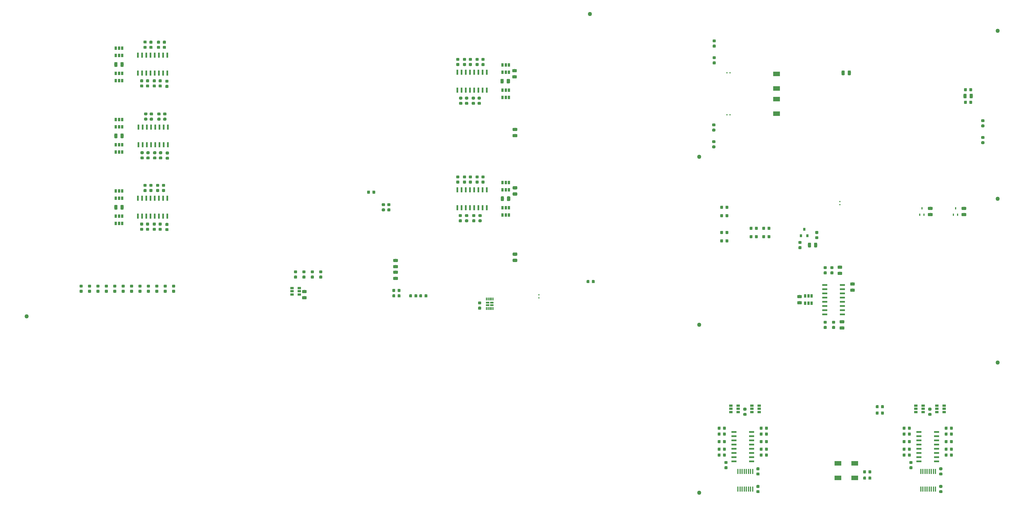
<source format=gbr>
G04 This is an RS-274x file exported by *
G04 gerbv version 2.7.0 *
G04 More information is available about gerbv at *
G04 http://gerbv.geda-project.org/ *
G04 --End of header info--*
%MOIN*%
%FSLAX36Y36*%
%IPPOS*%
G04 --Define apertures--*
%ADD10C,0.0502*%
%ADD11C,0.0039*%
%ADD12C,0.0384*%
%ADD13C,0.0344*%
%ADD14R,0.0236X0.0591*%
%ADD15R,0.0157X0.0118*%
%ADD16R,0.0413X0.0236*%
%ADD17R,0.0118X0.0335*%
%ADD18R,0.0256X0.0417*%
%ADD19R,0.0417X0.0256*%
%ADD20R,0.0827X0.0551*%
%ADD21R,0.0118X0.0157*%
%ADD22R,0.0591X0.0236*%
%ADD23R,0.0315X0.0354*%
%ADD24R,0.0177X0.0276*%
%ADD25R,0.0161X0.0630*%
G04 --Start main section--*
G54D10*
G01X8900000Y-2100000D03*
G01X2200000Y-5700000D03*
G54D11*
G36*
G01X8023903Y-2827763D02*
G01X8024835Y-2827901D01*
G01X8025748Y-2828130D01*
G01X8026635Y-2828447D01*
G01X8027486Y-2828850D01*
G01X8028294Y-2829334D01*
G01X8029051Y-2829895D01*
G01X8029748Y-2830527D01*
G01X8030381Y-2831225D01*
G01X8030942Y-2831981D01*
G01X8031426Y-2832789D01*
G01X8031829Y-2833641D01*
G01X8032146Y-2834527D01*
G01X8032375Y-2835441D01*
G01X8032513Y-2836372D01*
G01X8032559Y-2837313D01*
G01X8032559Y-2856506D01*
G01X8032513Y-2857447D01*
G01X8032375Y-2858378D01*
G01X8032146Y-2859292D01*
G01X8031829Y-2860178D01*
G01X8031426Y-2861030D01*
G01X8030942Y-2861837D01*
G01X8030381Y-2862594D01*
G01X8029748Y-2863292D01*
G01X8029051Y-2863924D01*
G01X8028294Y-2864485D01*
G01X8027486Y-2864969D01*
G01X8026635Y-2865372D01*
G01X8025748Y-2865689D01*
G01X8024835Y-2865918D01*
G01X8023903Y-2866056D01*
G01X8022963Y-2866102D01*
G01X7987037Y-2866102D01*
G01X7986097Y-2866056D01*
G01X7985165Y-2865918D01*
G01X7984252Y-2865689D01*
G01X7983365Y-2865372D01*
G01X7982514Y-2864969D01*
G01X7981706Y-2864485D01*
G01X7980949Y-2863924D01*
G01X7980252Y-2863292D01*
G01X7979619Y-2862594D01*
G01X7979058Y-2861837D01*
G01X7978574Y-2861030D01*
G01X7978171Y-2860178D01*
G01X7977854Y-2859292D01*
G01X7977625Y-2858378D01*
G01X7977487Y-2857447D01*
G01X7977441Y-2856506D01*
G01X7977441Y-2837313D01*
G01X7977487Y-2836372D01*
G01X7977625Y-2835441D01*
G01X7977854Y-2834527D01*
G01X7978171Y-2833641D01*
G01X7978574Y-2832789D01*
G01X7979058Y-2831981D01*
G01X7979619Y-2831225D01*
G01X7980252Y-2830527D01*
G01X7980949Y-2829895D01*
G01X7981706Y-2829334D01*
G01X7982514Y-2828850D01*
G01X7983365Y-2828447D01*
G01X7984252Y-2828130D01*
G01X7985165Y-2827901D01*
G01X7986097Y-2827763D01*
G01X7987037Y-2827717D01*
G01X8022963Y-2827717D01*
G01X8023903Y-2827763D01*
G01X8023903Y-2827763D01*
G37*
G54D12*
G01X8005000Y-2846909D03*
G54D11*
G36*
G01X8023903Y-2753944D02*
G01X8024835Y-2754082D01*
G01X8025748Y-2754311D01*
G01X8026635Y-2754628D01*
G01X8027486Y-2755031D01*
G01X8028294Y-2755515D01*
G01X8029051Y-2756076D01*
G01X8029748Y-2756708D01*
G01X8030381Y-2757406D01*
G01X8030942Y-2758163D01*
G01X8031426Y-2758970D01*
G01X8031829Y-2759822D01*
G01X8032146Y-2760708D01*
G01X8032375Y-2761622D01*
G01X8032513Y-2762553D01*
G01X8032559Y-2763494D01*
G01X8032559Y-2782687D01*
G01X8032513Y-2783628D01*
G01X8032375Y-2784559D01*
G01X8032146Y-2785473D01*
G01X8031829Y-2786359D01*
G01X8031426Y-2787211D01*
G01X8030942Y-2788019D01*
G01X8030381Y-2788775D01*
G01X8029748Y-2789473D01*
G01X8029051Y-2790105D01*
G01X8028294Y-2790666D01*
G01X8027486Y-2791150D01*
G01X8026635Y-2791553D01*
G01X8025748Y-2791870D01*
G01X8024835Y-2792099D01*
G01X8023903Y-2792237D01*
G01X8022963Y-2792283D01*
G01X7987037Y-2792283D01*
G01X7986097Y-2792237D01*
G01X7985165Y-2792099D01*
G01X7984252Y-2791870D01*
G01X7983365Y-2791553D01*
G01X7982514Y-2791150D01*
G01X7981706Y-2790666D01*
G01X7980949Y-2790105D01*
G01X7980252Y-2789473D01*
G01X7979619Y-2788775D01*
G01X7979058Y-2788019D01*
G01X7978574Y-2787211D01*
G01X7978171Y-2786359D01*
G01X7977854Y-2785473D01*
G01X7977625Y-2784559D01*
G01X7977487Y-2783628D01*
G01X7977441Y-2782687D01*
G01X7977441Y-2763494D01*
G01X7977487Y-2762553D01*
G01X7977625Y-2761622D01*
G01X7977854Y-2760708D01*
G01X7978171Y-2759822D01*
G01X7978574Y-2758970D01*
G01X7979058Y-2758163D01*
G01X7979619Y-2757406D01*
G01X7980252Y-2756708D01*
G01X7980949Y-2756076D01*
G01X7981706Y-2755515D01*
G01X7982514Y-2755031D01*
G01X7983365Y-2754628D01*
G01X7984252Y-2754311D01*
G01X7985165Y-2754082D01*
G01X7986097Y-2753944D01*
G01X7987037Y-2753898D01*
G01X8022963Y-2753898D01*
G01X8023903Y-2753944D01*
G01X8023903Y-2753944D01*
G37*
G54D12*
G01X8005000Y-2773091D03*
G54D11*
G36*
G01X8028903Y-3453944D02*
G01X8029835Y-3454082D01*
G01X8030748Y-3454311D01*
G01X8031635Y-3454628D01*
G01X8032486Y-3455031D01*
G01X8033294Y-3455515D01*
G01X8034051Y-3456076D01*
G01X8034748Y-3456708D01*
G01X8035381Y-3457406D01*
G01X8035942Y-3458163D01*
G01X8036426Y-3458970D01*
G01X8036829Y-3459822D01*
G01X8037146Y-3460708D01*
G01X8037375Y-3461622D01*
G01X8037513Y-3462553D01*
G01X8037559Y-3463494D01*
G01X8037559Y-3482687D01*
G01X8037513Y-3483628D01*
G01X8037375Y-3484559D01*
G01X8037146Y-3485473D01*
G01X8036829Y-3486359D01*
G01X8036426Y-3487211D01*
G01X8035942Y-3488019D01*
G01X8035381Y-3488775D01*
G01X8034748Y-3489473D01*
G01X8034051Y-3490105D01*
G01X8033294Y-3490666D01*
G01X8032486Y-3491150D01*
G01X8031635Y-3491553D01*
G01X8030748Y-3491870D01*
G01X8029835Y-3492099D01*
G01X8028903Y-3492237D01*
G01X8027963Y-3492283D01*
G01X7992037Y-3492283D01*
G01X7991097Y-3492237D01*
G01X7990165Y-3492099D01*
G01X7989252Y-3491870D01*
G01X7988365Y-3491553D01*
G01X7987514Y-3491150D01*
G01X7986706Y-3490666D01*
G01X7985949Y-3490105D01*
G01X7985252Y-3489473D01*
G01X7984619Y-3488775D01*
G01X7984058Y-3488019D01*
G01X7983574Y-3487211D01*
G01X7983171Y-3486359D01*
G01X7982854Y-3485473D01*
G01X7982625Y-3484559D01*
G01X7982487Y-3483628D01*
G01X7982441Y-3482687D01*
G01X7982441Y-3463494D01*
G01X7982487Y-3462553D01*
G01X7982625Y-3461622D01*
G01X7982854Y-3460708D01*
G01X7983171Y-3459822D01*
G01X7983574Y-3458970D01*
G01X7984058Y-3458163D01*
G01X7984619Y-3457406D01*
G01X7985252Y-3456708D01*
G01X7985949Y-3456076D01*
G01X7986706Y-3455515D01*
G01X7987514Y-3455031D01*
G01X7988365Y-3454628D01*
G01X7989252Y-3454311D01*
G01X7990165Y-3454082D01*
G01X7991097Y-3453944D01*
G01X7992037Y-3453898D01*
G01X8027963Y-3453898D01*
G01X8028903Y-3453944D01*
G01X8028903Y-3453944D01*
G37*
G54D12*
G01X8010000Y-3473091D03*
G54D11*
G36*
G01X8028903Y-3527763D02*
G01X8029835Y-3527901D01*
G01X8030748Y-3528130D01*
G01X8031635Y-3528447D01*
G01X8032486Y-3528850D01*
G01X8033294Y-3529334D01*
G01X8034051Y-3529895D01*
G01X8034748Y-3530527D01*
G01X8035381Y-3531225D01*
G01X8035942Y-3531981D01*
G01X8036426Y-3532789D01*
G01X8036829Y-3533641D01*
G01X8037146Y-3534527D01*
G01X8037375Y-3535441D01*
G01X8037513Y-3536372D01*
G01X8037559Y-3537313D01*
G01X8037559Y-3556506D01*
G01X8037513Y-3557447D01*
G01X8037375Y-3558378D01*
G01X8037146Y-3559292D01*
G01X8036829Y-3560178D01*
G01X8036426Y-3561030D01*
G01X8035942Y-3561837D01*
G01X8035381Y-3562594D01*
G01X8034748Y-3563292D01*
G01X8034051Y-3563924D01*
G01X8033294Y-3564485D01*
G01X8032486Y-3564969D01*
G01X8031635Y-3565372D01*
G01X8030748Y-3565689D01*
G01X8029835Y-3565918D01*
G01X8028903Y-3566056D01*
G01X8027963Y-3566102D01*
G01X7992037Y-3566102D01*
G01X7991097Y-3566056D01*
G01X7990165Y-3565918D01*
G01X7989252Y-3565689D01*
G01X7988365Y-3565372D01*
G01X7987514Y-3564969D01*
G01X7986706Y-3564485D01*
G01X7985949Y-3563924D01*
G01X7985252Y-3563292D01*
G01X7984619Y-3562594D01*
G01X7984058Y-3561837D01*
G01X7983574Y-3561030D01*
G01X7983171Y-3560178D01*
G01X7982854Y-3559292D01*
G01X7982625Y-3558378D01*
G01X7982487Y-3557447D01*
G01X7982441Y-3556506D01*
G01X7982441Y-3537313D01*
G01X7982487Y-3536372D01*
G01X7982625Y-3535441D01*
G01X7982854Y-3534527D01*
G01X7983171Y-3533641D01*
G01X7983574Y-3532789D01*
G01X7984058Y-3531981D01*
G01X7984619Y-3531225D01*
G01X7985252Y-3530527D01*
G01X7985949Y-3529895D01*
G01X7986706Y-3529334D01*
G01X7987514Y-3528850D01*
G01X7988365Y-3528447D01*
G01X7989252Y-3528130D01*
G01X7990165Y-3527901D01*
G01X7991097Y-3527763D01*
G01X7992037Y-3527717D01*
G01X8027963Y-3527717D01*
G01X8028903Y-3527763D01*
G01X8028903Y-3527763D01*
G37*
G54D12*
G01X8010000Y-3546909D03*
G54D11*
G36*
G01X8028903Y-4222763D02*
G01X8029835Y-4222901D01*
G01X8030748Y-4223130D01*
G01X8031635Y-4223447D01*
G01X8032486Y-4223850D01*
G01X8033294Y-4224334D01*
G01X8034051Y-4224895D01*
G01X8034748Y-4225527D01*
G01X8035381Y-4226225D01*
G01X8035942Y-4226981D01*
G01X8036426Y-4227789D01*
G01X8036829Y-4228641D01*
G01X8037146Y-4229527D01*
G01X8037375Y-4230441D01*
G01X8037513Y-4231372D01*
G01X8037559Y-4232313D01*
G01X8037559Y-4251506D01*
G01X8037513Y-4252447D01*
G01X8037375Y-4253378D01*
G01X8037146Y-4254292D01*
G01X8036829Y-4255178D01*
G01X8036426Y-4256030D01*
G01X8035942Y-4256837D01*
G01X8035381Y-4257594D01*
G01X8034748Y-4258292D01*
G01X8034051Y-4258924D01*
G01X8033294Y-4259485D01*
G01X8032486Y-4259969D01*
G01X8031635Y-4260372D01*
G01X8030748Y-4260689D01*
G01X8029835Y-4260918D01*
G01X8028903Y-4261056D01*
G01X8027963Y-4261102D01*
G01X7992037Y-4261102D01*
G01X7991097Y-4261056D01*
G01X7990165Y-4260918D01*
G01X7989252Y-4260689D01*
G01X7988365Y-4260372D01*
G01X7987514Y-4259969D01*
G01X7986706Y-4259485D01*
G01X7985949Y-4258924D01*
G01X7985252Y-4258292D01*
G01X7984619Y-4257594D01*
G01X7984058Y-4256837D01*
G01X7983574Y-4256030D01*
G01X7983171Y-4255178D01*
G01X7982854Y-4254292D01*
G01X7982625Y-4253378D01*
G01X7982487Y-4252447D01*
G01X7982441Y-4251506D01*
G01X7982441Y-4232313D01*
G01X7982487Y-4231372D01*
G01X7982625Y-4230441D01*
G01X7982854Y-4229527D01*
G01X7983171Y-4228641D01*
G01X7983574Y-4227789D01*
G01X7984058Y-4226981D01*
G01X7984619Y-4226225D01*
G01X7985252Y-4225527D01*
G01X7985949Y-4224895D01*
G01X7986706Y-4224334D01*
G01X7987514Y-4223850D01*
G01X7988365Y-4223447D01*
G01X7989252Y-4223130D01*
G01X7990165Y-4222901D01*
G01X7991097Y-4222763D01*
G01X7992037Y-4222717D01*
G01X8027963Y-4222717D01*
G01X8028903Y-4222763D01*
G01X8028903Y-4222763D01*
G37*
G54D12*
G01X8010000Y-4241909D03*
G54D11*
G36*
G01X8028903Y-4148944D02*
G01X8029835Y-4149082D01*
G01X8030748Y-4149311D01*
G01X8031635Y-4149628D01*
G01X8032486Y-4150031D01*
G01X8033294Y-4150515D01*
G01X8034051Y-4151076D01*
G01X8034748Y-4151708D01*
G01X8035381Y-4152406D01*
G01X8035942Y-4153163D01*
G01X8036426Y-4153970D01*
G01X8036829Y-4154822D01*
G01X8037146Y-4155708D01*
G01X8037375Y-4156622D01*
G01X8037513Y-4157553D01*
G01X8037559Y-4158494D01*
G01X8037559Y-4177687D01*
G01X8037513Y-4178628D01*
G01X8037375Y-4179559D01*
G01X8037146Y-4180473D01*
G01X8036829Y-4181359D01*
G01X8036426Y-4182211D01*
G01X8035942Y-4183019D01*
G01X8035381Y-4183775D01*
G01X8034748Y-4184473D01*
G01X8034051Y-4185105D01*
G01X8033294Y-4185666D01*
G01X8032486Y-4186150D01*
G01X8031635Y-4186553D01*
G01X8030748Y-4186870D01*
G01X8029835Y-4187099D01*
G01X8028903Y-4187237D01*
G01X8027963Y-4187283D01*
G01X7992037Y-4187283D01*
G01X7991097Y-4187237D01*
G01X7990165Y-4187099D01*
G01X7989252Y-4186870D01*
G01X7988365Y-4186553D01*
G01X7987514Y-4186150D01*
G01X7986706Y-4185666D01*
G01X7985949Y-4185105D01*
G01X7985252Y-4184473D01*
G01X7984619Y-4183775D01*
G01X7984058Y-4183019D01*
G01X7983574Y-4182211D01*
G01X7983171Y-4181359D01*
G01X7982854Y-4180473D01*
G01X7982625Y-4179559D01*
G01X7982487Y-4178628D01*
G01X7982441Y-4177687D01*
G01X7982441Y-4158494D01*
G01X7982487Y-4157553D01*
G01X7982625Y-4156622D01*
G01X7982854Y-4155708D01*
G01X7983171Y-4154822D01*
G01X7983574Y-4153970D01*
G01X7984058Y-4153163D01*
G01X7984619Y-4152406D01*
G01X7985252Y-4151708D01*
G01X7985949Y-4151076D01*
G01X7986706Y-4150515D01*
G01X7987514Y-4150031D01*
G01X7988365Y-4149628D01*
G01X7989252Y-4149311D01*
G01X7990165Y-4149082D01*
G01X7991097Y-4148944D01*
G01X7992037Y-4148898D01*
G01X8027963Y-4148898D01*
G01X8028903Y-4148944D01*
G01X8028903Y-4148944D01*
G37*
G54D12*
G01X8010000Y-4168091D03*
G54D11*
G36*
G01X8028903Y-4938944D02*
G01X8029835Y-4939082D01*
G01X8030748Y-4939311D01*
G01X8031635Y-4939628D01*
G01X8032486Y-4940031D01*
G01X8033294Y-4940515D01*
G01X8034051Y-4941076D01*
G01X8034748Y-4941708D01*
G01X8035381Y-4942406D01*
G01X8035942Y-4943163D01*
G01X8036426Y-4943970D01*
G01X8036829Y-4944822D01*
G01X8037146Y-4945708D01*
G01X8037375Y-4946622D01*
G01X8037513Y-4947553D01*
G01X8037559Y-4948494D01*
G01X8037559Y-4967687D01*
G01X8037513Y-4968628D01*
G01X8037375Y-4969559D01*
G01X8037146Y-4970473D01*
G01X8036829Y-4971359D01*
G01X8036426Y-4972211D01*
G01X8035942Y-4973019D01*
G01X8035381Y-4973775D01*
G01X8034748Y-4974473D01*
G01X8034051Y-4975105D01*
G01X8033294Y-4975666D01*
G01X8032486Y-4976150D01*
G01X8031635Y-4976553D01*
G01X8030748Y-4976870D01*
G01X8029835Y-4977099D01*
G01X8028903Y-4977237D01*
G01X8027963Y-4977283D01*
G01X7992037Y-4977283D01*
G01X7991097Y-4977237D01*
G01X7990165Y-4977099D01*
G01X7989252Y-4976870D01*
G01X7988365Y-4976553D01*
G01X7987514Y-4976150D01*
G01X7986706Y-4975666D01*
G01X7985949Y-4975105D01*
G01X7985252Y-4974473D01*
G01X7984619Y-4973775D01*
G01X7984058Y-4973019D01*
G01X7983574Y-4972211D01*
G01X7983171Y-4971359D01*
G01X7982854Y-4970473D01*
G01X7982625Y-4969559D01*
G01X7982487Y-4968628D01*
G01X7982441Y-4967687D01*
G01X7982441Y-4948494D01*
G01X7982487Y-4947553D01*
G01X7982625Y-4946622D01*
G01X7982854Y-4945708D01*
G01X7983171Y-4944822D01*
G01X7983574Y-4943970D01*
G01X7984058Y-4943163D01*
G01X7984619Y-4942406D01*
G01X7985252Y-4941708D01*
G01X7985949Y-4941076D01*
G01X7986706Y-4940515D01*
G01X7987514Y-4940031D01*
G01X7988365Y-4939628D01*
G01X7989252Y-4939311D01*
G01X7990165Y-4939082D01*
G01X7991097Y-4938944D01*
G01X7992037Y-4938898D01*
G01X8027963Y-4938898D01*
G01X8028903Y-4938944D01*
G01X8028903Y-4938944D01*
G37*
G54D12*
G01X8010000Y-4958091D03*
G54D11*
G36*
G01X8028903Y-5012763D02*
G01X8029835Y-5012901D01*
G01X8030748Y-5013130D01*
G01X8031635Y-5013447D01*
G01X8032486Y-5013850D01*
G01X8033294Y-5014334D01*
G01X8034051Y-5014895D01*
G01X8034748Y-5015527D01*
G01X8035381Y-5016225D01*
G01X8035942Y-5016981D01*
G01X8036426Y-5017789D01*
G01X8036829Y-5018641D01*
G01X8037146Y-5019527D01*
G01X8037375Y-5020441D01*
G01X8037513Y-5021372D01*
G01X8037559Y-5022313D01*
G01X8037559Y-5041506D01*
G01X8037513Y-5042447D01*
G01X8037375Y-5043378D01*
G01X8037146Y-5044292D01*
G01X8036829Y-5045178D01*
G01X8036426Y-5046030D01*
G01X8035942Y-5046837D01*
G01X8035381Y-5047594D01*
G01X8034748Y-5048292D01*
G01X8034051Y-5048924D01*
G01X8033294Y-5049485D01*
G01X8032486Y-5049969D01*
G01X8031635Y-5050372D01*
G01X8030748Y-5050689D01*
G01X8029835Y-5050918D01*
G01X8028903Y-5051056D01*
G01X8027963Y-5051102D01*
G01X7992037Y-5051102D01*
G01X7991097Y-5051056D01*
G01X7990165Y-5050918D01*
G01X7989252Y-5050689D01*
G01X7988365Y-5050372D01*
G01X7987514Y-5049969D01*
G01X7986706Y-5049485D01*
G01X7985949Y-5048924D01*
G01X7985252Y-5048292D01*
G01X7984619Y-5047594D01*
G01X7984058Y-5046837D01*
G01X7983574Y-5046030D01*
G01X7983171Y-5045178D01*
G01X7982854Y-5044292D01*
G01X7982625Y-5043378D01*
G01X7982487Y-5042447D01*
G01X7982441Y-5041506D01*
G01X7982441Y-5022313D01*
G01X7982487Y-5021372D01*
G01X7982625Y-5020441D01*
G01X7982854Y-5019527D01*
G01X7983171Y-5018641D01*
G01X7983574Y-5017789D01*
G01X7984058Y-5016981D01*
G01X7984619Y-5016225D01*
G01X7985252Y-5015527D01*
G01X7985949Y-5014895D01*
G01X7986706Y-5014334D01*
G01X7987514Y-5013850D01*
G01X7988365Y-5013447D01*
G01X7989252Y-5013130D01*
G01X7990165Y-5012901D01*
G01X7991097Y-5012763D01*
G01X7992037Y-5012717D01*
G01X8027963Y-5012717D01*
G01X8028903Y-5012763D01*
G01X8028903Y-5012763D01*
G37*
G54D12*
G01X8010000Y-5031909D03*
G54D11*
G36*
G01X6778452Y-5436341D02*
G01X6779288Y-5436465D01*
G01X6780108Y-5436670D01*
G01X6780904Y-5436955D01*
G01X6781668Y-5437316D01*
G01X6782393Y-5437751D01*
G01X6783072Y-5438254D01*
G01X6783698Y-5438822D01*
G01X6784266Y-5439448D01*
G01X6784769Y-5440127D01*
G01X6785204Y-5440852D01*
G01X6785565Y-5441616D01*
G01X6785850Y-5442411D01*
G01X6786055Y-5443231D01*
G01X6786179Y-5444067D01*
G01X6786220Y-5444911D01*
G01X6786220Y-5465089D01*
G01X6786179Y-5465933D01*
G01X6786055Y-5466769D01*
G01X6785850Y-5467589D01*
G01X6785565Y-5468384D01*
G01X6785204Y-5469148D01*
G01X6784769Y-5469873D01*
G01X6784266Y-5470552D01*
G01X6783698Y-5471178D01*
G01X6783072Y-5471746D01*
G01X6782393Y-5472249D01*
G01X6781668Y-5472684D01*
G01X6780904Y-5473045D01*
G01X6780108Y-5473330D01*
G01X6779288Y-5473535D01*
G01X6778452Y-5473659D01*
G01X6777608Y-5473701D01*
G01X6760384Y-5473701D01*
G01X6759540Y-5473659D01*
G01X6758704Y-5473535D01*
G01X6757884Y-5473330D01*
G01X6757088Y-5473045D01*
G01X6756324Y-5472684D01*
G01X6755599Y-5472249D01*
G01X6754920Y-5471746D01*
G01X6754294Y-5471178D01*
G01X6753727Y-5470552D01*
G01X6753223Y-5469873D01*
G01X6752789Y-5469148D01*
G01X6752427Y-5468384D01*
G01X6752142Y-5467589D01*
G01X6751937Y-5466769D01*
G01X6751813Y-5465933D01*
G01X6751772Y-5465089D01*
G01X6751772Y-5444911D01*
G01X6751813Y-5444067D01*
G01X6751937Y-5443231D01*
G01X6752142Y-5442411D01*
G01X6752427Y-5441616D01*
G01X6752789Y-5440852D01*
G01X6753223Y-5440127D01*
G01X6753727Y-5439448D01*
G01X6754294Y-5438822D01*
G01X6754920Y-5438254D01*
G01X6755599Y-5437751D01*
G01X6756324Y-5437316D01*
G01X6757088Y-5436955D01*
G01X6757884Y-5436670D01*
G01X6758704Y-5436465D01*
G01X6759540Y-5436341D01*
G01X6760384Y-5436299D01*
G01X6777608Y-5436299D01*
G01X6778452Y-5436341D01*
G01X6778452Y-5436341D01*
G37*
G54D13*
G01X6768996Y-5455000D03*
G54D11*
G36*
G01X6840460Y-5436341D02*
G01X6841296Y-5436465D01*
G01X6842116Y-5436670D01*
G01X6842912Y-5436955D01*
G01X6843676Y-5437316D01*
G01X6844401Y-5437751D01*
G01X6845080Y-5438254D01*
G01X6845706Y-5438822D01*
G01X6846273Y-5439448D01*
G01X6846777Y-5440127D01*
G01X6847211Y-5440852D01*
G01X6847573Y-5441616D01*
G01X6847858Y-5442411D01*
G01X6848063Y-5443231D01*
G01X6848187Y-5444067D01*
G01X6848228Y-5444911D01*
G01X6848228Y-5465089D01*
G01X6848187Y-5465933D01*
G01X6848063Y-5466769D01*
G01X6847858Y-5467589D01*
G01X6847573Y-5468384D01*
G01X6847211Y-5469148D01*
G01X6846777Y-5469873D01*
G01X6846273Y-5470552D01*
G01X6845706Y-5471178D01*
G01X6845080Y-5471746D01*
G01X6844401Y-5472249D01*
G01X6843676Y-5472684D01*
G01X6842912Y-5473045D01*
G01X6842116Y-5473330D01*
G01X6841296Y-5473535D01*
G01X6840460Y-5473659D01*
G01X6839616Y-5473701D01*
G01X6822392Y-5473701D01*
G01X6821548Y-5473659D01*
G01X6820712Y-5473535D01*
G01X6819892Y-5473330D01*
G01X6819096Y-5473045D01*
G01X6818332Y-5472684D01*
G01X6817607Y-5472249D01*
G01X6816928Y-5471746D01*
G01X6816302Y-5471178D01*
G01X6815734Y-5470552D01*
G01X6815231Y-5469873D01*
G01X6814796Y-5469148D01*
G01X6814435Y-5468384D01*
G01X6814150Y-5467589D01*
G01X6813945Y-5466769D01*
G01X6813821Y-5465933D01*
G01X6813780Y-5465089D01*
G01X6813780Y-5444911D01*
G01X6813821Y-5444067D01*
G01X6813945Y-5443231D01*
G01X6814150Y-5442411D01*
G01X6814435Y-5441616D01*
G01X6814796Y-5440852D01*
G01X6815231Y-5440127D01*
G01X6815734Y-5439448D01*
G01X6816302Y-5438822D01*
G01X6816928Y-5438254D01*
G01X6817607Y-5437751D01*
G01X6818332Y-5437316D01*
G01X6819096Y-5436955D01*
G01X6819892Y-5436670D01*
G01X6820712Y-5436465D01*
G01X6821548Y-5436341D01*
G01X6822392Y-5436299D01*
G01X6839616Y-5436299D01*
G01X6840460Y-5436341D01*
G01X6840460Y-5436341D01*
G37*
G54D13*
G01X6831004Y-5455000D03*
G54D11*
G36*
G01X6578452Y-5436341D02*
G01X6579288Y-5436465D01*
G01X6580108Y-5436670D01*
G01X6580904Y-5436955D01*
G01X6581668Y-5437316D01*
G01X6582393Y-5437751D01*
G01X6583072Y-5438254D01*
G01X6583698Y-5438822D01*
G01X6584266Y-5439448D01*
G01X6584769Y-5440127D01*
G01X6585204Y-5440852D01*
G01X6585565Y-5441616D01*
G01X6585850Y-5442411D01*
G01X6586055Y-5443231D01*
G01X6586179Y-5444067D01*
G01X6586220Y-5444911D01*
G01X6586220Y-5465089D01*
G01X6586179Y-5465933D01*
G01X6586055Y-5466769D01*
G01X6585850Y-5467589D01*
G01X6585565Y-5468384D01*
G01X6585204Y-5469148D01*
G01X6584769Y-5469873D01*
G01X6584266Y-5470552D01*
G01X6583698Y-5471178D01*
G01X6583072Y-5471746D01*
G01X6582393Y-5472249D01*
G01X6581668Y-5472684D01*
G01X6580904Y-5473045D01*
G01X6580108Y-5473330D01*
G01X6579288Y-5473535D01*
G01X6578452Y-5473659D01*
G01X6577608Y-5473701D01*
G01X6560384Y-5473701D01*
G01X6559540Y-5473659D01*
G01X6558704Y-5473535D01*
G01X6557884Y-5473330D01*
G01X6557088Y-5473045D01*
G01X6556324Y-5472684D01*
G01X6555599Y-5472249D01*
G01X6554920Y-5471746D01*
G01X6554294Y-5471178D01*
G01X6553727Y-5470552D01*
G01X6553223Y-5469873D01*
G01X6552789Y-5469148D01*
G01X6552427Y-5468384D01*
G01X6552142Y-5467589D01*
G01X6551937Y-5466769D01*
G01X6551813Y-5465933D01*
G01X6551772Y-5465089D01*
G01X6551772Y-5444911D01*
G01X6551813Y-5444067D01*
G01X6551937Y-5443231D01*
G01X6552142Y-5442411D01*
G01X6552427Y-5441616D01*
G01X6552789Y-5440852D01*
G01X6553223Y-5440127D01*
G01X6553727Y-5439448D01*
G01X6554294Y-5438822D01*
G01X6554920Y-5438254D01*
G01X6555599Y-5437751D01*
G01X6556324Y-5437316D01*
G01X6557088Y-5436955D01*
G01X6557884Y-5436670D01*
G01X6558704Y-5436465D01*
G01X6559540Y-5436341D01*
G01X6560384Y-5436299D01*
G01X6577608Y-5436299D01*
G01X6578452Y-5436341D01*
G01X6578452Y-5436341D01*
G37*
G54D13*
G01X6568996Y-5455000D03*
G54D11*
G36*
G01X6640460Y-5436341D02*
G01X6641296Y-5436465D01*
G01X6642116Y-5436670D01*
G01X6642912Y-5436955D01*
G01X6643676Y-5437316D01*
G01X6644401Y-5437751D01*
G01X6645080Y-5438254D01*
G01X6645706Y-5438822D01*
G01X6646273Y-5439448D01*
G01X6646777Y-5440127D01*
G01X6647211Y-5440852D01*
G01X6647573Y-5441616D01*
G01X6647858Y-5442411D01*
G01X6648063Y-5443231D01*
G01X6648187Y-5444067D01*
G01X6648228Y-5444911D01*
G01X6648228Y-5465089D01*
G01X6648187Y-5465933D01*
G01X6648063Y-5466769D01*
G01X6647858Y-5467589D01*
G01X6647573Y-5468384D01*
G01X6647211Y-5469148D01*
G01X6646777Y-5469873D01*
G01X6646273Y-5470552D01*
G01X6645706Y-5471178D01*
G01X6645080Y-5471746D01*
G01X6644401Y-5472249D01*
G01X6643676Y-5472684D01*
G01X6642912Y-5473045D01*
G01X6642116Y-5473330D01*
G01X6641296Y-5473535D01*
G01X6640460Y-5473659D01*
G01X6639616Y-5473701D01*
G01X6622392Y-5473701D01*
G01X6621548Y-5473659D01*
G01X6620712Y-5473535D01*
G01X6619892Y-5473330D01*
G01X6619096Y-5473045D01*
G01X6618332Y-5472684D01*
G01X6617607Y-5472249D01*
G01X6616928Y-5471746D01*
G01X6616302Y-5471178D01*
G01X6615734Y-5470552D01*
G01X6615231Y-5469873D01*
G01X6614796Y-5469148D01*
G01X6614435Y-5468384D01*
G01X6614150Y-5467589D01*
G01X6613945Y-5466769D01*
G01X6613821Y-5465933D01*
G01X6613780Y-5465089D01*
G01X6613780Y-5444911D01*
G01X6613821Y-5444067D01*
G01X6613945Y-5443231D01*
G01X6614150Y-5442411D01*
G01X6614435Y-5441616D01*
G01X6614796Y-5440852D01*
G01X6615231Y-5440127D01*
G01X6615734Y-5439448D01*
G01X6616302Y-5438822D01*
G01X6616928Y-5438254D01*
G01X6617607Y-5437751D01*
G01X6618332Y-5437316D01*
G01X6619096Y-5436955D01*
G01X6619892Y-5436670D01*
G01X6620712Y-5436465D01*
G01X6621548Y-5436341D01*
G01X6622392Y-5436299D01*
G01X6639616Y-5436299D01*
G01X6640460Y-5436341D01*
G01X6640460Y-5436341D01*
G37*
G54D13*
G01X6631004Y-5455000D03*
G54D11*
G36*
G01X6640460Y-5371341D02*
G01X6641296Y-5371465D01*
G01X6642116Y-5371670D01*
G01X6642912Y-5371955D01*
G01X6643676Y-5372316D01*
G01X6644401Y-5372751D01*
G01X6645080Y-5373254D01*
G01X6645706Y-5373822D01*
G01X6646273Y-5374448D01*
G01X6646777Y-5375127D01*
G01X6647211Y-5375852D01*
G01X6647573Y-5376616D01*
G01X6647858Y-5377411D01*
G01X6648063Y-5378231D01*
G01X6648187Y-5379067D01*
G01X6648228Y-5379911D01*
G01X6648228Y-5400089D01*
G01X6648187Y-5400933D01*
G01X6648063Y-5401769D01*
G01X6647858Y-5402589D01*
G01X6647573Y-5403384D01*
G01X6647211Y-5404148D01*
G01X6646777Y-5404873D01*
G01X6646273Y-5405552D01*
G01X6645706Y-5406178D01*
G01X6645080Y-5406746D01*
G01X6644401Y-5407249D01*
G01X6643676Y-5407684D01*
G01X6642912Y-5408045D01*
G01X6642116Y-5408330D01*
G01X6641296Y-5408535D01*
G01X6640460Y-5408659D01*
G01X6639616Y-5408701D01*
G01X6622392Y-5408701D01*
G01X6621548Y-5408659D01*
G01X6620712Y-5408535D01*
G01X6619892Y-5408330D01*
G01X6619096Y-5408045D01*
G01X6618332Y-5407684D01*
G01X6617607Y-5407249D01*
G01X6616928Y-5406746D01*
G01X6616302Y-5406178D01*
G01X6615734Y-5405552D01*
G01X6615231Y-5404873D01*
G01X6614796Y-5404148D01*
G01X6614435Y-5403384D01*
G01X6614150Y-5402589D01*
G01X6613945Y-5401769D01*
G01X6613821Y-5400933D01*
G01X6613780Y-5400089D01*
G01X6613780Y-5379911D01*
G01X6613821Y-5379067D01*
G01X6613945Y-5378231D01*
G01X6614150Y-5377411D01*
G01X6614435Y-5376616D01*
G01X6614796Y-5375852D01*
G01X6615231Y-5375127D01*
G01X6615734Y-5374448D01*
G01X6616302Y-5373822D01*
G01X6616928Y-5373254D01*
G01X6617607Y-5372751D01*
G01X6618332Y-5372316D01*
G01X6619096Y-5371955D01*
G01X6619892Y-5371670D01*
G01X6620712Y-5371465D01*
G01X6621548Y-5371341D01*
G01X6622392Y-5371299D01*
G01X6639616Y-5371299D01*
G01X6640460Y-5371341D01*
G01X6640460Y-5371341D01*
G37*
G54D13*
G01X6631004Y-5390000D03*
G54D11*
G36*
G01X6578452Y-5371341D02*
G01X6579288Y-5371465D01*
G01X6580108Y-5371670D01*
G01X6580904Y-5371955D01*
G01X6581668Y-5372316D01*
G01X6582393Y-5372751D01*
G01X6583072Y-5373254D01*
G01X6583698Y-5373822D01*
G01X6584266Y-5374448D01*
G01X6584769Y-5375127D01*
G01X6585204Y-5375852D01*
G01X6585565Y-5376616D01*
G01X6585850Y-5377411D01*
G01X6586055Y-5378231D01*
G01X6586179Y-5379067D01*
G01X6586220Y-5379911D01*
G01X6586220Y-5400089D01*
G01X6586179Y-5400933D01*
G01X6586055Y-5401769D01*
G01X6585850Y-5402589D01*
G01X6585565Y-5403384D01*
G01X6585204Y-5404148D01*
G01X6584769Y-5404873D01*
G01X6584266Y-5405552D01*
G01X6583698Y-5406178D01*
G01X6583072Y-5406746D01*
G01X6582393Y-5407249D01*
G01X6581668Y-5407684D01*
G01X6580904Y-5408045D01*
G01X6580108Y-5408330D01*
G01X6579288Y-5408535D01*
G01X6578452Y-5408659D01*
G01X6577608Y-5408701D01*
G01X6560384Y-5408701D01*
G01X6559540Y-5408659D01*
G01X6558704Y-5408535D01*
G01X6557884Y-5408330D01*
G01X6557088Y-5408045D01*
G01X6556324Y-5407684D01*
G01X6555599Y-5407249D01*
G01X6554920Y-5406746D01*
G01X6554294Y-5406178D01*
G01X6553727Y-5405552D01*
G01X6553223Y-5404873D01*
G01X6552789Y-5404148D01*
G01X6552427Y-5403384D01*
G01X6552142Y-5402589D01*
G01X6551937Y-5401769D01*
G01X6551813Y-5400933D01*
G01X6551772Y-5400089D01*
G01X6551772Y-5379911D01*
G01X6551813Y-5379067D01*
G01X6551937Y-5378231D01*
G01X6552142Y-5377411D01*
G01X6552427Y-5376616D01*
G01X6552789Y-5375852D01*
G01X6553223Y-5375127D01*
G01X6553727Y-5374448D01*
G01X6554294Y-5373822D01*
G01X6554920Y-5373254D01*
G01X6555599Y-5372751D01*
G01X6556324Y-5372316D01*
G01X6557088Y-5371955D01*
G01X6557884Y-5371670D01*
G01X6558704Y-5371465D01*
G01X6559540Y-5371341D01*
G01X6560384Y-5371299D01*
G01X6577608Y-5371299D01*
G01X6578452Y-5371341D01*
G01X6578452Y-5371341D01*
G37*
G54D13*
G01X6568996Y-5390000D03*
G54D11*
G36*
G01X6898452Y-5436341D02*
G01X6899288Y-5436465D01*
G01X6900108Y-5436670D01*
G01X6900904Y-5436955D01*
G01X6901668Y-5437316D01*
G01X6902393Y-5437751D01*
G01X6903072Y-5438254D01*
G01X6903698Y-5438822D01*
G01X6904266Y-5439448D01*
G01X6904769Y-5440127D01*
G01X6905204Y-5440852D01*
G01X6905565Y-5441616D01*
G01X6905850Y-5442411D01*
G01X6906055Y-5443231D01*
G01X6906179Y-5444067D01*
G01X6906220Y-5444911D01*
G01X6906220Y-5465089D01*
G01X6906179Y-5465933D01*
G01X6906055Y-5466769D01*
G01X6905850Y-5467589D01*
G01X6905565Y-5468384D01*
G01X6905204Y-5469148D01*
G01X6904769Y-5469873D01*
G01X6904266Y-5470552D01*
G01X6903698Y-5471178D01*
G01X6903072Y-5471746D01*
G01X6902393Y-5472249D01*
G01X6901668Y-5472684D01*
G01X6900904Y-5473045D01*
G01X6900108Y-5473330D01*
G01X6899288Y-5473535D01*
G01X6898452Y-5473659D01*
G01X6897608Y-5473701D01*
G01X6880384Y-5473701D01*
G01X6879540Y-5473659D01*
G01X6878704Y-5473535D01*
G01X6877884Y-5473330D01*
G01X6877088Y-5473045D01*
G01X6876324Y-5472684D01*
G01X6875599Y-5472249D01*
G01X6874920Y-5471746D01*
G01X6874294Y-5471178D01*
G01X6873727Y-5470552D01*
G01X6873223Y-5469873D01*
G01X6872789Y-5469148D01*
G01X6872427Y-5468384D01*
G01X6872142Y-5467589D01*
G01X6871937Y-5466769D01*
G01X6871813Y-5465933D01*
G01X6871772Y-5465089D01*
G01X6871772Y-5444911D01*
G01X6871813Y-5444067D01*
G01X6871937Y-5443231D01*
G01X6872142Y-5442411D01*
G01X6872427Y-5441616D01*
G01X6872789Y-5440852D01*
G01X6873223Y-5440127D01*
G01X6873727Y-5439448D01*
G01X6874294Y-5438822D01*
G01X6874920Y-5438254D01*
G01X6875599Y-5437751D01*
G01X6876324Y-5437316D01*
G01X6877088Y-5436955D01*
G01X6877884Y-5436670D01*
G01X6878704Y-5436465D01*
G01X6879540Y-5436341D01*
G01X6880384Y-5436299D01*
G01X6897608Y-5436299D01*
G01X6898452Y-5436341D01*
G01X6898452Y-5436341D01*
G37*
G54D13*
G01X6888996Y-5455000D03*
G54D11*
G36*
G01X6960460Y-5436341D02*
G01X6961296Y-5436465D01*
G01X6962116Y-5436670D01*
G01X6962912Y-5436955D01*
G01X6963676Y-5437316D01*
G01X6964401Y-5437751D01*
G01X6965080Y-5438254D01*
G01X6965706Y-5438822D01*
G01X6966273Y-5439448D01*
G01X6966777Y-5440127D01*
G01X6967211Y-5440852D01*
G01X6967573Y-5441616D01*
G01X6967858Y-5442411D01*
G01X6968063Y-5443231D01*
G01X6968187Y-5444067D01*
G01X6968228Y-5444911D01*
G01X6968228Y-5465089D01*
G01X6968187Y-5465933D01*
G01X6968063Y-5466769D01*
G01X6967858Y-5467589D01*
G01X6967573Y-5468384D01*
G01X6967211Y-5469148D01*
G01X6966777Y-5469873D01*
G01X6966273Y-5470552D01*
G01X6965706Y-5471178D01*
G01X6965080Y-5471746D01*
G01X6964401Y-5472249D01*
G01X6963676Y-5472684D01*
G01X6962912Y-5473045D01*
G01X6962116Y-5473330D01*
G01X6961296Y-5473535D01*
G01X6960460Y-5473659D01*
G01X6959616Y-5473701D01*
G01X6942392Y-5473701D01*
G01X6941548Y-5473659D01*
G01X6940712Y-5473535D01*
G01X6939892Y-5473330D01*
G01X6939096Y-5473045D01*
G01X6938332Y-5472684D01*
G01X6937607Y-5472249D01*
G01X6936928Y-5471746D01*
G01X6936302Y-5471178D01*
G01X6935734Y-5470552D01*
G01X6935231Y-5469873D01*
G01X6934796Y-5469148D01*
G01X6934435Y-5468384D01*
G01X6934150Y-5467589D01*
G01X6933945Y-5466769D01*
G01X6933821Y-5465933D01*
G01X6933780Y-5465089D01*
G01X6933780Y-5444911D01*
G01X6933821Y-5444067D01*
G01X6933945Y-5443231D01*
G01X6934150Y-5442411D01*
G01X6934435Y-5441616D01*
G01X6934796Y-5440852D01*
G01X6935231Y-5440127D01*
G01X6935734Y-5439448D01*
G01X6936302Y-5438822D01*
G01X6936928Y-5438254D01*
G01X6937607Y-5437751D01*
G01X6938332Y-5437316D01*
G01X6939096Y-5436955D01*
G01X6939892Y-5436670D01*
G01X6940712Y-5436465D01*
G01X6941548Y-5436341D01*
G01X6942392Y-5436299D01*
G01X6959616Y-5436299D01*
G01X6960460Y-5436341D01*
G01X6960460Y-5436341D01*
G37*
G54D13*
G01X6951004Y-5455000D03*
G54D11*
G36*
G01X3885933Y-3798821D02*
G01X3886769Y-3798945D01*
G01X3887589Y-3799150D01*
G01X3888384Y-3799435D01*
G01X3889148Y-3799796D01*
G01X3889873Y-3800231D01*
G01X3890552Y-3800734D01*
G01X3891178Y-3801302D01*
G01X3891746Y-3801928D01*
G01X3892249Y-3802607D01*
G01X3892684Y-3803332D01*
G01X3893045Y-3804096D01*
G01X3893330Y-3804892D01*
G01X3893535Y-3805712D01*
G01X3893659Y-3806548D01*
G01X3893701Y-3807392D01*
G01X3893701Y-3824616D01*
G01X3893659Y-3825460D01*
G01X3893535Y-3826296D01*
G01X3893330Y-3827116D01*
G01X3893045Y-3827912D01*
G01X3892684Y-3828676D01*
G01X3892249Y-3829401D01*
G01X3891746Y-3830080D01*
G01X3891178Y-3830706D01*
G01X3890552Y-3831273D01*
G01X3889873Y-3831777D01*
G01X3889148Y-3832211D01*
G01X3888384Y-3832573D01*
G01X3887589Y-3832858D01*
G01X3886769Y-3833063D01*
G01X3885933Y-3833187D01*
G01X3885089Y-3833228D01*
G01X3864911Y-3833228D01*
G01X3864067Y-3833187D01*
G01X3863231Y-3833063D01*
G01X3862411Y-3832858D01*
G01X3861616Y-3832573D01*
G01X3860852Y-3832211D01*
G01X3860127Y-3831777D01*
G01X3859448Y-3831273D01*
G01X3858822Y-3830706D01*
G01X3858254Y-3830080D01*
G01X3857751Y-3829401D01*
G01X3857316Y-3828676D01*
G01X3856955Y-3827912D01*
G01X3856670Y-3827116D01*
G01X3856465Y-3826296D01*
G01X3856341Y-3825460D01*
G01X3856299Y-3824616D01*
G01X3856299Y-3807392D01*
G01X3856341Y-3806548D01*
G01X3856465Y-3805712D01*
G01X3856670Y-3804892D01*
G01X3856955Y-3804096D01*
G01X3857316Y-3803332D01*
G01X3857751Y-3802607D01*
G01X3858254Y-3801928D01*
G01X3858822Y-3801302D01*
G01X3859448Y-3800734D01*
G01X3860127Y-3800231D01*
G01X3860852Y-3799796D01*
G01X3861616Y-3799435D01*
G01X3862411Y-3799150D01*
G01X3863231Y-3798945D01*
G01X3864067Y-3798821D01*
G01X3864911Y-3798780D01*
G01X3885089Y-3798780D01*
G01X3885933Y-3798821D01*
G01X3885933Y-3798821D01*
G37*
G54D13*
G01X3875000Y-3816004D03*
G54D11*
G36*
G01X3885933Y-3736813D02*
G01X3886769Y-3736937D01*
G01X3887589Y-3737142D01*
G01X3888384Y-3737427D01*
G01X3889148Y-3737789D01*
G01X3889873Y-3738223D01*
G01X3890552Y-3738727D01*
G01X3891178Y-3739294D01*
G01X3891746Y-3739920D01*
G01X3892249Y-3740599D01*
G01X3892684Y-3741324D01*
G01X3893045Y-3742088D01*
G01X3893330Y-3742884D01*
G01X3893535Y-3743704D01*
G01X3893659Y-3744540D01*
G01X3893701Y-3745384D01*
G01X3893701Y-3762608D01*
G01X3893659Y-3763452D01*
G01X3893535Y-3764288D01*
G01X3893330Y-3765108D01*
G01X3893045Y-3765904D01*
G01X3892684Y-3766668D01*
G01X3892249Y-3767393D01*
G01X3891746Y-3768072D01*
G01X3891178Y-3768698D01*
G01X3890552Y-3769266D01*
G01X3889873Y-3769769D01*
G01X3889148Y-3770204D01*
G01X3888384Y-3770565D01*
G01X3887589Y-3770850D01*
G01X3886769Y-3771055D01*
G01X3885933Y-3771179D01*
G01X3885089Y-3771220D01*
G01X3864911Y-3771220D01*
G01X3864067Y-3771179D01*
G01X3863231Y-3771055D01*
G01X3862411Y-3770850D01*
G01X3861616Y-3770565D01*
G01X3860852Y-3770204D01*
G01X3860127Y-3769769D01*
G01X3859448Y-3769266D01*
G01X3858822Y-3768698D01*
G01X3858254Y-3768072D01*
G01X3857751Y-3767393D01*
G01X3857316Y-3766668D01*
G01X3856955Y-3765904D01*
G01X3856670Y-3765108D01*
G01X3856465Y-3764288D01*
G01X3856341Y-3763452D01*
G01X3856299Y-3762608D01*
G01X3856299Y-3745384D01*
G01X3856341Y-3744540D01*
G01X3856465Y-3743704D01*
G01X3856670Y-3742884D01*
G01X3856955Y-3742088D01*
G01X3857316Y-3741324D01*
G01X3857751Y-3740599D01*
G01X3858254Y-3739920D01*
G01X3858822Y-3739294D01*
G01X3859448Y-3738727D01*
G01X3860127Y-3738223D01*
G01X3860852Y-3737789D01*
G01X3861616Y-3737427D01*
G01X3862411Y-3737142D01*
G01X3863231Y-3736937D01*
G01X3864067Y-3736813D01*
G01X3864911Y-3736772D01*
G01X3885089Y-3736772D01*
G01X3885933Y-3736813D01*
G01X3885933Y-3736813D01*
G37*
G54D13*
G01X3875000Y-3753996D03*
G54D11*
G36*
G01X8950460Y-5266341D02*
G01X8951296Y-5266465D01*
G01X8952116Y-5266670D01*
G01X8952912Y-5266955D01*
G01X8953676Y-5267316D01*
G01X8954401Y-5267751D01*
G01X8955080Y-5268254D01*
G01X8955706Y-5268822D01*
G01X8956273Y-5269448D01*
G01X8956777Y-5270127D01*
G01X8957211Y-5270852D01*
G01X8957573Y-5271616D01*
G01X8957858Y-5272411D01*
G01X8958063Y-5273231D01*
G01X8958187Y-5274067D01*
G01X8958228Y-5274911D01*
G01X8958228Y-5295089D01*
G01X8958187Y-5295933D01*
G01X8958063Y-5296769D01*
G01X8957858Y-5297589D01*
G01X8957573Y-5298384D01*
G01X8957211Y-5299148D01*
G01X8956777Y-5299873D01*
G01X8956273Y-5300552D01*
G01X8955706Y-5301178D01*
G01X8955080Y-5301746D01*
G01X8954401Y-5302249D01*
G01X8953676Y-5302684D01*
G01X8952912Y-5303045D01*
G01X8952116Y-5303330D01*
G01X8951296Y-5303535D01*
G01X8950460Y-5303659D01*
G01X8949616Y-5303701D01*
G01X8932392Y-5303701D01*
G01X8931548Y-5303659D01*
G01X8930712Y-5303535D01*
G01X8929892Y-5303330D01*
G01X8929096Y-5303045D01*
G01X8928332Y-5302684D01*
G01X8927607Y-5302249D01*
G01X8926928Y-5301746D01*
G01X8926302Y-5301178D01*
G01X8925734Y-5300552D01*
G01X8925231Y-5299873D01*
G01X8924796Y-5299148D01*
G01X8924435Y-5298384D01*
G01X8924150Y-5297589D01*
G01X8923945Y-5296769D01*
G01X8923821Y-5295933D01*
G01X8923780Y-5295089D01*
G01X8923780Y-5274911D01*
G01X8923821Y-5274067D01*
G01X8923945Y-5273231D01*
G01X8924150Y-5272411D01*
G01X8924435Y-5271616D01*
G01X8924796Y-5270852D01*
G01X8925231Y-5270127D01*
G01X8925734Y-5269448D01*
G01X8926302Y-5268822D01*
G01X8926928Y-5268254D01*
G01X8927607Y-5267751D01*
G01X8928332Y-5267316D01*
G01X8929096Y-5266955D01*
G01X8929892Y-5266670D01*
G01X8930712Y-5266465D01*
G01X8931548Y-5266341D01*
G01X8932392Y-5266299D01*
G01X8949616Y-5266299D01*
G01X8950460Y-5266341D01*
G01X8950460Y-5266341D01*
G37*
G54D13*
G01X8941004Y-5285000D03*
G54D11*
G36*
G01X8888452Y-5266341D02*
G01X8889288Y-5266465D01*
G01X8890108Y-5266670D01*
G01X8890904Y-5266955D01*
G01X8891668Y-5267316D01*
G01X8892393Y-5267751D01*
G01X8893072Y-5268254D01*
G01X8893698Y-5268822D01*
G01X8894266Y-5269448D01*
G01X8894769Y-5270127D01*
G01X8895204Y-5270852D01*
G01X8895565Y-5271616D01*
G01X8895850Y-5272411D01*
G01X8896055Y-5273231D01*
G01X8896179Y-5274067D01*
G01X8896220Y-5274911D01*
G01X8896220Y-5295089D01*
G01X8896179Y-5295933D01*
G01X8896055Y-5296769D01*
G01X8895850Y-5297589D01*
G01X8895565Y-5298384D01*
G01X8895204Y-5299148D01*
G01X8894769Y-5299873D01*
G01X8894266Y-5300552D01*
G01X8893698Y-5301178D01*
G01X8893072Y-5301746D01*
G01X8892393Y-5302249D01*
G01X8891668Y-5302684D01*
G01X8890904Y-5303045D01*
G01X8890108Y-5303330D01*
G01X8889288Y-5303535D01*
G01X8888452Y-5303659D01*
G01X8887608Y-5303701D01*
G01X8870384Y-5303701D01*
G01X8869540Y-5303659D01*
G01X8868704Y-5303535D01*
G01X8867884Y-5303330D01*
G01X8867088Y-5303045D01*
G01X8866324Y-5302684D01*
G01X8865599Y-5302249D01*
G01X8864920Y-5301746D01*
G01X8864294Y-5301178D01*
G01X8863727Y-5300552D01*
G01X8863223Y-5299873D01*
G01X8862789Y-5299148D01*
G01X8862427Y-5298384D01*
G01X8862142Y-5297589D01*
G01X8861937Y-5296769D01*
G01X8861813Y-5295933D01*
G01X8861772Y-5295089D01*
G01X8861772Y-5274911D01*
G01X8861813Y-5274067D01*
G01X8861937Y-5273231D01*
G01X8862142Y-5272411D01*
G01X8862427Y-5271616D01*
G01X8862789Y-5270852D01*
G01X8863223Y-5270127D01*
G01X8863727Y-5269448D01*
G01X8864294Y-5268822D01*
G01X8864920Y-5268254D01*
G01X8865599Y-5267751D01*
G01X8866324Y-5267316D01*
G01X8867088Y-5266955D01*
G01X8867884Y-5266670D01*
G01X8868704Y-5266465D01*
G01X8869540Y-5266341D01*
G01X8870384Y-5266299D01*
G01X8887608Y-5266299D01*
G01X8888452Y-5266341D01*
G01X8888452Y-5266341D01*
G37*
G54D13*
G01X8878996Y-5285000D03*
G54D11*
G36*
G01X3620933Y-4121813D02*
G01X3621769Y-4121937D01*
G01X3622589Y-4122142D01*
G01X3623384Y-4122427D01*
G01X3624148Y-4122789D01*
G01X3624873Y-4123223D01*
G01X3625552Y-4123727D01*
G01X3626178Y-4124294D01*
G01X3626746Y-4124920D01*
G01X3627249Y-4125599D01*
G01X3627684Y-4126324D01*
G01X3628045Y-4127088D01*
G01X3628330Y-4127884D01*
G01X3628535Y-4128704D01*
G01X3628659Y-4129540D01*
G01X3628701Y-4130384D01*
G01X3628701Y-4147608D01*
G01X3628659Y-4148452D01*
G01X3628535Y-4149288D01*
G01X3628330Y-4150108D01*
G01X3628045Y-4150904D01*
G01X3627684Y-4151668D01*
G01X3627249Y-4152393D01*
G01X3626746Y-4153072D01*
G01X3626178Y-4153698D01*
G01X3625552Y-4154266D01*
G01X3624873Y-4154769D01*
G01X3624148Y-4155204D01*
G01X3623384Y-4155565D01*
G01X3622589Y-4155850D01*
G01X3621769Y-4156055D01*
G01X3620933Y-4156179D01*
G01X3620089Y-4156220D01*
G01X3599911Y-4156220D01*
G01X3599067Y-4156179D01*
G01X3598231Y-4156055D01*
G01X3597411Y-4155850D01*
G01X3596616Y-4155565D01*
G01X3595852Y-4155204D01*
G01X3595127Y-4154769D01*
G01X3594448Y-4154266D01*
G01X3593822Y-4153698D01*
G01X3593254Y-4153072D01*
G01X3592751Y-4152393D01*
G01X3592316Y-4151668D01*
G01X3591955Y-4150904D01*
G01X3591670Y-4150108D01*
G01X3591465Y-4149288D01*
G01X3591341Y-4148452D01*
G01X3591299Y-4147608D01*
G01X3591299Y-4130384D01*
G01X3591341Y-4129540D01*
G01X3591465Y-4128704D01*
G01X3591670Y-4127884D01*
G01X3591955Y-4127088D01*
G01X3592316Y-4126324D01*
G01X3592751Y-4125599D01*
G01X3593254Y-4124920D01*
G01X3593822Y-4124294D01*
G01X3594448Y-4123727D01*
G01X3595127Y-4123223D01*
G01X3595852Y-4122789D01*
G01X3596616Y-4122427D01*
G01X3597411Y-4122142D01*
G01X3598231Y-4121937D01*
G01X3599067Y-4121813D01*
G01X3599911Y-4121772D01*
G01X3620089Y-4121772D01*
G01X3620933Y-4121813D01*
G01X3620933Y-4121813D01*
G37*
G54D13*
G01X3610000Y-4138996D03*
G54D11*
G36*
G01X3620933Y-4183821D02*
G01X3621769Y-4183945D01*
G01X3622589Y-4184150D01*
G01X3623384Y-4184435D01*
G01X3624148Y-4184796D01*
G01X3624873Y-4185231D01*
G01X3625552Y-4185734D01*
G01X3626178Y-4186302D01*
G01X3626746Y-4186928D01*
G01X3627249Y-4187607D01*
G01X3627684Y-4188332D01*
G01X3628045Y-4189096D01*
G01X3628330Y-4189892D01*
G01X3628535Y-4190712D01*
G01X3628659Y-4191548D01*
G01X3628701Y-4192392D01*
G01X3628701Y-4209616D01*
G01X3628659Y-4210460D01*
G01X3628535Y-4211296D01*
G01X3628330Y-4212116D01*
G01X3628045Y-4212912D01*
G01X3627684Y-4213676D01*
G01X3627249Y-4214401D01*
G01X3626746Y-4215080D01*
G01X3626178Y-4215706D01*
G01X3625552Y-4216273D01*
G01X3624873Y-4216777D01*
G01X3624148Y-4217211D01*
G01X3623384Y-4217573D01*
G01X3622589Y-4217858D01*
G01X3621769Y-4218063D01*
G01X3620933Y-4218187D01*
G01X3620089Y-4218228D01*
G01X3599911Y-4218228D01*
G01X3599067Y-4218187D01*
G01X3598231Y-4218063D01*
G01X3597411Y-4217858D01*
G01X3596616Y-4217573D01*
G01X3595852Y-4217211D01*
G01X3595127Y-4216777D01*
G01X3594448Y-4216273D01*
G01X3593822Y-4215706D01*
G01X3593254Y-4215080D01*
G01X3592751Y-4214401D01*
G01X3592316Y-4213676D01*
G01X3591955Y-4212912D01*
G01X3591670Y-4212116D01*
G01X3591465Y-4211296D01*
G01X3591341Y-4210460D01*
G01X3591299Y-4209616D01*
G01X3591299Y-4192392D01*
G01X3591341Y-4191548D01*
G01X3591465Y-4190712D01*
G01X3591670Y-4189892D01*
G01X3591955Y-4189096D01*
G01X3592316Y-4188332D01*
G01X3592751Y-4187607D01*
G01X3593254Y-4186928D01*
G01X3593822Y-4186302D01*
G01X3594448Y-4185734D01*
G01X3595127Y-4185231D01*
G01X3595852Y-4184796D01*
G01X3596616Y-4184435D01*
G01X3597411Y-4184150D01*
G01X3598231Y-4183945D01*
G01X3599067Y-4183821D01*
G01X3599911Y-4183780D01*
G01X3620089Y-4183780D01*
G01X3620933Y-4183821D01*
G01X3620933Y-4183821D01*
G37*
G54D13*
G01X3610000Y-4201004D03*
G54D11*
G36*
G01X6278452Y-4201341D02*
G01X6279288Y-4201465D01*
G01X6280108Y-4201670D01*
G01X6280904Y-4201955D01*
G01X6281668Y-4202316D01*
G01X6282393Y-4202751D01*
G01X6283072Y-4203254D01*
G01X6283698Y-4203822D01*
G01X6284266Y-4204448D01*
G01X6284769Y-4205127D01*
G01X6285204Y-4205852D01*
G01X6285565Y-4206616D01*
G01X6285850Y-4207411D01*
G01X6286055Y-4208231D01*
G01X6286179Y-4209067D01*
G01X6286220Y-4209911D01*
G01X6286220Y-4230089D01*
G01X6286179Y-4230933D01*
G01X6286055Y-4231769D01*
G01X6285850Y-4232589D01*
G01X6285565Y-4233384D01*
G01X6285204Y-4234148D01*
G01X6284769Y-4234873D01*
G01X6284266Y-4235552D01*
G01X6283698Y-4236178D01*
G01X6283072Y-4236746D01*
G01X6282393Y-4237249D01*
G01X6281668Y-4237684D01*
G01X6280904Y-4238045D01*
G01X6280108Y-4238330D01*
G01X6279288Y-4238535D01*
G01X6278452Y-4238659D01*
G01X6277608Y-4238701D01*
G01X6260384Y-4238701D01*
G01X6259540Y-4238659D01*
G01X6258704Y-4238535D01*
G01X6257884Y-4238330D01*
G01X6257088Y-4238045D01*
G01X6256324Y-4237684D01*
G01X6255599Y-4237249D01*
G01X6254920Y-4236746D01*
G01X6254294Y-4236178D01*
G01X6253727Y-4235552D01*
G01X6253223Y-4234873D01*
G01X6252789Y-4234148D01*
G01X6252427Y-4233384D01*
G01X6252142Y-4232589D01*
G01X6251937Y-4231769D01*
G01X6251813Y-4230933D01*
G01X6251772Y-4230089D01*
G01X6251772Y-4209911D01*
G01X6251813Y-4209067D01*
G01X6251937Y-4208231D01*
G01X6252142Y-4207411D01*
G01X6252427Y-4206616D01*
G01X6252789Y-4205852D01*
G01X6253223Y-4205127D01*
G01X6253727Y-4204448D01*
G01X6254294Y-4203822D01*
G01X6254920Y-4203254D01*
G01X6255599Y-4202751D01*
G01X6256324Y-4202316D01*
G01X6257088Y-4201955D01*
G01X6257884Y-4201670D01*
G01X6258704Y-4201465D01*
G01X6259540Y-4201341D01*
G01X6260384Y-4201299D01*
G01X6277608Y-4201299D01*
G01X6278452Y-4201341D01*
G01X6278452Y-4201341D01*
G37*
G54D13*
G01X6268996Y-4220000D03*
G54D11*
G36*
G01X6340460Y-4201341D02*
G01X6341296Y-4201465D01*
G01X6342116Y-4201670D01*
G01X6342912Y-4201955D01*
G01X6343676Y-4202316D01*
G01X6344401Y-4202751D01*
G01X6345080Y-4203254D01*
G01X6345706Y-4203822D01*
G01X6346273Y-4204448D01*
G01X6346777Y-4205127D01*
G01X6347211Y-4205852D01*
G01X6347573Y-4206616D01*
G01X6347858Y-4207411D01*
G01X6348063Y-4208231D01*
G01X6348187Y-4209067D01*
G01X6348228Y-4209911D01*
G01X6348228Y-4230089D01*
G01X6348187Y-4230933D01*
G01X6348063Y-4231769D01*
G01X6347858Y-4232589D01*
G01X6347573Y-4233384D01*
G01X6347211Y-4234148D01*
G01X6346777Y-4234873D01*
G01X6346273Y-4235552D01*
G01X6345706Y-4236178D01*
G01X6345080Y-4236746D01*
G01X6344401Y-4237249D01*
G01X6343676Y-4237684D01*
G01X6342912Y-4238045D01*
G01X6342116Y-4238330D01*
G01X6341296Y-4238535D01*
G01X6340460Y-4238659D01*
G01X6339616Y-4238701D01*
G01X6322392Y-4238701D01*
G01X6321548Y-4238659D01*
G01X6320712Y-4238535D01*
G01X6319892Y-4238330D01*
G01X6319096Y-4238045D01*
G01X6318332Y-4237684D01*
G01X6317607Y-4237249D01*
G01X6316928Y-4236746D01*
G01X6316302Y-4236178D01*
G01X6315734Y-4235552D01*
G01X6315231Y-4234873D01*
G01X6314796Y-4234148D01*
G01X6314435Y-4233384D01*
G01X6314150Y-4232589D01*
G01X6313945Y-4231769D01*
G01X6313821Y-4230933D01*
G01X6313780Y-4230089D01*
G01X6313780Y-4209911D01*
G01X6313821Y-4209067D01*
G01X6313945Y-4208231D01*
G01X6314150Y-4207411D01*
G01X6314435Y-4206616D01*
G01X6314796Y-4205852D01*
G01X6315231Y-4205127D01*
G01X6315734Y-4204448D01*
G01X6316302Y-4203822D01*
G01X6316928Y-4203254D01*
G01X6317607Y-4202751D01*
G01X6318332Y-4202316D01*
G01X6319096Y-4201955D01*
G01X6319892Y-4201670D01*
G01X6320712Y-4201465D01*
G01X6321548Y-4201341D01*
G01X6322392Y-4201299D01*
G01X6339616Y-4201299D01*
G01X6340460Y-4201341D01*
G01X6340460Y-4201341D01*
G37*
G54D13*
G01X6331004Y-4220000D03*
G54D11*
G36*
G01X3655933Y-3795714D02*
G01X3656769Y-3795838D01*
G01X3657589Y-3796043D01*
G01X3658384Y-3796328D01*
G01X3659148Y-3796689D01*
G01X3659873Y-3797124D01*
G01X3660552Y-3797627D01*
G01X3661178Y-3798195D01*
G01X3661746Y-3798821D01*
G01X3662249Y-3799500D01*
G01X3662684Y-3800225D01*
G01X3663045Y-3800989D01*
G01X3663330Y-3801784D01*
G01X3663535Y-3802604D01*
G01X3663659Y-3803440D01*
G01X3663701Y-3804284D01*
G01X3663701Y-3821509D01*
G01X3663659Y-3822353D01*
G01X3663535Y-3823189D01*
G01X3663330Y-3824009D01*
G01X3663045Y-3824805D01*
G01X3662684Y-3825569D01*
G01X3662249Y-3826294D01*
G01X3661746Y-3826972D01*
G01X3661178Y-3827599D01*
G01X3660552Y-3828166D01*
G01X3659873Y-3828670D01*
G01X3659148Y-3829104D01*
G01X3658384Y-3829465D01*
G01X3657589Y-3829750D01*
G01X3656769Y-3829956D01*
G01X3655933Y-3830080D01*
G01X3655089Y-3830121D01*
G01X3634911Y-3830121D01*
G01X3634067Y-3830080D01*
G01X3633231Y-3829956D01*
G01X3632411Y-3829750D01*
G01X3631616Y-3829465D01*
G01X3630852Y-3829104D01*
G01X3630127Y-3828670D01*
G01X3629448Y-3828166D01*
G01X3628822Y-3827599D01*
G01X3628254Y-3826972D01*
G01X3627751Y-3826294D01*
G01X3627316Y-3825569D01*
G01X3626955Y-3824805D01*
G01X3626670Y-3824009D01*
G01X3626465Y-3823189D01*
G01X3626341Y-3822353D01*
G01X3626299Y-3821509D01*
G01X3626299Y-3804284D01*
G01X3626341Y-3803440D01*
G01X3626465Y-3802604D01*
G01X3626670Y-3801784D01*
G01X3626955Y-3800989D01*
G01X3627316Y-3800225D01*
G01X3627751Y-3799500D01*
G01X3628254Y-3798821D01*
G01X3628822Y-3798195D01*
G01X3629448Y-3797627D01*
G01X3630127Y-3797124D01*
G01X3630852Y-3796689D01*
G01X3631616Y-3796328D01*
G01X3632411Y-3796043D01*
G01X3633231Y-3795838D01*
G01X3634067Y-3795714D01*
G01X3634911Y-3795672D01*
G01X3655089Y-3795672D01*
G01X3655933Y-3795714D01*
G01X3655933Y-3795714D01*
G37*
G54D13*
G01X3645000Y-3812897D03*
G54D11*
G36*
G01X3655933Y-3733706D02*
G01X3656769Y-3733830D01*
G01X3657589Y-3734035D01*
G01X3658384Y-3734320D01*
G01X3659148Y-3734681D01*
G01X3659873Y-3735116D01*
G01X3660552Y-3735619D01*
G01X3661178Y-3736187D01*
G01X3661746Y-3736813D01*
G01X3662249Y-3737492D01*
G01X3662684Y-3738217D01*
G01X3663045Y-3738981D01*
G01X3663330Y-3739777D01*
G01X3663535Y-3740596D01*
G01X3663659Y-3741432D01*
G01X3663701Y-3742277D01*
G01X3663701Y-3759501D01*
G01X3663659Y-3760345D01*
G01X3663535Y-3761181D01*
G01X3663330Y-3762001D01*
G01X3663045Y-3762797D01*
G01X3662684Y-3763561D01*
G01X3662249Y-3764286D01*
G01X3661746Y-3764964D01*
G01X3661178Y-3765591D01*
G01X3660552Y-3766158D01*
G01X3659873Y-3766662D01*
G01X3659148Y-3767096D01*
G01X3658384Y-3767458D01*
G01X3657589Y-3767742D01*
G01X3656769Y-3767948D01*
G01X3655933Y-3768072D01*
G01X3655089Y-3768113D01*
G01X3634911Y-3768113D01*
G01X3634067Y-3768072D01*
G01X3633231Y-3767948D01*
G01X3632411Y-3767742D01*
G01X3631616Y-3767458D01*
G01X3630852Y-3767096D01*
G01X3630127Y-3766662D01*
G01X3629448Y-3766158D01*
G01X3628822Y-3765591D01*
G01X3628254Y-3764964D01*
G01X3627751Y-3764286D01*
G01X3627316Y-3763561D01*
G01X3626955Y-3762797D01*
G01X3626670Y-3762001D01*
G01X3626465Y-3761181D01*
G01X3626341Y-3760345D01*
G01X3626299Y-3759501D01*
G01X3626299Y-3742277D01*
G01X3626341Y-3741432D01*
G01X3626465Y-3740596D01*
G01X3626670Y-3739777D01*
G01X3626955Y-3738981D01*
G01X3627316Y-3738217D01*
G01X3627751Y-3737492D01*
G01X3628254Y-3736813D01*
G01X3628822Y-3736187D01*
G01X3629448Y-3735619D01*
G01X3630127Y-3735116D01*
G01X3630852Y-3734681D01*
G01X3631616Y-3734320D01*
G01X3632411Y-3734035D01*
G01X3633231Y-3733830D01*
G01X3634067Y-3733706D01*
G01X3634911Y-3733664D01*
G01X3655089Y-3733664D01*
G01X3655933Y-3733706D01*
G01X3655933Y-3733706D01*
G37*
G54D13*
G01X3645000Y-3750889D03*
G54D11*
G36*
G01X7340933Y-4020809D02*
G01X7341769Y-4020933D01*
G01X7342589Y-4021139D01*
G01X7343384Y-4021423D01*
G01X7344148Y-4021785D01*
G01X7344873Y-4022219D01*
G01X7345552Y-4022723D01*
G01X7346178Y-4023290D01*
G01X7346746Y-4023916D01*
G01X7347249Y-4024595D01*
G01X7347684Y-4025320D01*
G01X7348045Y-4026084D01*
G01X7348330Y-4026880D01*
G01X7348535Y-4027700D01*
G01X7348659Y-4028536D01*
G01X7348701Y-4029380D01*
G01X7348701Y-4046604D01*
G01X7348659Y-4047448D01*
G01X7348535Y-4048284D01*
G01X7348330Y-4049104D01*
G01X7348045Y-4049900D01*
G01X7347684Y-4050664D01*
G01X7347249Y-4051389D01*
G01X7346746Y-4052068D01*
G01X7346178Y-4052694D01*
G01X7345552Y-4053262D01*
G01X7344873Y-4053765D01*
G01X7344148Y-4054200D01*
G01X7343384Y-4054561D01*
G01X7342589Y-4054846D01*
G01X7341769Y-4055051D01*
G01X7340933Y-4055175D01*
G01X7340089Y-4055217D01*
G01X7319911Y-4055217D01*
G01X7319067Y-4055175D01*
G01X7318231Y-4055051D01*
G01X7317411Y-4054846D01*
G01X7316616Y-4054561D01*
G01X7315852Y-4054200D01*
G01X7315127Y-4053765D01*
G01X7314448Y-4053262D01*
G01X7313822Y-4052694D01*
G01X7313254Y-4052068D01*
G01X7312751Y-4051389D01*
G01X7312316Y-4050664D01*
G01X7311955Y-4049900D01*
G01X7311670Y-4049104D01*
G01X7311465Y-4048284D01*
G01X7311341Y-4047448D01*
G01X7311299Y-4046604D01*
G01X7311299Y-4029380D01*
G01X7311341Y-4028536D01*
G01X7311465Y-4027700D01*
G01X7311670Y-4026880D01*
G01X7311955Y-4026084D01*
G01X7312316Y-4025320D01*
G01X7312751Y-4024595D01*
G01X7313254Y-4023916D01*
G01X7313822Y-4023290D01*
G01X7314448Y-4022723D01*
G01X7315127Y-4022219D01*
G01X7315852Y-4021785D01*
G01X7316616Y-4021423D01*
G01X7317411Y-4021139D01*
G01X7318231Y-4020933D01*
G01X7319067Y-4020809D01*
G01X7319911Y-4020768D01*
G01X7340089Y-4020768D01*
G01X7340933Y-4020809D01*
G01X7340933Y-4020809D01*
G37*
G54D13*
G01X7330000Y-4037992D03*
G54D11*
G36*
G01X7340933Y-4082817D02*
G01X7341769Y-4082941D01*
G01X7342589Y-4083146D01*
G01X7343384Y-4083431D01*
G01X7344148Y-4083793D01*
G01X7344873Y-4084227D01*
G01X7345552Y-4084730D01*
G01X7346178Y-4085298D01*
G01X7346746Y-4085924D01*
G01X7347249Y-4086603D01*
G01X7347684Y-4087328D01*
G01X7348045Y-4088092D01*
G01X7348330Y-4088888D01*
G01X7348535Y-4089708D01*
G01X7348659Y-4090544D01*
G01X7348701Y-4091388D01*
G01X7348701Y-4108612D01*
G01X7348659Y-4109456D01*
G01X7348535Y-4110292D01*
G01X7348330Y-4111112D01*
G01X7348045Y-4111908D01*
G01X7347684Y-4112672D01*
G01X7347249Y-4113397D01*
G01X7346746Y-4114076D01*
G01X7346178Y-4114702D01*
G01X7345552Y-4115270D01*
G01X7344873Y-4115773D01*
G01X7344148Y-4116207D01*
G01X7343384Y-4116569D01*
G01X7342589Y-4116854D01*
G01X7341769Y-4117059D01*
G01X7340933Y-4117183D01*
G01X7340089Y-4117224D01*
G01X7319911Y-4117224D01*
G01X7319067Y-4117183D01*
G01X7318231Y-4117059D01*
G01X7317411Y-4116854D01*
G01X7316616Y-4116569D01*
G01X7315852Y-4116207D01*
G01X7315127Y-4115773D01*
G01X7314448Y-4115270D01*
G01X7313822Y-4114702D01*
G01X7313254Y-4114076D01*
G01X7312751Y-4113397D01*
G01X7312316Y-4112672D01*
G01X7311955Y-4111908D01*
G01X7311670Y-4111112D01*
G01X7311465Y-4110292D01*
G01X7311341Y-4109456D01*
G01X7311299Y-4108612D01*
G01X7311299Y-4091388D01*
G01X7311341Y-4090544D01*
G01X7311465Y-4089708D01*
G01X7311670Y-4088888D01*
G01X7311955Y-4088092D01*
G01X7312316Y-4087328D01*
G01X7312751Y-4086603D01*
G01X7313254Y-4085924D01*
G01X7313822Y-4085298D01*
G01X7314448Y-4084730D01*
G01X7315127Y-4084227D01*
G01X7315852Y-4083793D01*
G01X7316616Y-4083431D01*
G01X7317411Y-4083146D01*
G01X7318231Y-4082941D01*
G01X7319067Y-4082817D01*
G01X7319911Y-4082776D01*
G01X7340089Y-4082776D01*
G01X7340933Y-4082817D01*
G01X7340933Y-4082817D01*
G37*
G54D13*
G01X7330000Y-4100000D03*
G54D11*
G36*
G01X3880933Y-2943821D02*
G01X3881769Y-2943945D01*
G01X3882589Y-2944150D01*
G01X3883384Y-2944435D01*
G01X3884148Y-2944796D01*
G01X3884873Y-2945231D01*
G01X3885552Y-2945734D01*
G01X3886178Y-2946302D01*
G01X3886746Y-2946928D01*
G01X3887249Y-2947607D01*
G01X3887684Y-2948332D01*
G01X3888045Y-2949096D01*
G01X3888330Y-2949892D01*
G01X3888535Y-2950712D01*
G01X3888659Y-2951548D01*
G01X3888701Y-2952392D01*
G01X3888701Y-2969616D01*
G01X3888659Y-2970460D01*
G01X3888535Y-2971296D01*
G01X3888330Y-2972116D01*
G01X3888045Y-2972912D01*
G01X3887684Y-2973676D01*
G01X3887249Y-2974401D01*
G01X3886746Y-2975080D01*
G01X3886178Y-2975706D01*
G01X3885552Y-2976273D01*
G01X3884873Y-2976777D01*
G01X3884148Y-2977211D01*
G01X3883384Y-2977573D01*
G01X3882589Y-2977858D01*
G01X3881769Y-2978063D01*
G01X3880933Y-2978187D01*
G01X3880089Y-2978228D01*
G01X3859911Y-2978228D01*
G01X3859067Y-2978187D01*
G01X3858231Y-2978063D01*
G01X3857411Y-2977858D01*
G01X3856616Y-2977573D01*
G01X3855852Y-2977211D01*
G01X3855127Y-2976777D01*
G01X3854448Y-2976273D01*
G01X3853822Y-2975706D01*
G01X3853254Y-2975080D01*
G01X3852751Y-2974401D01*
G01X3852316Y-2973676D01*
G01X3851955Y-2972912D01*
G01X3851670Y-2972116D01*
G01X3851465Y-2971296D01*
G01X3851341Y-2970460D01*
G01X3851299Y-2969616D01*
G01X3851299Y-2952392D01*
G01X3851341Y-2951548D01*
G01X3851465Y-2950712D01*
G01X3851670Y-2949892D01*
G01X3851955Y-2949096D01*
G01X3852316Y-2948332D01*
G01X3852751Y-2947607D01*
G01X3853254Y-2946928D01*
G01X3853822Y-2946302D01*
G01X3854448Y-2945734D01*
G01X3855127Y-2945231D01*
G01X3855852Y-2944796D01*
G01X3856616Y-2944435D01*
G01X3857411Y-2944150D01*
G01X3858231Y-2943945D01*
G01X3859067Y-2943821D01*
G01X3859911Y-2943780D01*
G01X3880089Y-2943780D01*
G01X3880933Y-2943821D01*
G01X3880933Y-2943821D01*
G37*
G54D13*
G01X3870000Y-2961004D03*
G54D11*
G36*
G01X3880933Y-2881813D02*
G01X3881769Y-2881937D01*
G01X3882589Y-2882142D01*
G01X3883384Y-2882427D01*
G01X3884148Y-2882789D01*
G01X3884873Y-2883223D01*
G01X3885552Y-2883727D01*
G01X3886178Y-2884294D01*
G01X3886746Y-2884920D01*
G01X3887249Y-2885599D01*
G01X3887684Y-2886324D01*
G01X3888045Y-2887088D01*
G01X3888330Y-2887884D01*
G01X3888535Y-2888704D01*
G01X3888659Y-2889540D01*
G01X3888701Y-2890384D01*
G01X3888701Y-2907608D01*
G01X3888659Y-2908452D01*
G01X3888535Y-2909288D01*
G01X3888330Y-2910108D01*
G01X3888045Y-2910904D01*
G01X3887684Y-2911668D01*
G01X3887249Y-2912393D01*
G01X3886746Y-2913072D01*
G01X3886178Y-2913698D01*
G01X3885552Y-2914266D01*
G01X3884873Y-2914769D01*
G01X3884148Y-2915204D01*
G01X3883384Y-2915565D01*
G01X3882589Y-2915850D01*
G01X3881769Y-2916055D01*
G01X3880933Y-2916179D01*
G01X3880089Y-2916220D01*
G01X3859911Y-2916220D01*
G01X3859067Y-2916179D01*
G01X3858231Y-2916055D01*
G01X3857411Y-2915850D01*
G01X3856616Y-2915565D01*
G01X3855852Y-2915204D01*
G01X3855127Y-2914769D01*
G01X3854448Y-2914266D01*
G01X3853822Y-2913698D01*
G01X3853254Y-2913072D01*
G01X3852751Y-2912393D01*
G01X3852316Y-2911668D01*
G01X3851955Y-2910904D01*
G01X3851670Y-2910108D01*
G01X3851465Y-2909288D01*
G01X3851341Y-2908452D01*
G01X3851299Y-2907608D01*
G01X3851299Y-2890384D01*
G01X3851341Y-2889540D01*
G01X3851465Y-2888704D01*
G01X3851670Y-2887884D01*
G01X3851955Y-2887088D01*
G01X3852316Y-2886324D01*
G01X3852751Y-2885599D01*
G01X3853254Y-2884920D01*
G01X3853822Y-2884294D01*
G01X3854448Y-2883727D01*
G01X3855127Y-2883223D01*
G01X3855852Y-2882789D01*
G01X3856616Y-2882427D01*
G01X3857411Y-2882142D01*
G01X3858231Y-2881937D01*
G01X3859067Y-2881813D01*
G01X3859911Y-2881772D01*
G01X3880089Y-2881772D01*
G01X3880933Y-2881813D01*
G01X3880933Y-2881813D01*
G37*
G54D13*
G01X3870000Y-2898996D03*
G54D11*
G36*
G01X7340933Y-2620809D02*
G01X7341769Y-2620933D01*
G01X7342589Y-2621139D01*
G01X7343384Y-2621423D01*
G01X7344148Y-2621785D01*
G01X7344873Y-2622219D01*
G01X7345552Y-2622723D01*
G01X7346178Y-2623290D01*
G01X7346746Y-2623916D01*
G01X7347249Y-2624595D01*
G01X7347684Y-2625320D01*
G01X7348045Y-2626084D01*
G01X7348330Y-2626880D01*
G01X7348535Y-2627700D01*
G01X7348659Y-2628536D01*
G01X7348701Y-2629380D01*
G01X7348701Y-2646604D01*
G01X7348659Y-2647448D01*
G01X7348535Y-2648284D01*
G01X7348330Y-2649104D01*
G01X7348045Y-2649900D01*
G01X7347684Y-2650664D01*
G01X7347249Y-2651389D01*
G01X7346746Y-2652068D01*
G01X7346178Y-2652694D01*
G01X7345552Y-2653262D01*
G01X7344873Y-2653765D01*
G01X7344148Y-2654200D01*
G01X7343384Y-2654561D01*
G01X7342589Y-2654846D01*
G01X7341769Y-2655051D01*
G01X7340933Y-2655175D01*
G01X7340089Y-2655217D01*
G01X7319911Y-2655217D01*
G01X7319067Y-2655175D01*
G01X7318231Y-2655051D01*
G01X7317411Y-2654846D01*
G01X7316616Y-2654561D01*
G01X7315852Y-2654200D01*
G01X7315127Y-2653765D01*
G01X7314448Y-2653262D01*
G01X7313822Y-2652694D01*
G01X7313254Y-2652068D01*
G01X7312751Y-2651389D01*
G01X7312316Y-2650664D01*
G01X7311955Y-2649900D01*
G01X7311670Y-2649104D01*
G01X7311465Y-2648284D01*
G01X7311341Y-2647448D01*
G01X7311299Y-2646604D01*
G01X7311299Y-2629380D01*
G01X7311341Y-2628536D01*
G01X7311465Y-2627700D01*
G01X7311670Y-2626880D01*
G01X7311955Y-2626084D01*
G01X7312316Y-2625320D01*
G01X7312751Y-2624595D01*
G01X7313254Y-2623916D01*
G01X7313822Y-2623290D01*
G01X7314448Y-2622723D01*
G01X7315127Y-2622219D01*
G01X7315852Y-2621785D01*
G01X7316616Y-2621423D01*
G01X7317411Y-2621139D01*
G01X7318231Y-2620933D01*
G01X7319067Y-2620809D01*
G01X7319911Y-2620768D01*
G01X7340089Y-2620768D01*
G01X7340933Y-2620809D01*
G01X7340933Y-2620809D01*
G37*
G54D13*
G01X7330000Y-2637992D03*
G54D11*
G36*
G01X7340933Y-2682817D02*
G01X7341769Y-2682941D01*
G01X7342589Y-2683146D01*
G01X7343384Y-2683431D01*
G01X7344148Y-2683793D01*
G01X7344873Y-2684227D01*
G01X7345552Y-2684730D01*
G01X7346178Y-2685298D01*
G01X7346746Y-2685924D01*
G01X7347249Y-2686603D01*
G01X7347684Y-2687328D01*
G01X7348045Y-2688092D01*
G01X7348330Y-2688888D01*
G01X7348535Y-2689708D01*
G01X7348659Y-2690544D01*
G01X7348701Y-2691388D01*
G01X7348701Y-2708612D01*
G01X7348659Y-2709456D01*
G01X7348535Y-2710292D01*
G01X7348330Y-2711112D01*
G01X7348045Y-2711908D01*
G01X7347684Y-2712672D01*
G01X7347249Y-2713397D01*
G01X7346746Y-2714076D01*
G01X7346178Y-2714702D01*
G01X7345552Y-2715270D01*
G01X7344873Y-2715773D01*
G01X7344148Y-2716207D01*
G01X7343384Y-2716569D01*
G01X7342589Y-2716854D01*
G01X7341769Y-2717059D01*
G01X7340933Y-2717183D01*
G01X7340089Y-2717224D01*
G01X7319911Y-2717224D01*
G01X7319067Y-2717183D01*
G01X7318231Y-2717059D01*
G01X7317411Y-2716854D01*
G01X7316616Y-2716569D01*
G01X7315852Y-2716207D01*
G01X7315127Y-2715773D01*
G01X7314448Y-2715270D01*
G01X7313822Y-2714702D01*
G01X7313254Y-2714076D01*
G01X7312751Y-2713397D01*
G01X7312316Y-2712672D01*
G01X7311955Y-2711908D01*
G01X7311670Y-2711112D01*
G01X7311465Y-2710292D01*
G01X7311341Y-2709456D01*
G01X7311299Y-2708612D01*
G01X7311299Y-2691388D01*
G01X7311341Y-2690544D01*
G01X7311465Y-2689708D01*
G01X7311670Y-2688888D01*
G01X7311955Y-2688092D01*
G01X7312316Y-2687328D01*
G01X7312751Y-2686603D01*
G01X7313254Y-2685924D01*
G01X7313822Y-2685298D01*
G01X7314448Y-2684730D01*
G01X7315127Y-2684227D01*
G01X7315852Y-2683793D01*
G01X7316616Y-2683431D01*
G01X7317411Y-2683146D01*
G01X7318231Y-2682941D01*
G01X7319067Y-2682817D01*
G01X7319911Y-2682776D01*
G01X7340089Y-2682776D01*
G01X7340933Y-2682817D01*
G01X7340933Y-2682817D01*
G37*
G54D13*
G01X7330000Y-2700000D03*
G54D11*
G36*
G01X3880933Y-4648821D02*
G01X3881769Y-4648945D01*
G01X3882589Y-4649150D01*
G01X3883384Y-4649435D01*
G01X3884148Y-4649796D01*
G01X3884873Y-4650231D01*
G01X3885552Y-4650734D01*
G01X3886178Y-4651302D01*
G01X3886746Y-4651928D01*
G01X3887249Y-4652607D01*
G01X3887684Y-4653332D01*
G01X3888045Y-4654096D01*
G01X3888330Y-4654892D01*
G01X3888535Y-4655712D01*
G01X3888659Y-4656548D01*
G01X3888701Y-4657392D01*
G01X3888701Y-4674616D01*
G01X3888659Y-4675460D01*
G01X3888535Y-4676296D01*
G01X3888330Y-4677116D01*
G01X3888045Y-4677912D01*
G01X3887684Y-4678676D01*
G01X3887249Y-4679401D01*
G01X3886746Y-4680080D01*
G01X3886178Y-4680706D01*
G01X3885552Y-4681273D01*
G01X3884873Y-4681777D01*
G01X3884148Y-4682211D01*
G01X3883384Y-4682573D01*
G01X3882589Y-4682858D01*
G01X3881769Y-4683063D01*
G01X3880933Y-4683187D01*
G01X3880089Y-4683228D01*
G01X3859911Y-4683228D01*
G01X3859067Y-4683187D01*
G01X3858231Y-4683063D01*
G01X3857411Y-4682858D01*
G01X3856616Y-4682573D01*
G01X3855852Y-4682211D01*
G01X3855127Y-4681777D01*
G01X3854448Y-4681273D01*
G01X3853822Y-4680706D01*
G01X3853254Y-4680080D01*
G01X3852751Y-4679401D01*
G01X3852316Y-4678676D01*
G01X3851955Y-4677912D01*
G01X3851670Y-4677116D01*
G01X3851465Y-4676296D01*
G01X3851341Y-4675460D01*
G01X3851299Y-4674616D01*
G01X3851299Y-4657392D01*
G01X3851341Y-4656548D01*
G01X3851465Y-4655712D01*
G01X3851670Y-4654892D01*
G01X3851955Y-4654096D01*
G01X3852316Y-4653332D01*
G01X3852751Y-4652607D01*
G01X3853254Y-4651928D01*
G01X3853822Y-4651302D01*
G01X3854448Y-4650734D01*
G01X3855127Y-4650231D01*
G01X3855852Y-4649796D01*
G01X3856616Y-4649435D01*
G01X3857411Y-4649150D01*
G01X3858231Y-4648945D01*
G01X3859067Y-4648821D01*
G01X3859911Y-4648780D01*
G01X3880089Y-4648780D01*
G01X3880933Y-4648821D01*
G01X3880933Y-4648821D01*
G37*
G54D13*
G01X3870000Y-4666004D03*
G54D11*
G36*
G01X3880933Y-4586813D02*
G01X3881769Y-4586937D01*
G01X3882589Y-4587142D01*
G01X3883384Y-4587427D01*
G01X3884148Y-4587789D01*
G01X3884873Y-4588223D01*
G01X3885552Y-4588727D01*
G01X3886178Y-4589294D01*
G01X3886746Y-4589920D01*
G01X3887249Y-4590599D01*
G01X3887684Y-4591324D01*
G01X3888045Y-4592088D01*
G01X3888330Y-4592884D01*
G01X3888535Y-4593704D01*
G01X3888659Y-4594540D01*
G01X3888701Y-4595384D01*
G01X3888701Y-4612608D01*
G01X3888659Y-4613452D01*
G01X3888535Y-4614288D01*
G01X3888330Y-4615108D01*
G01X3888045Y-4615904D01*
G01X3887684Y-4616668D01*
G01X3887249Y-4617393D01*
G01X3886746Y-4618072D01*
G01X3886178Y-4618698D01*
G01X3885552Y-4619266D01*
G01X3884873Y-4619769D01*
G01X3884148Y-4620204D01*
G01X3883384Y-4620565D01*
G01X3882589Y-4620850D01*
G01X3881769Y-4621055D01*
G01X3880933Y-4621179D01*
G01X3880089Y-4621220D01*
G01X3859911Y-4621220D01*
G01X3859067Y-4621179D01*
G01X3858231Y-4621055D01*
G01X3857411Y-4620850D01*
G01X3856616Y-4620565D01*
G01X3855852Y-4620204D01*
G01X3855127Y-4619769D01*
G01X3854448Y-4619266D01*
G01X3853822Y-4618698D01*
G01X3853254Y-4618072D01*
G01X3852751Y-4617393D01*
G01X3852316Y-4616668D01*
G01X3851955Y-4615904D01*
G01X3851670Y-4615108D01*
G01X3851465Y-4614288D01*
G01X3851341Y-4613452D01*
G01X3851299Y-4612608D01*
G01X3851299Y-4595384D01*
G01X3851341Y-4594540D01*
G01X3851465Y-4593704D01*
G01X3851670Y-4592884D01*
G01X3851955Y-4592088D01*
G01X3852316Y-4591324D01*
G01X3852751Y-4590599D01*
G01X3853254Y-4589920D01*
G01X3853822Y-4589294D01*
G01X3854448Y-4588727D01*
G01X3855127Y-4588223D01*
G01X3855852Y-4587789D01*
G01X3856616Y-4587427D01*
G01X3857411Y-4587142D01*
G01X3858231Y-4586937D01*
G01X3859067Y-4586813D01*
G01X3859911Y-4586772D01*
G01X3880089Y-4586772D01*
G01X3880933Y-4586813D01*
G01X3880933Y-4586813D01*
G37*
G54D13*
G01X3870000Y-4603996D03*
G54D11*
G36*
G01X7570933Y-2620809D02*
G01X7571769Y-2620933D01*
G01X7572589Y-2621139D01*
G01X7573384Y-2621423D01*
G01X7574148Y-2621785D01*
G01X7574873Y-2622219D01*
G01X7575552Y-2622723D01*
G01X7576178Y-2623290D01*
G01X7576746Y-2623916D01*
G01X7577249Y-2624595D01*
G01X7577684Y-2625320D01*
G01X7578045Y-2626084D01*
G01X7578330Y-2626880D01*
G01X7578535Y-2627700D01*
G01X7578659Y-2628536D01*
G01X7578701Y-2629380D01*
G01X7578701Y-2646604D01*
G01X7578659Y-2647448D01*
G01X7578535Y-2648284D01*
G01X7578330Y-2649104D01*
G01X7578045Y-2649900D01*
G01X7577684Y-2650664D01*
G01X7577249Y-2651389D01*
G01X7576746Y-2652068D01*
G01X7576178Y-2652694D01*
G01X7575552Y-2653262D01*
G01X7574873Y-2653765D01*
G01X7574148Y-2654200D01*
G01X7573384Y-2654561D01*
G01X7572589Y-2654846D01*
G01X7571769Y-2655051D01*
G01X7570933Y-2655175D01*
G01X7570089Y-2655217D01*
G01X7549911Y-2655217D01*
G01X7549067Y-2655175D01*
G01X7548231Y-2655051D01*
G01X7547411Y-2654846D01*
G01X7546616Y-2654561D01*
G01X7545852Y-2654200D01*
G01X7545127Y-2653765D01*
G01X7544448Y-2653262D01*
G01X7543822Y-2652694D01*
G01X7543254Y-2652068D01*
G01X7542751Y-2651389D01*
G01X7542316Y-2650664D01*
G01X7541955Y-2649900D01*
G01X7541670Y-2649104D01*
G01X7541465Y-2648284D01*
G01X7541341Y-2647448D01*
G01X7541299Y-2646604D01*
G01X7541299Y-2629380D01*
G01X7541341Y-2628536D01*
G01X7541465Y-2627700D01*
G01X7541670Y-2626880D01*
G01X7541955Y-2626084D01*
G01X7542316Y-2625320D01*
G01X7542751Y-2624595D01*
G01X7543254Y-2623916D01*
G01X7543822Y-2623290D01*
G01X7544448Y-2622723D01*
G01X7545127Y-2622219D01*
G01X7545852Y-2621785D01*
G01X7546616Y-2621423D01*
G01X7547411Y-2621139D01*
G01X7548231Y-2620933D01*
G01X7549067Y-2620809D01*
G01X7549911Y-2620768D01*
G01X7570089Y-2620768D01*
G01X7570933Y-2620809D01*
G01X7570933Y-2620809D01*
G37*
G54D13*
G01X7560000Y-2637992D03*
G54D11*
G36*
G01X7570933Y-2682817D02*
G01X7571769Y-2682941D01*
G01X7572589Y-2683146D01*
G01X7573384Y-2683431D01*
G01X7574148Y-2683793D01*
G01X7574873Y-2684227D01*
G01X7575552Y-2684730D01*
G01X7576178Y-2685298D01*
G01X7576746Y-2685924D01*
G01X7577249Y-2686603D01*
G01X7577684Y-2687328D01*
G01X7578045Y-2688092D01*
G01X7578330Y-2688888D01*
G01X7578535Y-2689708D01*
G01X7578659Y-2690544D01*
G01X7578701Y-2691388D01*
G01X7578701Y-2708612D01*
G01X7578659Y-2709456D01*
G01X7578535Y-2710292D01*
G01X7578330Y-2711112D01*
G01X7578045Y-2711908D01*
G01X7577684Y-2712672D01*
G01X7577249Y-2713397D01*
G01X7576746Y-2714076D01*
G01X7576178Y-2714702D01*
G01X7575552Y-2715270D01*
G01X7574873Y-2715773D01*
G01X7574148Y-2716207D01*
G01X7573384Y-2716569D01*
G01X7572589Y-2716854D01*
G01X7571769Y-2717059D01*
G01X7570933Y-2717183D01*
G01X7570089Y-2717224D01*
G01X7549911Y-2717224D01*
G01X7549067Y-2717183D01*
G01X7548231Y-2717059D01*
G01X7547411Y-2716854D01*
G01X7546616Y-2716569D01*
G01X7545852Y-2716207D01*
G01X7545127Y-2715773D01*
G01X7544448Y-2715270D01*
G01X7543822Y-2714702D01*
G01X7543254Y-2714076D01*
G01X7542751Y-2713397D01*
G01X7542316Y-2712672D01*
G01X7541955Y-2711908D01*
G01X7541670Y-2711112D01*
G01X7541465Y-2710292D01*
G01X7541341Y-2709456D01*
G01X7541299Y-2708612D01*
G01X7541299Y-2691388D01*
G01X7541341Y-2690544D01*
G01X7541465Y-2689708D01*
G01X7541670Y-2688888D01*
G01X7541955Y-2688092D01*
G01X7542316Y-2687328D01*
G01X7542751Y-2686603D01*
G01X7543254Y-2685924D01*
G01X7543822Y-2685298D01*
G01X7544448Y-2684730D01*
G01X7545127Y-2684227D01*
G01X7545852Y-2683793D01*
G01X7546616Y-2683431D01*
G01X7547411Y-2683146D01*
G01X7548231Y-2682941D01*
G01X7549067Y-2682817D01*
G01X7549911Y-2682776D01*
G01X7570089Y-2682776D01*
G01X7570933Y-2682817D01*
G01X7570933Y-2682817D01*
G37*
G54D13*
G01X7560000Y-2700000D03*
G54D11*
G36*
G01X7490933Y-2620809D02*
G01X7491769Y-2620933D01*
G01X7492589Y-2621139D01*
G01X7493384Y-2621423D01*
G01X7494148Y-2621785D01*
G01X7494873Y-2622219D01*
G01X7495552Y-2622723D01*
G01X7496178Y-2623290D01*
G01X7496746Y-2623916D01*
G01X7497249Y-2624595D01*
G01X7497684Y-2625320D01*
G01X7498045Y-2626084D01*
G01X7498330Y-2626880D01*
G01X7498535Y-2627700D01*
G01X7498659Y-2628536D01*
G01X7498701Y-2629380D01*
G01X7498701Y-2646604D01*
G01X7498659Y-2647448D01*
G01X7498535Y-2648284D01*
G01X7498330Y-2649104D01*
G01X7498045Y-2649900D01*
G01X7497684Y-2650664D01*
G01X7497249Y-2651389D01*
G01X7496746Y-2652068D01*
G01X7496178Y-2652694D01*
G01X7495552Y-2653262D01*
G01X7494873Y-2653765D01*
G01X7494148Y-2654200D01*
G01X7493384Y-2654561D01*
G01X7492589Y-2654846D01*
G01X7491769Y-2655051D01*
G01X7490933Y-2655175D01*
G01X7490089Y-2655217D01*
G01X7469911Y-2655217D01*
G01X7469067Y-2655175D01*
G01X7468231Y-2655051D01*
G01X7467411Y-2654846D01*
G01X7466616Y-2654561D01*
G01X7465852Y-2654200D01*
G01X7465127Y-2653765D01*
G01X7464448Y-2653262D01*
G01X7463822Y-2652694D01*
G01X7463254Y-2652068D01*
G01X7462751Y-2651389D01*
G01X7462316Y-2650664D01*
G01X7461955Y-2649900D01*
G01X7461670Y-2649104D01*
G01X7461465Y-2648284D01*
G01X7461341Y-2647448D01*
G01X7461299Y-2646604D01*
G01X7461299Y-2629380D01*
G01X7461341Y-2628536D01*
G01X7461465Y-2627700D01*
G01X7461670Y-2626880D01*
G01X7461955Y-2626084D01*
G01X7462316Y-2625320D01*
G01X7462751Y-2624595D01*
G01X7463254Y-2623916D01*
G01X7463822Y-2623290D01*
G01X7464448Y-2622723D01*
G01X7465127Y-2622219D01*
G01X7465852Y-2621785D01*
G01X7466616Y-2621423D01*
G01X7467411Y-2621139D01*
G01X7468231Y-2620933D01*
G01X7469067Y-2620809D01*
G01X7469911Y-2620768D01*
G01X7490089Y-2620768D01*
G01X7490933Y-2620809D01*
G01X7490933Y-2620809D01*
G37*
G54D13*
G01X7480000Y-2637992D03*
G54D11*
G36*
G01X7490933Y-2682817D02*
G01X7491769Y-2682941D01*
G01X7492589Y-2683146D01*
G01X7493384Y-2683431D01*
G01X7494148Y-2683793D01*
G01X7494873Y-2684227D01*
G01X7495552Y-2684730D01*
G01X7496178Y-2685298D01*
G01X7496746Y-2685924D01*
G01X7497249Y-2686603D01*
G01X7497684Y-2687328D01*
G01X7498045Y-2688092D01*
G01X7498330Y-2688888D01*
G01X7498535Y-2689708D01*
G01X7498659Y-2690544D01*
G01X7498701Y-2691388D01*
G01X7498701Y-2708612D01*
G01X7498659Y-2709456D01*
G01X7498535Y-2710292D01*
G01X7498330Y-2711112D01*
G01X7498045Y-2711908D01*
G01X7497684Y-2712672D01*
G01X7497249Y-2713397D01*
G01X7496746Y-2714076D01*
G01X7496178Y-2714702D01*
G01X7495552Y-2715270D01*
G01X7494873Y-2715773D01*
G01X7494148Y-2716207D01*
G01X7493384Y-2716569D01*
G01X7492589Y-2716854D01*
G01X7491769Y-2717059D01*
G01X7490933Y-2717183D01*
G01X7490089Y-2717224D01*
G01X7469911Y-2717224D01*
G01X7469067Y-2717183D01*
G01X7468231Y-2717059D01*
G01X7467411Y-2716854D01*
G01X7466616Y-2716569D01*
G01X7465852Y-2716207D01*
G01X7465127Y-2715773D01*
G01X7464448Y-2715270D01*
G01X7463822Y-2714702D01*
G01X7463254Y-2714076D01*
G01X7462751Y-2713397D01*
G01X7462316Y-2712672D01*
G01X7461955Y-2711908D01*
G01X7461670Y-2711112D01*
G01X7461465Y-2710292D01*
G01X7461341Y-2709456D01*
G01X7461299Y-2708612D01*
G01X7461299Y-2691388D01*
G01X7461341Y-2690544D01*
G01X7461465Y-2689708D01*
G01X7461670Y-2688888D01*
G01X7461955Y-2688092D01*
G01X7462316Y-2687328D01*
G01X7462751Y-2686603D01*
G01X7463254Y-2685924D01*
G01X7463822Y-2685298D01*
G01X7464448Y-2684730D01*
G01X7465127Y-2684227D01*
G01X7465852Y-2683793D01*
G01X7466616Y-2683431D01*
G01X7467411Y-2683146D01*
G01X7468231Y-2682941D01*
G01X7469067Y-2682817D01*
G01X7469911Y-2682776D01*
G01X7490089Y-2682776D01*
G01X7490933Y-2682817D01*
G01X7490933Y-2682817D01*
G37*
G54D13*
G01X7480000Y-2700000D03*
G54D14*
G01X3880000Y-3657188D03*
G01X3830000Y-3657188D03*
G01X3780000Y-3657188D03*
G01X3730000Y-3657188D03*
G01X3680000Y-3657188D03*
G01X3630000Y-3657188D03*
G01X3580000Y-3657188D03*
G01X3530000Y-3657188D03*
G01X3530000Y-3444590D03*
G01X3580000Y-3444590D03*
G01X3630000Y-3444590D03*
G01X3680000Y-3444590D03*
G01X3730000Y-3444590D03*
G01X3780000Y-3444590D03*
G01X3830000Y-3444590D03*
G01X3880000Y-3444590D03*
G01X3875000Y-4506299D03*
G01X3825000Y-4506299D03*
G01X3775000Y-4506299D03*
G01X3725000Y-4506299D03*
G01X3675000Y-4506299D03*
G01X3625000Y-4506299D03*
G01X3575000Y-4506299D03*
G01X3525000Y-4506299D03*
G01X3525000Y-4293701D03*
G01X3575000Y-4293701D03*
G01X3625000Y-4293701D03*
G01X3675000Y-4293701D03*
G01X3725000Y-4293701D03*
G01X3775000Y-4293701D03*
G01X3825000Y-4293701D03*
G01X3875000Y-4293701D03*
G01X7325000Y-2793701D03*
G01X7375000Y-2793701D03*
G01X7425000Y-2793701D03*
G01X7475000Y-2793701D03*
G01X7525000Y-2793701D03*
G01X7575000Y-2793701D03*
G01X7625000Y-2793701D03*
G01X7675000Y-2793701D03*
G01X7675000Y-3006299D03*
G01X7625000Y-3006299D03*
G01X7575000Y-3006299D03*
G01X7525000Y-3006299D03*
G01X7475000Y-3006299D03*
G01X7425000Y-3006299D03*
G01X7375000Y-3006299D03*
G01X7325000Y-3006299D03*
G01X7325000Y-4193701D03*
G01X7375000Y-4193701D03*
G01X7425000Y-4193701D03*
G01X7475000Y-4193701D03*
G01X7525000Y-4193701D03*
G01X7575000Y-4193701D03*
G01X7625000Y-4193701D03*
G01X7675000Y-4193701D03*
G01X7675000Y-4406299D03*
G01X7625000Y-4406299D03*
G01X7575000Y-4406299D03*
G01X7525000Y-4406299D03*
G01X7475000Y-4406299D03*
G01X7425000Y-4406299D03*
G01X7375000Y-4406299D03*
G01X7325000Y-4406299D03*
G01X3875000Y-2801299D03*
G01X3825000Y-2801299D03*
G01X3775000Y-2801299D03*
G01X3725000Y-2801299D03*
G01X3675000Y-2801299D03*
G01X3625000Y-2801299D03*
G01X3575000Y-2801299D03*
G01X3525000Y-2801299D03*
G01X3525000Y-2588701D03*
G01X3575000Y-2588701D03*
G01X3625000Y-2588701D03*
G01X3675000Y-2588701D03*
G01X3725000Y-2588701D03*
G01X3775000Y-2588701D03*
G01X3825000Y-2588701D03*
G01X3875000Y-2588701D03*
G54D11*
G36*
G01X7445933Y-3144825D02*
G01X7446769Y-3144949D01*
G01X7447589Y-3145154D01*
G01X7448384Y-3145439D01*
G01X7449148Y-3145800D01*
G01X7449873Y-3146235D01*
G01X7450552Y-3146738D01*
G01X7451178Y-3147306D01*
G01X7451746Y-3147932D01*
G01X7452249Y-3148611D01*
G01X7452684Y-3149336D01*
G01X7453045Y-3150100D01*
G01X7453330Y-3150896D01*
G01X7453535Y-3151716D01*
G01X7453659Y-3152552D01*
G01X7453701Y-3153396D01*
G01X7453701Y-3170620D01*
G01X7453659Y-3171464D01*
G01X7453535Y-3172300D01*
G01X7453330Y-3173120D01*
G01X7453045Y-3173916D01*
G01X7452684Y-3174680D01*
G01X7452249Y-3175405D01*
G01X7451746Y-3176084D01*
G01X7451178Y-3176710D01*
G01X7450552Y-3177277D01*
G01X7449873Y-3177781D01*
G01X7449148Y-3178215D01*
G01X7448384Y-3178577D01*
G01X7447589Y-3178861D01*
G01X7446769Y-3179067D01*
G01X7445933Y-3179191D01*
G01X7445089Y-3179232D01*
G01X7424911Y-3179232D01*
G01X7424067Y-3179191D01*
G01X7423231Y-3179067D01*
G01X7422411Y-3178861D01*
G01X7421616Y-3178577D01*
G01X7420852Y-3178215D01*
G01X7420127Y-3177781D01*
G01X7419448Y-3177277D01*
G01X7418822Y-3176710D01*
G01X7418254Y-3176084D01*
G01X7417751Y-3175405D01*
G01X7417316Y-3174680D01*
G01X7416955Y-3173916D01*
G01X7416670Y-3173120D01*
G01X7416465Y-3172300D01*
G01X7416341Y-3171464D01*
G01X7416299Y-3170620D01*
G01X7416299Y-3153396D01*
G01X7416341Y-3152552D01*
G01X7416465Y-3151716D01*
G01X7416670Y-3150896D01*
G01X7416955Y-3150100D01*
G01X7417316Y-3149336D01*
G01X7417751Y-3148611D01*
G01X7418254Y-3147932D01*
G01X7418822Y-3147306D01*
G01X7419448Y-3146738D01*
G01X7420127Y-3146235D01*
G01X7420852Y-3145800D01*
G01X7421616Y-3145439D01*
G01X7422411Y-3145154D01*
G01X7423231Y-3144949D01*
G01X7424067Y-3144825D01*
G01X7424911Y-3144783D01*
G01X7445089Y-3144783D01*
G01X7445933Y-3144825D01*
G01X7445933Y-3144825D01*
G37*
G54D13*
G01X7435000Y-3162008D03*
G54D11*
G36*
G01X7445933Y-3082817D02*
G01X7446769Y-3082941D01*
G01X7447589Y-3083146D01*
G01X7448384Y-3083431D01*
G01X7449148Y-3083793D01*
G01X7449873Y-3084227D01*
G01X7450552Y-3084730D01*
G01X7451178Y-3085298D01*
G01X7451746Y-3085924D01*
G01X7452249Y-3086603D01*
G01X7452684Y-3087328D01*
G01X7453045Y-3088092D01*
G01X7453330Y-3088888D01*
G01X7453535Y-3089708D01*
G01X7453659Y-3090544D01*
G01X7453701Y-3091388D01*
G01X7453701Y-3108612D01*
G01X7453659Y-3109456D01*
G01X7453535Y-3110292D01*
G01X7453330Y-3111112D01*
G01X7453045Y-3111908D01*
G01X7452684Y-3112672D01*
G01X7452249Y-3113397D01*
G01X7451746Y-3114076D01*
G01X7451178Y-3114702D01*
G01X7450552Y-3115270D01*
G01X7449873Y-3115773D01*
G01X7449148Y-3116207D01*
G01X7448384Y-3116569D01*
G01X7447589Y-3116854D01*
G01X7446769Y-3117059D01*
G01X7445933Y-3117183D01*
G01X7445089Y-3117224D01*
G01X7424911Y-3117224D01*
G01X7424067Y-3117183D01*
G01X7423231Y-3117059D01*
G01X7422411Y-3116854D01*
G01X7421616Y-3116569D01*
G01X7420852Y-3116207D01*
G01X7420127Y-3115773D01*
G01X7419448Y-3115270D01*
G01X7418822Y-3114702D01*
G01X7418254Y-3114076D01*
G01X7417751Y-3113397D01*
G01X7417316Y-3112672D01*
G01X7416955Y-3111908D01*
G01X7416670Y-3111112D01*
G01X7416465Y-3110292D01*
G01X7416341Y-3109456D01*
G01X7416299Y-3108612D01*
G01X7416299Y-3091388D01*
G01X7416341Y-3090544D01*
G01X7416465Y-3089708D01*
G01X7416670Y-3088888D01*
G01X7416955Y-3088092D01*
G01X7417316Y-3087328D01*
G01X7417751Y-3086603D01*
G01X7418254Y-3085924D01*
G01X7418822Y-3085298D01*
G01X7419448Y-3084730D01*
G01X7420127Y-3084227D01*
G01X7420852Y-3083793D01*
G01X7421616Y-3083431D01*
G01X7422411Y-3083146D01*
G01X7423231Y-3082941D01*
G01X7424067Y-3082817D01*
G01X7424911Y-3082776D01*
G01X7445089Y-3082776D01*
G01X7445933Y-3082817D01*
G01X7445933Y-3082817D01*
G37*
G54D13*
G01X7435000Y-3100000D03*
G54D11*
G36*
G01X3580933Y-4644825D02*
G01X3581769Y-4644949D01*
G01X3582589Y-4645154D01*
G01X3583384Y-4645439D01*
G01X3584148Y-4645800D01*
G01X3584873Y-4646235D01*
G01X3585552Y-4646738D01*
G01X3586178Y-4647306D01*
G01X3586746Y-4647932D01*
G01X3587249Y-4648611D01*
G01X3587684Y-4649336D01*
G01X3588045Y-4650100D01*
G01X3588330Y-4650896D01*
G01X3588535Y-4651716D01*
G01X3588659Y-4652552D01*
G01X3588701Y-4653396D01*
G01X3588701Y-4670620D01*
G01X3588659Y-4671464D01*
G01X3588535Y-4672300D01*
G01X3588330Y-4673120D01*
G01X3588045Y-4673916D01*
G01X3587684Y-4674680D01*
G01X3587249Y-4675405D01*
G01X3586746Y-4676084D01*
G01X3586178Y-4676710D01*
G01X3585552Y-4677277D01*
G01X3584873Y-4677781D01*
G01X3584148Y-4678215D01*
G01X3583384Y-4678577D01*
G01X3582589Y-4678861D01*
G01X3581769Y-4679067D01*
G01X3580933Y-4679191D01*
G01X3580089Y-4679232D01*
G01X3559911Y-4679232D01*
G01X3559067Y-4679191D01*
G01X3558231Y-4679067D01*
G01X3557411Y-4678861D01*
G01X3556616Y-4678577D01*
G01X3555852Y-4678215D01*
G01X3555127Y-4677781D01*
G01X3554448Y-4677277D01*
G01X3553822Y-4676710D01*
G01X3553254Y-4676084D01*
G01X3552751Y-4675405D01*
G01X3552316Y-4674680D01*
G01X3551955Y-4673916D01*
G01X3551670Y-4673120D01*
G01X3551465Y-4672300D01*
G01X3551341Y-4671464D01*
G01X3551299Y-4670620D01*
G01X3551299Y-4653396D01*
G01X3551341Y-4652552D01*
G01X3551465Y-4651716D01*
G01X3551670Y-4650896D01*
G01X3551955Y-4650100D01*
G01X3552316Y-4649336D01*
G01X3552751Y-4648611D01*
G01X3553254Y-4647932D01*
G01X3553822Y-4647306D01*
G01X3554448Y-4646738D01*
G01X3555127Y-4646235D01*
G01X3555852Y-4645800D01*
G01X3556616Y-4645439D01*
G01X3557411Y-4645154D01*
G01X3558231Y-4644949D01*
G01X3559067Y-4644825D01*
G01X3559911Y-4644783D01*
G01X3580089Y-4644783D01*
G01X3580933Y-4644825D01*
G01X3580933Y-4644825D01*
G37*
G54D13*
G01X3570000Y-4662008D03*
G54D11*
G36*
G01X3580933Y-4582817D02*
G01X3581769Y-4582941D01*
G01X3582589Y-4583146D01*
G01X3583384Y-4583431D01*
G01X3584148Y-4583793D01*
G01X3584873Y-4584227D01*
G01X3585552Y-4584730D01*
G01X3586178Y-4585298D01*
G01X3586746Y-4585924D01*
G01X3587249Y-4586603D01*
G01X3587684Y-4587328D01*
G01X3588045Y-4588092D01*
G01X3588330Y-4588888D01*
G01X3588535Y-4589708D01*
G01X3588659Y-4590544D01*
G01X3588701Y-4591388D01*
G01X3588701Y-4608612D01*
G01X3588659Y-4609456D01*
G01X3588535Y-4610292D01*
G01X3588330Y-4611112D01*
G01X3588045Y-4611908D01*
G01X3587684Y-4612672D01*
G01X3587249Y-4613397D01*
G01X3586746Y-4614076D01*
G01X3586178Y-4614702D01*
G01X3585552Y-4615270D01*
G01X3584873Y-4615773D01*
G01X3584148Y-4616207D01*
G01X3583384Y-4616569D01*
G01X3582589Y-4616854D01*
G01X3581769Y-4617059D01*
G01X3580933Y-4617183D01*
G01X3580089Y-4617224D01*
G01X3559911Y-4617224D01*
G01X3559067Y-4617183D01*
G01X3558231Y-4617059D01*
G01X3557411Y-4616854D01*
G01X3556616Y-4616569D01*
G01X3555852Y-4616207D01*
G01X3555127Y-4615773D01*
G01X3554448Y-4615270D01*
G01X3553822Y-4614702D01*
G01X3553254Y-4614076D01*
G01X3552751Y-4613397D01*
G01X3552316Y-4612672D01*
G01X3551955Y-4611908D01*
G01X3551670Y-4611112D01*
G01X3551465Y-4610292D01*
G01X3551341Y-4609456D01*
G01X3551299Y-4608612D01*
G01X3551299Y-4591388D01*
G01X3551341Y-4590544D01*
G01X3551465Y-4589708D01*
G01X3551670Y-4588888D01*
G01X3551955Y-4588092D01*
G01X3552316Y-4587328D01*
G01X3552751Y-4586603D01*
G01X3553254Y-4585924D01*
G01X3553822Y-4585298D01*
G01X3554448Y-4584730D01*
G01X3555127Y-4584227D01*
G01X3555852Y-4583793D01*
G01X3556616Y-4583431D01*
G01X3557411Y-4583146D01*
G01X3558231Y-4582941D01*
G01X3559067Y-4582817D01*
G01X3559911Y-4582776D01*
G01X3580089Y-4582776D01*
G01X3580933Y-4582817D01*
G01X3580933Y-4582817D01*
G37*
G54D13*
G01X3570000Y-4600000D03*
G54D11*
G36*
G01X3800933Y-2938821D02*
G01X3801769Y-2938945D01*
G01X3802589Y-2939150D01*
G01X3803384Y-2939435D01*
G01X3804148Y-2939796D01*
G01X3804873Y-2940231D01*
G01X3805552Y-2940734D01*
G01X3806178Y-2941302D01*
G01X3806746Y-2941928D01*
G01X3807249Y-2942607D01*
G01X3807684Y-2943332D01*
G01X3808045Y-2944096D01*
G01X3808330Y-2944892D01*
G01X3808535Y-2945712D01*
G01X3808659Y-2946548D01*
G01X3808701Y-2947392D01*
G01X3808701Y-2964616D01*
G01X3808659Y-2965460D01*
G01X3808535Y-2966296D01*
G01X3808330Y-2967116D01*
G01X3808045Y-2967912D01*
G01X3807684Y-2968676D01*
G01X3807249Y-2969401D01*
G01X3806746Y-2970080D01*
G01X3806178Y-2970706D01*
G01X3805552Y-2971273D01*
G01X3804873Y-2971777D01*
G01X3804148Y-2972211D01*
G01X3803384Y-2972573D01*
G01X3802589Y-2972858D01*
G01X3801769Y-2973063D01*
G01X3800933Y-2973187D01*
G01X3800089Y-2973228D01*
G01X3779911Y-2973228D01*
G01X3779067Y-2973187D01*
G01X3778231Y-2973063D01*
G01X3777411Y-2972858D01*
G01X3776616Y-2972573D01*
G01X3775852Y-2972211D01*
G01X3775127Y-2971777D01*
G01X3774448Y-2971273D01*
G01X3773822Y-2970706D01*
G01X3773254Y-2970080D01*
G01X3772751Y-2969401D01*
G01X3772316Y-2968676D01*
G01X3771955Y-2967912D01*
G01X3771670Y-2967116D01*
G01X3771465Y-2966296D01*
G01X3771341Y-2965460D01*
G01X3771299Y-2964616D01*
G01X3771299Y-2947392D01*
G01X3771341Y-2946548D01*
G01X3771465Y-2945712D01*
G01X3771670Y-2944892D01*
G01X3771955Y-2944096D01*
G01X3772316Y-2943332D01*
G01X3772751Y-2942607D01*
G01X3773254Y-2941928D01*
G01X3773822Y-2941302D01*
G01X3774448Y-2940734D01*
G01X3775127Y-2940231D01*
G01X3775852Y-2939796D01*
G01X3776616Y-2939435D01*
G01X3777411Y-2939150D01*
G01X3778231Y-2938945D01*
G01X3779067Y-2938821D01*
G01X3779911Y-2938780D01*
G01X3800089Y-2938780D01*
G01X3800933Y-2938821D01*
G01X3800933Y-2938821D01*
G37*
G54D13*
G01X3790000Y-2956004D03*
G54D11*
G36*
G01X3800933Y-2876813D02*
G01X3801769Y-2876937D01*
G01X3802589Y-2877142D01*
G01X3803384Y-2877427D01*
G01X3804148Y-2877789D01*
G01X3804873Y-2878223D01*
G01X3805552Y-2878727D01*
G01X3806178Y-2879294D01*
G01X3806746Y-2879920D01*
G01X3807249Y-2880599D01*
G01X3807684Y-2881324D01*
G01X3808045Y-2882088D01*
G01X3808330Y-2882884D01*
G01X3808535Y-2883704D01*
G01X3808659Y-2884540D01*
G01X3808701Y-2885384D01*
G01X3808701Y-2902608D01*
G01X3808659Y-2903452D01*
G01X3808535Y-2904288D01*
G01X3808330Y-2905108D01*
G01X3808045Y-2905904D01*
G01X3807684Y-2906668D01*
G01X3807249Y-2907393D01*
G01X3806746Y-2908072D01*
G01X3806178Y-2908698D01*
G01X3805552Y-2909266D01*
G01X3804873Y-2909769D01*
G01X3804148Y-2910204D01*
G01X3803384Y-2910565D01*
G01X3802589Y-2910850D01*
G01X3801769Y-2911055D01*
G01X3800933Y-2911179D01*
G01X3800089Y-2911220D01*
G01X3779911Y-2911220D01*
G01X3779067Y-2911179D01*
G01X3778231Y-2911055D01*
G01X3777411Y-2910850D01*
G01X3776616Y-2910565D01*
G01X3775852Y-2910204D01*
G01X3775127Y-2909769D01*
G01X3774448Y-2909266D01*
G01X3773822Y-2908698D01*
G01X3773254Y-2908072D01*
G01X3772751Y-2907393D01*
G01X3772316Y-2906668D01*
G01X3771955Y-2905904D01*
G01X3771670Y-2905108D01*
G01X3771465Y-2904288D01*
G01X3771341Y-2903452D01*
G01X3771299Y-2902608D01*
G01X3771299Y-2885384D01*
G01X3771341Y-2884540D01*
G01X3771465Y-2883704D01*
G01X3771670Y-2882884D01*
G01X3771955Y-2882088D01*
G01X3772316Y-2881324D01*
G01X3772751Y-2880599D01*
G01X3773254Y-2879920D01*
G01X3773822Y-2879294D01*
G01X3774448Y-2878727D01*
G01X3775127Y-2878223D01*
G01X3775852Y-2877789D01*
G01X3776616Y-2877427D01*
G01X3777411Y-2877142D01*
G01X3778231Y-2876937D01*
G01X3779067Y-2876813D01*
G01X3779911Y-2876772D01*
G01X3800089Y-2876772D01*
G01X3800933Y-2876813D01*
G01X3800933Y-2876813D01*
G37*
G54D13*
G01X3790000Y-2893996D03*
G54D11*
G36*
G01X3730933Y-4644825D02*
G01X3731769Y-4644949D01*
G01X3732589Y-4645154D01*
G01X3733384Y-4645439D01*
G01X3734148Y-4645800D01*
G01X3734873Y-4646235D01*
G01X3735552Y-4646738D01*
G01X3736178Y-4647306D01*
G01X3736746Y-4647932D01*
G01X3737249Y-4648611D01*
G01X3737684Y-4649336D01*
G01X3738045Y-4650100D01*
G01X3738330Y-4650896D01*
G01X3738535Y-4651716D01*
G01X3738659Y-4652552D01*
G01X3738701Y-4653396D01*
G01X3738701Y-4670620D01*
G01X3738659Y-4671464D01*
G01X3738535Y-4672300D01*
G01X3738330Y-4673120D01*
G01X3738045Y-4673916D01*
G01X3737684Y-4674680D01*
G01X3737249Y-4675405D01*
G01X3736746Y-4676084D01*
G01X3736178Y-4676710D01*
G01X3735552Y-4677277D01*
G01X3734873Y-4677781D01*
G01X3734148Y-4678215D01*
G01X3733384Y-4678577D01*
G01X3732589Y-4678861D01*
G01X3731769Y-4679067D01*
G01X3730933Y-4679191D01*
G01X3730089Y-4679232D01*
G01X3709911Y-4679232D01*
G01X3709067Y-4679191D01*
G01X3708231Y-4679067D01*
G01X3707411Y-4678861D01*
G01X3706616Y-4678577D01*
G01X3705852Y-4678215D01*
G01X3705127Y-4677781D01*
G01X3704448Y-4677277D01*
G01X3703822Y-4676710D01*
G01X3703254Y-4676084D01*
G01X3702751Y-4675405D01*
G01X3702316Y-4674680D01*
G01X3701955Y-4673916D01*
G01X3701670Y-4673120D01*
G01X3701465Y-4672300D01*
G01X3701341Y-4671464D01*
G01X3701299Y-4670620D01*
G01X3701299Y-4653396D01*
G01X3701341Y-4652552D01*
G01X3701465Y-4651716D01*
G01X3701670Y-4650896D01*
G01X3701955Y-4650100D01*
G01X3702316Y-4649336D01*
G01X3702751Y-4648611D01*
G01X3703254Y-4647932D01*
G01X3703822Y-4647306D01*
G01X3704448Y-4646738D01*
G01X3705127Y-4646235D01*
G01X3705852Y-4645800D01*
G01X3706616Y-4645439D01*
G01X3707411Y-4645154D01*
G01X3708231Y-4644949D01*
G01X3709067Y-4644825D01*
G01X3709911Y-4644783D01*
G01X3730089Y-4644783D01*
G01X3730933Y-4644825D01*
G01X3730933Y-4644825D01*
G37*
G54D13*
G01X3720000Y-4662008D03*
G54D11*
G36*
G01X3730933Y-4582817D02*
G01X3731769Y-4582941D01*
G01X3732589Y-4583146D01*
G01X3733384Y-4583431D01*
G01X3734148Y-4583793D01*
G01X3734873Y-4584227D01*
G01X3735552Y-4584730D01*
G01X3736178Y-4585298D01*
G01X3736746Y-4585924D01*
G01X3737249Y-4586603D01*
G01X3737684Y-4587328D01*
G01X3738045Y-4588092D01*
G01X3738330Y-4588888D01*
G01X3738535Y-4589708D01*
G01X3738659Y-4590544D01*
G01X3738701Y-4591388D01*
G01X3738701Y-4608612D01*
G01X3738659Y-4609456D01*
G01X3738535Y-4610292D01*
G01X3738330Y-4611112D01*
G01X3738045Y-4611908D01*
G01X3737684Y-4612672D01*
G01X3737249Y-4613397D01*
G01X3736746Y-4614076D01*
G01X3736178Y-4614702D01*
G01X3735552Y-4615270D01*
G01X3734873Y-4615773D01*
G01X3734148Y-4616207D01*
G01X3733384Y-4616569D01*
G01X3732589Y-4616854D01*
G01X3731769Y-4617059D01*
G01X3730933Y-4617183D01*
G01X3730089Y-4617224D01*
G01X3709911Y-4617224D01*
G01X3709067Y-4617183D01*
G01X3708231Y-4617059D01*
G01X3707411Y-4616854D01*
G01X3706616Y-4616569D01*
G01X3705852Y-4616207D01*
G01X3705127Y-4615773D01*
G01X3704448Y-4615270D01*
G01X3703822Y-4614702D01*
G01X3703254Y-4614076D01*
G01X3702751Y-4613397D01*
G01X3702316Y-4612672D01*
G01X3701955Y-4611908D01*
G01X3701670Y-4611112D01*
G01X3701465Y-4610292D01*
G01X3701341Y-4609456D01*
G01X3701299Y-4608612D01*
G01X3701299Y-4591388D01*
G01X3701341Y-4590544D01*
G01X3701465Y-4589708D01*
G01X3701670Y-4588888D01*
G01X3701955Y-4588092D01*
G01X3702316Y-4587328D01*
G01X3702751Y-4586603D01*
G01X3703254Y-4585924D01*
G01X3703822Y-4585298D01*
G01X3704448Y-4584730D01*
G01X3705127Y-4584227D01*
G01X3705852Y-4583793D01*
G01X3706616Y-4583431D01*
G01X3707411Y-4583146D01*
G01X3708231Y-4582941D01*
G01X3709067Y-4582817D01*
G01X3709911Y-4582776D01*
G01X3730089Y-4582776D01*
G01X3730933Y-4582817D01*
G01X3730933Y-4582817D01*
G37*
G54D13*
G01X3720000Y-4600000D03*
G54D11*
G36*
G01X7595933Y-3144825D02*
G01X7596769Y-3144949D01*
G01X7597589Y-3145154D01*
G01X7598384Y-3145439D01*
G01X7599148Y-3145800D01*
G01X7599873Y-3146235D01*
G01X7600552Y-3146738D01*
G01X7601178Y-3147306D01*
G01X7601746Y-3147932D01*
G01X7602249Y-3148611D01*
G01X7602684Y-3149336D01*
G01X7603045Y-3150100D01*
G01X7603330Y-3150896D01*
G01X7603535Y-3151716D01*
G01X7603659Y-3152552D01*
G01X7603701Y-3153396D01*
G01X7603701Y-3170620D01*
G01X7603659Y-3171464D01*
G01X7603535Y-3172300D01*
G01X7603330Y-3173120D01*
G01X7603045Y-3173916D01*
G01X7602684Y-3174680D01*
G01X7602249Y-3175405D01*
G01X7601746Y-3176084D01*
G01X7601178Y-3176710D01*
G01X7600552Y-3177277D01*
G01X7599873Y-3177781D01*
G01X7599148Y-3178215D01*
G01X7598384Y-3178577D01*
G01X7597589Y-3178861D01*
G01X7596769Y-3179067D01*
G01X7595933Y-3179191D01*
G01X7595089Y-3179232D01*
G01X7574911Y-3179232D01*
G01X7574067Y-3179191D01*
G01X7573231Y-3179067D01*
G01X7572411Y-3178861D01*
G01X7571616Y-3178577D01*
G01X7570852Y-3178215D01*
G01X7570127Y-3177781D01*
G01X7569448Y-3177277D01*
G01X7568822Y-3176710D01*
G01X7568254Y-3176084D01*
G01X7567751Y-3175405D01*
G01X7567316Y-3174680D01*
G01X7566955Y-3173916D01*
G01X7566670Y-3173120D01*
G01X7566465Y-3172300D01*
G01X7566341Y-3171464D01*
G01X7566299Y-3170620D01*
G01X7566299Y-3153396D01*
G01X7566341Y-3152552D01*
G01X7566465Y-3151716D01*
G01X7566670Y-3150896D01*
G01X7566955Y-3150100D01*
G01X7567316Y-3149336D01*
G01X7567751Y-3148611D01*
G01X7568254Y-3147932D01*
G01X7568822Y-3147306D01*
G01X7569448Y-3146738D01*
G01X7570127Y-3146235D01*
G01X7570852Y-3145800D01*
G01X7571616Y-3145439D01*
G01X7572411Y-3145154D01*
G01X7573231Y-3144949D01*
G01X7574067Y-3144825D01*
G01X7574911Y-3144783D01*
G01X7595089Y-3144783D01*
G01X7595933Y-3144825D01*
G01X7595933Y-3144825D01*
G37*
G54D13*
G01X7585000Y-3162008D03*
G54D11*
G36*
G01X7595933Y-3082817D02*
G01X7596769Y-3082941D01*
G01X7597589Y-3083146D01*
G01X7598384Y-3083431D01*
G01X7599148Y-3083793D01*
G01X7599873Y-3084227D01*
G01X7600552Y-3084730D01*
G01X7601178Y-3085298D01*
G01X7601746Y-3085924D01*
G01X7602249Y-3086603D01*
G01X7602684Y-3087328D01*
G01X7603045Y-3088092D01*
G01X7603330Y-3088888D01*
G01X7603535Y-3089708D01*
G01X7603659Y-3090544D01*
G01X7603701Y-3091388D01*
G01X7603701Y-3108612D01*
G01X7603659Y-3109456D01*
G01X7603535Y-3110292D01*
G01X7603330Y-3111112D01*
G01X7603045Y-3111908D01*
G01X7602684Y-3112672D01*
G01X7602249Y-3113397D01*
G01X7601746Y-3114076D01*
G01X7601178Y-3114702D01*
G01X7600552Y-3115270D01*
G01X7599873Y-3115773D01*
G01X7599148Y-3116207D01*
G01X7598384Y-3116569D01*
G01X7597589Y-3116854D01*
G01X7596769Y-3117059D01*
G01X7595933Y-3117183D01*
G01X7595089Y-3117224D01*
G01X7574911Y-3117224D01*
G01X7574067Y-3117183D01*
G01X7573231Y-3117059D01*
G01X7572411Y-3116854D01*
G01X7571616Y-3116569D01*
G01X7570852Y-3116207D01*
G01X7570127Y-3115773D01*
G01X7569448Y-3115270D01*
G01X7568822Y-3114702D01*
G01X7568254Y-3114076D01*
G01X7567751Y-3113397D01*
G01X7567316Y-3112672D01*
G01X7566955Y-3111908D01*
G01X7566670Y-3111112D01*
G01X7566465Y-3110292D01*
G01X7566341Y-3109456D01*
G01X7566299Y-3108612D01*
G01X7566299Y-3091388D01*
G01X7566341Y-3090544D01*
G01X7566465Y-3089708D01*
G01X7566670Y-3088888D01*
G01X7566955Y-3088092D01*
G01X7567316Y-3087328D01*
G01X7567751Y-3086603D01*
G01X7568254Y-3085924D01*
G01X7568822Y-3085298D01*
G01X7569448Y-3084730D01*
G01X7570127Y-3084227D01*
G01X7570852Y-3083793D01*
G01X7571616Y-3083431D01*
G01X7572411Y-3083146D01*
G01X7573231Y-3082941D01*
G01X7574067Y-3082817D01*
G01X7574911Y-3082776D01*
G01X7595089Y-3082776D01*
G01X7595933Y-3082817D01*
G01X7595933Y-3082817D01*
G37*
G54D13*
G01X7585000Y-3100000D03*
G54D11*
G36*
G01X3620933Y-2415809D02*
G01X3621769Y-2415933D01*
G01X3622589Y-2416139D01*
G01X3623384Y-2416423D01*
G01X3624148Y-2416785D01*
G01X3624873Y-2417219D01*
G01X3625552Y-2417723D01*
G01X3626178Y-2418290D01*
G01X3626746Y-2418916D01*
G01X3627249Y-2419595D01*
G01X3627684Y-2420320D01*
G01X3628045Y-2421084D01*
G01X3628330Y-2421880D01*
G01X3628535Y-2422700D01*
G01X3628659Y-2423536D01*
G01X3628701Y-2424380D01*
G01X3628701Y-2441604D01*
G01X3628659Y-2442448D01*
G01X3628535Y-2443284D01*
G01X3628330Y-2444104D01*
G01X3628045Y-2444900D01*
G01X3627684Y-2445664D01*
G01X3627249Y-2446389D01*
G01X3626746Y-2447068D01*
G01X3626178Y-2447694D01*
G01X3625552Y-2448262D01*
G01X3624873Y-2448765D01*
G01X3624148Y-2449200D01*
G01X3623384Y-2449561D01*
G01X3622589Y-2449846D01*
G01X3621769Y-2450051D01*
G01X3620933Y-2450175D01*
G01X3620089Y-2450217D01*
G01X3599911Y-2450217D01*
G01X3599067Y-2450175D01*
G01X3598231Y-2450051D01*
G01X3597411Y-2449846D01*
G01X3596616Y-2449561D01*
G01X3595852Y-2449200D01*
G01X3595127Y-2448765D01*
G01X3594448Y-2448262D01*
G01X3593822Y-2447694D01*
G01X3593254Y-2447068D01*
G01X3592751Y-2446389D01*
G01X3592316Y-2445664D01*
G01X3591955Y-2444900D01*
G01X3591670Y-2444104D01*
G01X3591465Y-2443284D01*
G01X3591341Y-2442448D01*
G01X3591299Y-2441604D01*
G01X3591299Y-2424380D01*
G01X3591341Y-2423536D01*
G01X3591465Y-2422700D01*
G01X3591670Y-2421880D01*
G01X3591955Y-2421084D01*
G01X3592316Y-2420320D01*
G01X3592751Y-2419595D01*
G01X3593254Y-2418916D01*
G01X3593822Y-2418290D01*
G01X3594448Y-2417723D01*
G01X3595127Y-2417219D01*
G01X3595852Y-2416785D01*
G01X3596616Y-2416423D01*
G01X3597411Y-2416139D01*
G01X3598231Y-2415933D01*
G01X3599067Y-2415809D01*
G01X3599911Y-2415768D01*
G01X3620089Y-2415768D01*
G01X3620933Y-2415809D01*
G01X3620933Y-2415809D01*
G37*
G54D13*
G01X3610000Y-2432992D03*
G54D11*
G36*
G01X3620933Y-2477817D02*
G01X3621769Y-2477941D01*
G01X3622589Y-2478146D01*
G01X3623384Y-2478431D01*
G01X3624148Y-2478793D01*
G01X3624873Y-2479227D01*
G01X3625552Y-2479730D01*
G01X3626178Y-2480298D01*
G01X3626746Y-2480924D01*
G01X3627249Y-2481603D01*
G01X3627684Y-2482328D01*
G01X3628045Y-2483092D01*
G01X3628330Y-2483888D01*
G01X3628535Y-2484708D01*
G01X3628659Y-2485544D01*
G01X3628701Y-2486388D01*
G01X3628701Y-2503612D01*
G01X3628659Y-2504456D01*
G01X3628535Y-2505292D01*
G01X3628330Y-2506112D01*
G01X3628045Y-2506908D01*
G01X3627684Y-2507672D01*
G01X3627249Y-2508397D01*
G01X3626746Y-2509076D01*
G01X3626178Y-2509702D01*
G01X3625552Y-2510270D01*
G01X3624873Y-2510773D01*
G01X3624148Y-2511207D01*
G01X3623384Y-2511569D01*
G01X3622589Y-2511854D01*
G01X3621769Y-2512059D01*
G01X3620933Y-2512183D01*
G01X3620089Y-2512224D01*
G01X3599911Y-2512224D01*
G01X3599067Y-2512183D01*
G01X3598231Y-2512059D01*
G01X3597411Y-2511854D01*
G01X3596616Y-2511569D01*
G01X3595852Y-2511207D01*
G01X3595127Y-2510773D01*
G01X3594448Y-2510270D01*
G01X3593822Y-2509702D01*
G01X3593254Y-2509076D01*
G01X3592751Y-2508397D01*
G01X3592316Y-2507672D01*
G01X3591955Y-2506908D01*
G01X3591670Y-2506112D01*
G01X3591465Y-2505292D01*
G01X3591341Y-2504456D01*
G01X3591299Y-2503612D01*
G01X3591299Y-2486388D01*
G01X3591341Y-2485544D01*
G01X3591465Y-2484708D01*
G01X3591670Y-2483888D01*
G01X3591955Y-2483092D01*
G01X3592316Y-2482328D01*
G01X3592751Y-2481603D01*
G01X3593254Y-2480924D01*
G01X3593822Y-2480298D01*
G01X3594448Y-2479730D01*
G01X3595127Y-2479227D01*
G01X3595852Y-2478793D01*
G01X3596616Y-2478431D01*
G01X3597411Y-2478146D01*
G01X3598231Y-2477941D01*
G01X3599067Y-2477817D01*
G01X3599911Y-2477776D01*
G01X3620089Y-2477776D01*
G01X3620933Y-2477817D01*
G01X3620933Y-2477817D01*
G37*
G54D13*
G01X3610000Y-2495000D03*
G54D11*
G36*
G01X3805933Y-3795714D02*
G01X3806769Y-3795838D01*
G01X3807589Y-3796043D01*
G01X3808384Y-3796328D01*
G01X3809148Y-3796689D01*
G01X3809873Y-3797124D01*
G01X3810552Y-3797627D01*
G01X3811178Y-3798195D01*
G01X3811746Y-3798821D01*
G01X3812249Y-3799500D01*
G01X3812684Y-3800225D01*
G01X3813045Y-3800989D01*
G01X3813330Y-3801784D01*
G01X3813535Y-3802604D01*
G01X3813659Y-3803440D01*
G01X3813701Y-3804284D01*
G01X3813701Y-3821509D01*
G01X3813659Y-3822353D01*
G01X3813535Y-3823189D01*
G01X3813330Y-3824009D01*
G01X3813045Y-3824805D01*
G01X3812684Y-3825569D01*
G01X3812249Y-3826294D01*
G01X3811746Y-3826972D01*
G01X3811178Y-3827599D01*
G01X3810552Y-3828166D01*
G01X3809873Y-3828670D01*
G01X3809148Y-3829104D01*
G01X3808384Y-3829465D01*
G01X3807589Y-3829750D01*
G01X3806769Y-3829956D01*
G01X3805933Y-3830080D01*
G01X3805089Y-3830121D01*
G01X3784911Y-3830121D01*
G01X3784067Y-3830080D01*
G01X3783231Y-3829956D01*
G01X3782411Y-3829750D01*
G01X3781616Y-3829465D01*
G01X3780852Y-3829104D01*
G01X3780127Y-3828670D01*
G01X3779448Y-3828166D01*
G01X3778822Y-3827599D01*
G01X3778254Y-3826972D01*
G01X3777751Y-3826294D01*
G01X3777316Y-3825569D01*
G01X3776955Y-3824805D01*
G01X3776670Y-3824009D01*
G01X3776465Y-3823189D01*
G01X3776341Y-3822353D01*
G01X3776299Y-3821509D01*
G01X3776299Y-3804284D01*
G01X3776341Y-3803440D01*
G01X3776465Y-3802604D01*
G01X3776670Y-3801784D01*
G01X3776955Y-3800989D01*
G01X3777316Y-3800225D01*
G01X3777751Y-3799500D01*
G01X3778254Y-3798821D01*
G01X3778822Y-3798195D01*
G01X3779448Y-3797627D01*
G01X3780127Y-3797124D01*
G01X3780852Y-3796689D01*
G01X3781616Y-3796328D01*
G01X3782411Y-3796043D01*
G01X3783231Y-3795838D01*
G01X3784067Y-3795714D01*
G01X3784911Y-3795672D01*
G01X3805089Y-3795672D01*
G01X3805933Y-3795714D01*
G01X3805933Y-3795714D01*
G37*
G54D13*
G01X3795000Y-3812897D03*
G54D11*
G36*
G01X3805933Y-3733706D02*
G01X3806769Y-3733830D01*
G01X3807589Y-3734035D01*
G01X3808384Y-3734320D01*
G01X3809148Y-3734681D01*
G01X3809873Y-3735116D01*
G01X3810552Y-3735619D01*
G01X3811178Y-3736187D01*
G01X3811746Y-3736813D01*
G01X3812249Y-3737492D01*
G01X3812684Y-3738217D01*
G01X3813045Y-3738981D01*
G01X3813330Y-3739777D01*
G01X3813535Y-3740596D01*
G01X3813659Y-3741432D01*
G01X3813701Y-3742277D01*
G01X3813701Y-3759501D01*
G01X3813659Y-3760345D01*
G01X3813535Y-3761181D01*
G01X3813330Y-3762001D01*
G01X3813045Y-3762797D01*
G01X3812684Y-3763561D01*
G01X3812249Y-3764286D01*
G01X3811746Y-3764964D01*
G01X3811178Y-3765591D01*
G01X3810552Y-3766158D01*
G01X3809873Y-3766662D01*
G01X3809148Y-3767096D01*
G01X3808384Y-3767458D01*
G01X3807589Y-3767742D01*
G01X3806769Y-3767948D01*
G01X3805933Y-3768072D01*
G01X3805089Y-3768113D01*
G01X3784911Y-3768113D01*
G01X3784067Y-3768072D01*
G01X3783231Y-3767948D01*
G01X3782411Y-3767742D01*
G01X3781616Y-3767458D01*
G01X3780852Y-3767096D01*
G01X3780127Y-3766662D01*
G01X3779448Y-3766158D01*
G01X3778822Y-3765591D01*
G01X3778254Y-3764964D01*
G01X3777751Y-3764286D01*
G01X3777316Y-3763561D01*
G01X3776955Y-3762797D01*
G01X3776670Y-3762001D01*
G01X3776465Y-3761181D01*
G01X3776341Y-3760345D01*
G01X3776299Y-3759501D01*
G01X3776299Y-3742277D01*
G01X3776341Y-3741432D01*
G01X3776465Y-3740596D01*
G01X3776670Y-3739777D01*
G01X3776955Y-3738981D01*
G01X3777316Y-3738217D01*
G01X3777751Y-3737492D01*
G01X3778254Y-3736813D01*
G01X3778822Y-3736187D01*
G01X3779448Y-3735619D01*
G01X3780127Y-3735116D01*
G01X3780852Y-3734681D01*
G01X3781616Y-3734320D01*
G01X3782411Y-3734035D01*
G01X3783231Y-3733830D01*
G01X3784067Y-3733706D01*
G01X3784911Y-3733664D01*
G01X3805089Y-3733664D01*
G01X3805933Y-3733706D01*
G01X3805933Y-3733706D01*
G37*
G54D13*
G01X3795000Y-3750889D03*
G54D11*
G36*
G01X3585933Y-3794825D02*
G01X3586769Y-3794949D01*
G01X3587589Y-3795154D01*
G01X3588384Y-3795439D01*
G01X3589148Y-3795800D01*
G01X3589873Y-3796235D01*
G01X3590552Y-3796738D01*
G01X3591178Y-3797306D01*
G01X3591746Y-3797932D01*
G01X3592249Y-3798611D01*
G01X3592684Y-3799336D01*
G01X3593045Y-3800100D01*
G01X3593330Y-3800896D01*
G01X3593535Y-3801716D01*
G01X3593659Y-3802552D01*
G01X3593701Y-3803396D01*
G01X3593701Y-3820620D01*
G01X3593659Y-3821464D01*
G01X3593535Y-3822300D01*
G01X3593330Y-3823120D01*
G01X3593045Y-3823916D01*
G01X3592684Y-3824680D01*
G01X3592249Y-3825405D01*
G01X3591746Y-3826084D01*
G01X3591178Y-3826710D01*
G01X3590552Y-3827277D01*
G01X3589873Y-3827781D01*
G01X3589148Y-3828215D01*
G01X3588384Y-3828577D01*
G01X3587589Y-3828861D01*
G01X3586769Y-3829067D01*
G01X3585933Y-3829191D01*
G01X3585089Y-3829232D01*
G01X3564911Y-3829232D01*
G01X3564067Y-3829191D01*
G01X3563231Y-3829067D01*
G01X3562411Y-3828861D01*
G01X3561616Y-3828577D01*
G01X3560852Y-3828215D01*
G01X3560127Y-3827781D01*
G01X3559448Y-3827277D01*
G01X3558822Y-3826710D01*
G01X3558254Y-3826084D01*
G01X3557751Y-3825405D01*
G01X3557316Y-3824680D01*
G01X3556955Y-3823916D01*
G01X3556670Y-3823120D01*
G01X3556465Y-3822300D01*
G01X3556341Y-3821464D01*
G01X3556299Y-3820620D01*
G01X3556299Y-3803396D01*
G01X3556341Y-3802552D01*
G01X3556465Y-3801716D01*
G01X3556670Y-3800896D01*
G01X3556955Y-3800100D01*
G01X3557316Y-3799336D01*
G01X3557751Y-3798611D01*
G01X3558254Y-3797932D01*
G01X3558822Y-3797306D01*
G01X3559448Y-3796738D01*
G01X3560127Y-3796235D01*
G01X3560852Y-3795800D01*
G01X3561616Y-3795439D01*
G01X3562411Y-3795154D01*
G01X3563231Y-3794949D01*
G01X3564067Y-3794825D01*
G01X3564911Y-3794783D01*
G01X3585089Y-3794783D01*
G01X3585933Y-3794825D01*
G01X3585933Y-3794825D01*
G37*
G54D13*
G01X3575000Y-3812008D03*
G54D11*
G36*
G01X3585933Y-3732817D02*
G01X3586769Y-3732941D01*
G01X3587589Y-3733146D01*
G01X3588384Y-3733431D01*
G01X3589148Y-3733793D01*
G01X3589873Y-3734227D01*
G01X3590552Y-3734730D01*
G01X3591178Y-3735298D01*
G01X3591746Y-3735924D01*
G01X3592249Y-3736603D01*
G01X3592684Y-3737328D01*
G01X3593045Y-3738092D01*
G01X3593330Y-3738888D01*
G01X3593535Y-3739708D01*
G01X3593659Y-3740544D01*
G01X3593701Y-3741388D01*
G01X3593701Y-3758612D01*
G01X3593659Y-3759456D01*
G01X3593535Y-3760292D01*
G01X3593330Y-3761112D01*
G01X3593045Y-3761908D01*
G01X3592684Y-3762672D01*
G01X3592249Y-3763397D01*
G01X3591746Y-3764076D01*
G01X3591178Y-3764702D01*
G01X3590552Y-3765270D01*
G01X3589873Y-3765773D01*
G01X3589148Y-3766207D01*
G01X3588384Y-3766569D01*
G01X3587589Y-3766854D01*
G01X3586769Y-3767059D01*
G01X3585933Y-3767183D01*
G01X3585089Y-3767224D01*
G01X3564911Y-3767224D01*
G01X3564067Y-3767183D01*
G01X3563231Y-3767059D01*
G01X3562411Y-3766854D01*
G01X3561616Y-3766569D01*
G01X3560852Y-3766207D01*
G01X3560127Y-3765773D01*
G01X3559448Y-3765270D01*
G01X3558822Y-3764702D01*
G01X3558254Y-3764076D01*
G01X3557751Y-3763397D01*
G01X3557316Y-3762672D01*
G01X3556955Y-3761908D01*
G01X3556670Y-3761112D01*
G01X3556465Y-3760292D01*
G01X3556341Y-3759456D01*
G01X3556299Y-3758612D01*
G01X3556299Y-3741388D01*
G01X3556341Y-3740544D01*
G01X3556465Y-3739708D01*
G01X3556670Y-3738888D01*
G01X3556955Y-3738092D01*
G01X3557316Y-3737328D01*
G01X3557751Y-3736603D01*
G01X3558254Y-3735924D01*
G01X3558822Y-3735298D01*
G01X3559448Y-3734730D01*
G01X3560127Y-3734227D01*
G01X3560852Y-3733793D01*
G01X3561616Y-3733431D01*
G01X3562411Y-3733146D01*
G01X3563231Y-3732941D01*
G01X3564067Y-3732817D01*
G01X3564911Y-3732776D01*
G01X3585089Y-3732776D01*
G01X3585933Y-3732817D01*
G01X3585933Y-3732817D01*
G37*
G54D13*
G01X3575000Y-3750000D03*
G54D11*
G36*
G01X3629156Y-3270809D02*
G01X3629992Y-3270933D01*
G01X3630812Y-3271139D01*
G01X3631608Y-3271423D01*
G01X3632372Y-3271785D01*
G01X3633097Y-3272219D01*
G01X3633776Y-3272723D01*
G01X3634402Y-3273290D01*
G01X3634969Y-3273916D01*
G01X3635473Y-3274595D01*
G01X3635907Y-3275320D01*
G01X3636269Y-3276084D01*
G01X3636554Y-3276880D01*
G01X3636759Y-3277700D01*
G01X3636883Y-3278536D01*
G01X3636924Y-3279380D01*
G01X3636924Y-3296604D01*
G01X3636883Y-3297448D01*
G01X3636759Y-3298284D01*
G01X3636554Y-3299104D01*
G01X3636269Y-3299900D01*
G01X3635907Y-3300664D01*
G01X3635473Y-3301389D01*
G01X3634969Y-3302068D01*
G01X3634402Y-3302694D01*
G01X3633776Y-3303262D01*
G01X3633097Y-3303765D01*
G01X3632372Y-3304200D01*
G01X3631608Y-3304561D01*
G01X3630812Y-3304846D01*
G01X3629992Y-3305051D01*
G01X3629156Y-3305175D01*
G01X3628312Y-3305217D01*
G01X3608135Y-3305217D01*
G01X3607291Y-3305175D01*
G01X3606455Y-3305051D01*
G01X3605635Y-3304846D01*
G01X3604839Y-3304561D01*
G01X3604075Y-3304200D01*
G01X3603350Y-3303765D01*
G01X3602671Y-3303262D01*
G01X3602045Y-3302694D01*
G01X3601478Y-3302068D01*
G01X3600974Y-3301389D01*
G01X3600540Y-3300664D01*
G01X3600178Y-3299900D01*
G01X3599894Y-3299104D01*
G01X3599688Y-3298284D01*
G01X3599564Y-3297448D01*
G01X3599523Y-3296604D01*
G01X3599523Y-3279380D01*
G01X3599564Y-3278536D01*
G01X3599688Y-3277700D01*
G01X3599894Y-3276880D01*
G01X3600178Y-3276084D01*
G01X3600540Y-3275320D01*
G01X3600974Y-3274595D01*
G01X3601478Y-3273916D01*
G01X3602045Y-3273290D01*
G01X3602671Y-3272723D01*
G01X3603350Y-3272219D01*
G01X3604075Y-3271785D01*
G01X3604839Y-3271423D01*
G01X3605635Y-3271139D01*
G01X3606455Y-3270933D01*
G01X3607291Y-3270809D01*
G01X3608135Y-3270768D01*
G01X3628312Y-3270768D01*
G01X3629156Y-3270809D01*
G01X3629156Y-3270809D01*
G37*
G54D13*
G01X3618224Y-3287992D03*
G54D11*
G36*
G01X3629156Y-3332817D02*
G01X3629992Y-3332941D01*
G01X3630812Y-3333146D01*
G01X3631608Y-3333431D01*
G01X3632372Y-3333793D01*
G01X3633097Y-3334227D01*
G01X3633776Y-3334730D01*
G01X3634402Y-3335298D01*
G01X3634969Y-3335924D01*
G01X3635473Y-3336603D01*
G01X3635907Y-3337328D01*
G01X3636269Y-3338092D01*
G01X3636554Y-3338888D01*
G01X3636759Y-3339708D01*
G01X3636883Y-3340544D01*
G01X3636924Y-3341388D01*
G01X3636924Y-3358612D01*
G01X3636883Y-3359456D01*
G01X3636759Y-3360292D01*
G01X3636554Y-3361112D01*
G01X3636269Y-3361908D01*
G01X3635907Y-3362672D01*
G01X3635473Y-3363397D01*
G01X3634969Y-3364076D01*
G01X3634402Y-3364702D01*
G01X3633776Y-3365270D01*
G01X3633097Y-3365773D01*
G01X3632372Y-3366207D01*
G01X3631608Y-3366569D01*
G01X3630812Y-3366854D01*
G01X3629992Y-3367059D01*
G01X3629156Y-3367183D01*
G01X3628312Y-3367224D01*
G01X3608135Y-3367224D01*
G01X3607291Y-3367183D01*
G01X3606455Y-3367059D01*
G01X3605635Y-3366854D01*
G01X3604839Y-3366569D01*
G01X3604075Y-3366207D01*
G01X3603350Y-3365773D01*
G01X3602671Y-3365270D01*
G01X3602045Y-3364702D01*
G01X3601478Y-3364076D01*
G01X3600974Y-3363397D01*
G01X3600540Y-3362672D01*
G01X3600178Y-3361908D01*
G01X3599894Y-3361112D01*
G01X3599688Y-3360292D01*
G01X3599564Y-3359456D01*
G01X3599523Y-3358612D01*
G01X3599523Y-3341388D01*
G01X3599564Y-3340544D01*
G01X3599688Y-3339708D01*
G01X3599894Y-3338888D01*
G01X3600178Y-3338092D01*
G01X3600540Y-3337328D01*
G01X3600974Y-3336603D01*
G01X3601478Y-3335924D01*
G01X3602045Y-3335298D01*
G01X3602671Y-3334730D01*
G01X3603350Y-3334227D01*
G01X3604075Y-3333793D01*
G01X3604839Y-3333431D01*
G01X3605635Y-3333146D01*
G01X3606455Y-3332941D01*
G01X3607291Y-3332817D01*
G01X3608135Y-3332776D01*
G01X3628312Y-3332776D01*
G01X3629156Y-3332817D01*
G01X3629156Y-3332817D01*
G37*
G54D13*
G01X3618224Y-3350000D03*
G54D11*
G36*
G01X3855933Y-3271698D02*
G01X3856769Y-3271822D01*
G01X3857589Y-3272027D01*
G01X3858384Y-3272312D01*
G01X3859148Y-3272673D01*
G01X3859873Y-3273108D01*
G01X3860552Y-3273611D01*
G01X3861178Y-3274179D01*
G01X3861746Y-3274805D01*
G01X3862249Y-3275484D01*
G01X3862684Y-3276209D01*
G01X3863045Y-3276973D01*
G01X3863330Y-3277769D01*
G01X3863535Y-3278589D01*
G01X3863659Y-3279425D01*
G01X3863701Y-3280269D01*
G01X3863701Y-3297493D01*
G01X3863659Y-3298337D01*
G01X3863535Y-3299173D01*
G01X3863330Y-3299993D01*
G01X3863045Y-3300789D01*
G01X3862684Y-3301553D01*
G01X3862249Y-3302278D01*
G01X3861746Y-3302957D01*
G01X3861178Y-3303583D01*
G01X3860552Y-3304150D01*
G01X3859873Y-3304654D01*
G01X3859148Y-3305088D01*
G01X3858384Y-3305450D01*
G01X3857589Y-3305734D01*
G01X3856769Y-3305940D01*
G01X3855933Y-3306064D01*
G01X3855089Y-3306105D01*
G01X3834911Y-3306105D01*
G01X3834067Y-3306064D01*
G01X3833231Y-3305940D01*
G01X3832411Y-3305734D01*
G01X3831616Y-3305450D01*
G01X3830852Y-3305088D01*
G01X3830127Y-3304654D01*
G01X3829448Y-3304150D01*
G01X3828822Y-3303583D01*
G01X3828254Y-3302957D01*
G01X3827751Y-3302278D01*
G01X3827316Y-3301553D01*
G01X3826955Y-3300789D01*
G01X3826670Y-3299993D01*
G01X3826465Y-3299173D01*
G01X3826341Y-3298337D01*
G01X3826299Y-3297493D01*
G01X3826299Y-3280269D01*
G01X3826341Y-3279425D01*
G01X3826465Y-3278589D01*
G01X3826670Y-3277769D01*
G01X3826955Y-3276973D01*
G01X3827316Y-3276209D01*
G01X3827751Y-3275484D01*
G01X3828254Y-3274805D01*
G01X3828822Y-3274179D01*
G01X3829448Y-3273611D01*
G01X3830127Y-3273108D01*
G01X3830852Y-3272673D01*
G01X3831616Y-3272312D01*
G01X3832411Y-3272027D01*
G01X3833231Y-3271822D01*
G01X3834067Y-3271698D01*
G01X3834911Y-3271656D01*
G01X3855089Y-3271656D01*
G01X3855933Y-3271698D01*
G01X3855933Y-3271698D01*
G37*
G54D13*
G01X3845000Y-3288881D03*
G54D11*
G36*
G01X3855933Y-3333706D02*
G01X3856769Y-3333830D01*
G01X3857589Y-3334035D01*
G01X3858384Y-3334320D01*
G01X3859148Y-3334681D01*
G01X3859873Y-3335116D01*
G01X3860552Y-3335619D01*
G01X3861178Y-3336187D01*
G01X3861746Y-3336813D01*
G01X3862249Y-3337492D01*
G01X3862684Y-3338217D01*
G01X3863045Y-3338981D01*
G01X3863330Y-3339777D01*
G01X3863535Y-3340596D01*
G01X3863659Y-3341432D01*
G01X3863701Y-3342277D01*
G01X3863701Y-3359501D01*
G01X3863659Y-3360345D01*
G01X3863535Y-3361181D01*
G01X3863330Y-3362001D01*
G01X3863045Y-3362797D01*
G01X3862684Y-3363561D01*
G01X3862249Y-3364286D01*
G01X3861746Y-3364964D01*
G01X3861178Y-3365591D01*
G01X3860552Y-3366158D01*
G01X3859873Y-3366662D01*
G01X3859148Y-3367096D01*
G01X3858384Y-3367458D01*
G01X3857589Y-3367742D01*
G01X3856769Y-3367948D01*
G01X3855933Y-3368072D01*
G01X3855089Y-3368113D01*
G01X3834911Y-3368113D01*
G01X3834067Y-3368072D01*
G01X3833231Y-3367948D01*
G01X3832411Y-3367742D01*
G01X3831616Y-3367458D01*
G01X3830852Y-3367096D01*
G01X3830127Y-3366662D01*
G01X3829448Y-3366158D01*
G01X3828822Y-3365591D01*
G01X3828254Y-3364964D01*
G01X3827751Y-3364286D01*
G01X3827316Y-3363561D01*
G01X3826955Y-3362797D01*
G01X3826670Y-3362001D01*
G01X3826465Y-3361181D01*
G01X3826341Y-3360345D01*
G01X3826299Y-3359501D01*
G01X3826299Y-3342277D01*
G01X3826341Y-3341432D01*
G01X3826465Y-3340596D01*
G01X3826670Y-3339777D01*
G01X3826955Y-3338981D01*
G01X3827316Y-3338217D01*
G01X3827751Y-3337492D01*
G01X3828254Y-3336813D01*
G01X3828822Y-3336187D01*
G01X3829448Y-3335619D01*
G01X3830127Y-3335116D01*
G01X3830852Y-3334681D01*
G01X3831616Y-3334320D01*
G01X3832411Y-3334035D01*
G01X3833231Y-3333830D01*
G01X3834067Y-3333706D01*
G01X3834911Y-3333664D01*
G01X3855089Y-3333664D01*
G01X3855933Y-3333706D01*
G01X3855933Y-3333706D01*
G37*
G54D13*
G01X3845000Y-3350889D03*
G54D11*
G36*
G01X3730933Y-2938821D02*
G01X3731769Y-2938945D01*
G01X3732589Y-2939150D01*
G01X3733384Y-2939435D01*
G01X3734148Y-2939796D01*
G01X3734873Y-2940231D01*
G01X3735552Y-2940734D01*
G01X3736178Y-2941302D01*
G01X3736746Y-2941928D01*
G01X3737249Y-2942607D01*
G01X3737684Y-2943332D01*
G01X3738045Y-2944096D01*
G01X3738330Y-2944892D01*
G01X3738535Y-2945712D01*
G01X3738659Y-2946548D01*
G01X3738701Y-2947392D01*
G01X3738701Y-2964616D01*
G01X3738659Y-2965460D01*
G01X3738535Y-2966296D01*
G01X3738330Y-2967116D01*
G01X3738045Y-2967912D01*
G01X3737684Y-2968676D01*
G01X3737249Y-2969401D01*
G01X3736746Y-2970080D01*
G01X3736178Y-2970706D01*
G01X3735552Y-2971273D01*
G01X3734873Y-2971777D01*
G01X3734148Y-2972211D01*
G01X3733384Y-2972573D01*
G01X3732589Y-2972858D01*
G01X3731769Y-2973063D01*
G01X3730933Y-2973187D01*
G01X3730089Y-2973228D01*
G01X3709911Y-2973228D01*
G01X3709067Y-2973187D01*
G01X3708231Y-2973063D01*
G01X3707411Y-2972858D01*
G01X3706616Y-2972573D01*
G01X3705852Y-2972211D01*
G01X3705127Y-2971777D01*
G01X3704448Y-2971273D01*
G01X3703822Y-2970706D01*
G01X3703254Y-2970080D01*
G01X3702751Y-2969401D01*
G01X3702316Y-2968676D01*
G01X3701955Y-2967912D01*
G01X3701670Y-2967116D01*
G01X3701465Y-2966296D01*
G01X3701341Y-2965460D01*
G01X3701299Y-2964616D01*
G01X3701299Y-2947392D01*
G01X3701341Y-2946548D01*
G01X3701465Y-2945712D01*
G01X3701670Y-2944892D01*
G01X3701955Y-2944096D01*
G01X3702316Y-2943332D01*
G01X3702751Y-2942607D01*
G01X3703254Y-2941928D01*
G01X3703822Y-2941302D01*
G01X3704448Y-2940734D01*
G01X3705127Y-2940231D01*
G01X3705852Y-2939796D01*
G01X3706616Y-2939435D01*
G01X3707411Y-2939150D01*
G01X3708231Y-2938945D01*
G01X3709067Y-2938821D01*
G01X3709911Y-2938780D01*
G01X3730089Y-2938780D01*
G01X3730933Y-2938821D01*
G01X3730933Y-2938821D01*
G37*
G54D13*
G01X3720000Y-2956004D03*
G54D11*
G36*
G01X3730933Y-2876813D02*
G01X3731769Y-2876937D01*
G01X3732589Y-2877142D01*
G01X3733384Y-2877427D01*
G01X3734148Y-2877789D01*
G01X3734873Y-2878223D01*
G01X3735552Y-2878727D01*
G01X3736178Y-2879294D01*
G01X3736746Y-2879920D01*
G01X3737249Y-2880599D01*
G01X3737684Y-2881324D01*
G01X3738045Y-2882088D01*
G01X3738330Y-2882884D01*
G01X3738535Y-2883704D01*
G01X3738659Y-2884540D01*
G01X3738701Y-2885384D01*
G01X3738701Y-2902608D01*
G01X3738659Y-2903452D01*
G01X3738535Y-2904288D01*
G01X3738330Y-2905108D01*
G01X3738045Y-2905904D01*
G01X3737684Y-2906668D01*
G01X3737249Y-2907393D01*
G01X3736746Y-2908072D01*
G01X3736178Y-2908698D01*
G01X3735552Y-2909266D01*
G01X3734873Y-2909769D01*
G01X3734148Y-2910204D01*
G01X3733384Y-2910565D01*
G01X3732589Y-2910850D01*
G01X3731769Y-2911055D01*
G01X3730933Y-2911179D01*
G01X3730089Y-2911220D01*
G01X3709911Y-2911220D01*
G01X3709067Y-2911179D01*
G01X3708231Y-2911055D01*
G01X3707411Y-2910850D01*
G01X3706616Y-2910565D01*
G01X3705852Y-2910204D01*
G01X3705127Y-2909769D01*
G01X3704448Y-2909266D01*
G01X3703822Y-2908698D01*
G01X3703254Y-2908072D01*
G01X3702751Y-2907393D01*
G01X3702316Y-2906668D01*
G01X3701955Y-2905904D01*
G01X3701670Y-2905108D01*
G01X3701465Y-2904288D01*
G01X3701341Y-2903452D01*
G01X3701299Y-2902608D01*
G01X3701299Y-2885384D01*
G01X3701341Y-2884540D01*
G01X3701465Y-2883704D01*
G01X3701670Y-2882884D01*
G01X3701955Y-2882088D01*
G01X3702316Y-2881324D01*
G01X3702751Y-2880599D01*
G01X3703254Y-2879920D01*
G01X3703822Y-2879294D01*
G01X3704448Y-2878727D01*
G01X3705127Y-2878223D01*
G01X3705852Y-2877789D01*
G01X3706616Y-2877427D01*
G01X3707411Y-2877142D01*
G01X3708231Y-2876937D01*
G01X3709067Y-2876813D01*
G01X3709911Y-2876772D01*
G01X3730089Y-2876772D01*
G01X3730933Y-2876813D01*
G01X3730933Y-2876813D01*
G37*
G54D13*
G01X3720000Y-2893996D03*
G54D11*
G36*
G01X3785933Y-3271698D02*
G01X3786769Y-3271822D01*
G01X3787589Y-3272027D01*
G01X3788384Y-3272312D01*
G01X3789148Y-3272673D01*
G01X3789873Y-3273108D01*
G01X3790552Y-3273611D01*
G01X3791178Y-3274179D01*
G01X3791746Y-3274805D01*
G01X3792249Y-3275484D01*
G01X3792684Y-3276209D01*
G01X3793045Y-3276973D01*
G01X3793330Y-3277769D01*
G01X3793535Y-3278589D01*
G01X3793659Y-3279425D01*
G01X3793701Y-3280269D01*
G01X3793701Y-3297493D01*
G01X3793659Y-3298337D01*
G01X3793535Y-3299173D01*
G01X3793330Y-3299993D01*
G01X3793045Y-3300789D01*
G01X3792684Y-3301553D01*
G01X3792249Y-3302278D01*
G01X3791746Y-3302957D01*
G01X3791178Y-3303583D01*
G01X3790552Y-3304150D01*
G01X3789873Y-3304654D01*
G01X3789148Y-3305088D01*
G01X3788384Y-3305450D01*
G01X3787589Y-3305734D01*
G01X3786769Y-3305940D01*
G01X3785933Y-3306064D01*
G01X3785089Y-3306105D01*
G01X3764911Y-3306105D01*
G01X3764067Y-3306064D01*
G01X3763231Y-3305940D01*
G01X3762411Y-3305734D01*
G01X3761616Y-3305450D01*
G01X3760852Y-3305088D01*
G01X3760127Y-3304654D01*
G01X3759448Y-3304150D01*
G01X3758822Y-3303583D01*
G01X3758254Y-3302957D01*
G01X3757751Y-3302278D01*
G01X3757316Y-3301553D01*
G01X3756955Y-3300789D01*
G01X3756670Y-3299993D01*
G01X3756465Y-3299173D01*
G01X3756341Y-3298337D01*
G01X3756299Y-3297493D01*
G01X3756299Y-3280269D01*
G01X3756341Y-3279425D01*
G01X3756465Y-3278589D01*
G01X3756670Y-3277769D01*
G01X3756955Y-3276973D01*
G01X3757316Y-3276209D01*
G01X3757751Y-3275484D01*
G01X3758254Y-3274805D01*
G01X3758822Y-3274179D01*
G01X3759448Y-3273611D01*
G01X3760127Y-3273108D01*
G01X3760852Y-3272673D01*
G01X3761616Y-3272312D01*
G01X3762411Y-3272027D01*
G01X3763231Y-3271822D01*
G01X3764067Y-3271698D01*
G01X3764911Y-3271656D01*
G01X3785089Y-3271656D01*
G01X3785933Y-3271698D01*
G01X3785933Y-3271698D01*
G37*
G54D13*
G01X3775000Y-3288881D03*
G54D11*
G36*
G01X3785933Y-3333706D02*
G01X3786769Y-3333830D01*
G01X3787589Y-3334035D01*
G01X3788384Y-3334320D01*
G01X3789148Y-3334681D01*
G01X3789873Y-3335116D01*
G01X3790552Y-3335619D01*
G01X3791178Y-3336187D01*
G01X3791746Y-3336813D01*
G01X3792249Y-3337492D01*
G01X3792684Y-3338217D01*
G01X3793045Y-3338981D01*
G01X3793330Y-3339777D01*
G01X3793535Y-3340596D01*
G01X3793659Y-3341432D01*
G01X3793701Y-3342277D01*
G01X3793701Y-3359501D01*
G01X3793659Y-3360345D01*
G01X3793535Y-3361181D01*
G01X3793330Y-3362001D01*
G01X3793045Y-3362797D01*
G01X3792684Y-3363561D01*
G01X3792249Y-3364286D01*
G01X3791746Y-3364964D01*
G01X3791178Y-3365591D01*
G01X3790552Y-3366158D01*
G01X3789873Y-3366662D01*
G01X3789148Y-3367096D01*
G01X3788384Y-3367458D01*
G01X3787589Y-3367742D01*
G01X3786769Y-3367948D01*
G01X3785933Y-3368072D01*
G01X3785089Y-3368113D01*
G01X3764911Y-3368113D01*
G01X3764067Y-3368072D01*
G01X3763231Y-3367948D01*
G01X3762411Y-3367742D01*
G01X3761616Y-3367458D01*
G01X3760852Y-3367096D01*
G01X3760127Y-3366662D01*
G01X3759448Y-3366158D01*
G01X3758822Y-3365591D01*
G01X3758254Y-3364964D01*
G01X3757751Y-3364286D01*
G01X3757316Y-3363561D01*
G01X3756955Y-3362797D01*
G01X3756670Y-3362001D01*
G01X3756465Y-3361181D01*
G01X3756341Y-3360345D01*
G01X3756299Y-3359501D01*
G01X3756299Y-3342277D01*
G01X3756341Y-3341432D01*
G01X3756465Y-3340596D01*
G01X3756670Y-3339777D01*
G01X3756955Y-3338981D01*
G01X3757316Y-3338217D01*
G01X3757751Y-3337492D01*
G01X3758254Y-3336813D01*
G01X3758822Y-3336187D01*
G01X3759448Y-3335619D01*
G01X3760127Y-3335116D01*
G01X3760852Y-3334681D01*
G01X3761616Y-3334320D01*
G01X3762411Y-3334035D01*
G01X3763231Y-3333830D01*
G01X3764067Y-3333706D01*
G01X3764911Y-3333664D01*
G01X3785089Y-3333664D01*
G01X3785933Y-3333706D01*
G01X3785933Y-3333706D01*
G37*
G54D13*
G01X3775000Y-3350889D03*
G54D11*
G36*
G01X6520933Y-4351813D02*
G01X6521769Y-4351937D01*
G01X6522589Y-4352142D01*
G01X6523384Y-4352427D01*
G01X6524148Y-4352789D01*
G01X6524873Y-4353223D01*
G01X6525552Y-4353727D01*
G01X6526178Y-4354294D01*
G01X6526746Y-4354920D01*
G01X6527249Y-4355599D01*
G01X6527684Y-4356324D01*
G01X6528045Y-4357088D01*
G01X6528330Y-4357884D01*
G01X6528535Y-4358704D01*
G01X6528659Y-4359540D01*
G01X6528701Y-4360384D01*
G01X6528701Y-4377608D01*
G01X6528659Y-4378452D01*
G01X6528535Y-4379288D01*
G01X6528330Y-4380108D01*
G01X6528045Y-4380904D01*
G01X6527684Y-4381668D01*
G01X6527249Y-4382393D01*
G01X6526746Y-4383072D01*
G01X6526178Y-4383698D01*
G01X6525552Y-4384266D01*
G01X6524873Y-4384769D01*
G01X6524148Y-4385204D01*
G01X6523384Y-4385565D01*
G01X6522589Y-4385850D01*
G01X6521769Y-4386055D01*
G01X6520933Y-4386179D01*
G01X6520089Y-4386220D01*
G01X6499911Y-4386220D01*
G01X6499067Y-4386179D01*
G01X6498231Y-4386055D01*
G01X6497411Y-4385850D01*
G01X6496616Y-4385565D01*
G01X6495852Y-4385204D01*
G01X6495127Y-4384769D01*
G01X6494448Y-4384266D01*
G01X6493822Y-4383698D01*
G01X6493254Y-4383072D01*
G01X6492751Y-4382393D01*
G01X6492316Y-4381668D01*
G01X6491955Y-4380904D01*
G01X6491670Y-4380108D01*
G01X6491465Y-4379288D01*
G01X6491341Y-4378452D01*
G01X6491299Y-4377608D01*
G01X6491299Y-4360384D01*
G01X6491341Y-4359540D01*
G01X6491465Y-4358704D01*
G01X6491670Y-4357884D01*
G01X6491955Y-4357088D01*
G01X6492316Y-4356324D01*
G01X6492751Y-4355599D01*
G01X6493254Y-4354920D01*
G01X6493822Y-4354294D01*
G01X6494448Y-4353727D01*
G01X6495127Y-4353223D01*
G01X6495852Y-4352789D01*
G01X6496616Y-4352427D01*
G01X6497411Y-4352142D01*
G01X6498231Y-4351937D01*
G01X6499067Y-4351813D01*
G01X6499911Y-4351772D01*
G01X6520089Y-4351772D01*
G01X6520933Y-4351813D01*
G01X6520933Y-4351813D01*
G37*
G54D13*
G01X6510000Y-4368996D03*
G54D11*
G36*
G01X6520933Y-4413821D02*
G01X6521769Y-4413945D01*
G01X6522589Y-4414150D01*
G01X6523384Y-4414435D01*
G01X6524148Y-4414796D01*
G01X6524873Y-4415231D01*
G01X6525552Y-4415734D01*
G01X6526178Y-4416302D01*
G01X6526746Y-4416928D01*
G01X6527249Y-4417607D01*
G01X6527684Y-4418332D01*
G01X6528045Y-4419096D01*
G01X6528330Y-4419892D01*
G01X6528535Y-4420712D01*
G01X6528659Y-4421548D01*
G01X6528701Y-4422392D01*
G01X6528701Y-4439616D01*
G01X6528659Y-4440460D01*
G01X6528535Y-4441296D01*
G01X6528330Y-4442116D01*
G01X6528045Y-4442912D01*
G01X6527684Y-4443676D01*
G01X6527249Y-4444401D01*
G01X6526746Y-4445080D01*
G01X6526178Y-4445706D01*
G01X6525552Y-4446273D01*
G01X6524873Y-4446777D01*
G01X6524148Y-4447211D01*
G01X6523384Y-4447573D01*
G01X6522589Y-4447858D01*
G01X6521769Y-4448063D01*
G01X6520933Y-4448187D01*
G01X6520089Y-4448228D01*
G01X6499911Y-4448228D01*
G01X6499067Y-4448187D01*
G01X6498231Y-4448063D01*
G01X6497411Y-4447858D01*
G01X6496616Y-4447573D01*
G01X6495852Y-4447211D01*
G01X6495127Y-4446777D01*
G01X6494448Y-4446273D01*
G01X6493822Y-4445706D01*
G01X6493254Y-4445080D01*
G01X6492751Y-4444401D01*
G01X6492316Y-4443676D01*
G01X6491955Y-4442912D01*
G01X6491670Y-4442116D01*
G01X6491465Y-4441296D01*
G01X6491341Y-4440460D01*
G01X6491299Y-4439616D01*
G01X6491299Y-4422392D01*
G01X6491341Y-4421548D01*
G01X6491465Y-4420712D01*
G01X6491670Y-4419892D01*
G01X6491955Y-4419096D01*
G01X6492316Y-4418332D01*
G01X6492751Y-4417607D01*
G01X6493254Y-4416928D01*
G01X6493822Y-4416302D01*
G01X6494448Y-4415734D01*
G01X6495127Y-4415231D01*
G01X6495852Y-4414796D01*
G01X6496616Y-4414435D01*
G01X6497411Y-4414150D01*
G01X6498231Y-4413945D01*
G01X6499067Y-4413821D01*
G01X6499911Y-4413780D01*
G01X6520089Y-4413780D01*
G01X6520933Y-4413821D01*
G01X6520933Y-4413821D01*
G37*
G54D13*
G01X6510000Y-4431004D03*
G54D11*
G36*
G01X6455933Y-4351813D02*
G01X6456769Y-4351937D01*
G01X6457589Y-4352142D01*
G01X6458384Y-4352427D01*
G01X6459148Y-4352789D01*
G01X6459873Y-4353223D01*
G01X6460552Y-4353727D01*
G01X6461178Y-4354294D01*
G01X6461746Y-4354920D01*
G01X6462249Y-4355599D01*
G01X6462684Y-4356324D01*
G01X6463045Y-4357088D01*
G01X6463330Y-4357884D01*
G01X6463535Y-4358704D01*
G01X6463659Y-4359540D01*
G01X6463701Y-4360384D01*
G01X6463701Y-4377608D01*
G01X6463659Y-4378452D01*
G01X6463535Y-4379288D01*
G01X6463330Y-4380108D01*
G01X6463045Y-4380904D01*
G01X6462684Y-4381668D01*
G01X6462249Y-4382393D01*
G01X6461746Y-4383072D01*
G01X6461178Y-4383698D01*
G01X6460552Y-4384266D01*
G01X6459873Y-4384769D01*
G01X6459148Y-4385204D01*
G01X6458384Y-4385565D01*
G01X6457589Y-4385850D01*
G01X6456769Y-4386055D01*
G01X6455933Y-4386179D01*
G01X6455089Y-4386220D01*
G01X6434911Y-4386220D01*
G01X6434067Y-4386179D01*
G01X6433231Y-4386055D01*
G01X6432411Y-4385850D01*
G01X6431616Y-4385565D01*
G01X6430852Y-4385204D01*
G01X6430127Y-4384769D01*
G01X6429448Y-4384266D01*
G01X6428822Y-4383698D01*
G01X6428254Y-4383072D01*
G01X6427751Y-4382393D01*
G01X6427316Y-4381668D01*
G01X6426955Y-4380904D01*
G01X6426670Y-4380108D01*
G01X6426465Y-4379288D01*
G01X6426341Y-4378452D01*
G01X6426299Y-4377608D01*
G01X6426299Y-4360384D01*
G01X6426341Y-4359540D01*
G01X6426465Y-4358704D01*
G01X6426670Y-4357884D01*
G01X6426955Y-4357088D01*
G01X6427316Y-4356324D01*
G01X6427751Y-4355599D01*
G01X6428254Y-4354920D01*
G01X6428822Y-4354294D01*
G01X6429448Y-4353727D01*
G01X6430127Y-4353223D01*
G01X6430852Y-4352789D01*
G01X6431616Y-4352427D01*
G01X6432411Y-4352142D01*
G01X6433231Y-4351937D01*
G01X6434067Y-4351813D01*
G01X6434911Y-4351772D01*
G01X6455089Y-4351772D01*
G01X6455933Y-4351813D01*
G01X6455933Y-4351813D01*
G37*
G54D13*
G01X6445000Y-4368996D03*
G54D11*
G36*
G01X6455933Y-4413821D02*
G01X6456769Y-4413945D01*
G01X6457589Y-4414150D01*
G01X6458384Y-4414435D01*
G01X6459148Y-4414796D01*
G01X6459873Y-4415231D01*
G01X6460552Y-4415734D01*
G01X6461178Y-4416302D01*
G01X6461746Y-4416928D01*
G01X6462249Y-4417607D01*
G01X6462684Y-4418332D01*
G01X6463045Y-4419096D01*
G01X6463330Y-4419892D01*
G01X6463535Y-4420712D01*
G01X6463659Y-4421548D01*
G01X6463701Y-4422392D01*
G01X6463701Y-4439616D01*
G01X6463659Y-4440460D01*
G01X6463535Y-4441296D01*
G01X6463330Y-4442116D01*
G01X6463045Y-4442912D01*
G01X6462684Y-4443676D01*
G01X6462249Y-4444401D01*
G01X6461746Y-4445080D01*
G01X6461178Y-4445706D01*
G01X6460552Y-4446273D01*
G01X6459873Y-4446777D01*
G01X6459148Y-4447211D01*
G01X6458384Y-4447573D01*
G01X6457589Y-4447858D01*
G01X6456769Y-4448063D01*
G01X6455933Y-4448187D01*
G01X6455089Y-4448228D01*
G01X6434911Y-4448228D01*
G01X6434067Y-4448187D01*
G01X6433231Y-4448063D01*
G01X6432411Y-4447858D01*
G01X6431616Y-4447573D01*
G01X6430852Y-4447211D01*
G01X6430127Y-4446777D01*
G01X6429448Y-4446273D01*
G01X6428822Y-4445706D01*
G01X6428254Y-4445080D01*
G01X6427751Y-4444401D01*
G01X6427316Y-4443676D01*
G01X6426955Y-4442912D01*
G01X6426670Y-4442116D01*
G01X6426465Y-4441296D01*
G01X6426341Y-4440460D01*
G01X6426299Y-4439616D01*
G01X6426299Y-4422392D01*
G01X6426341Y-4421548D01*
G01X6426465Y-4420712D01*
G01X6426670Y-4419892D01*
G01X6426955Y-4419096D01*
G01X6427316Y-4418332D01*
G01X6427751Y-4417607D01*
G01X6428254Y-4416928D01*
G01X6428822Y-4416302D01*
G01X6429448Y-4415734D01*
G01X6430127Y-4415231D01*
G01X6430852Y-4414796D01*
G01X6431616Y-4414435D01*
G01X6432411Y-4414150D01*
G01X6433231Y-4413945D01*
G01X6434067Y-4413821D01*
G01X6434911Y-4413780D01*
G01X6455089Y-4413780D01*
G01X6455933Y-4413821D01*
G01X6455933Y-4413821D01*
G37*
G54D13*
G01X6445000Y-4431004D03*
G54D11*
G36*
G01X3840933Y-4120809D02*
G01X3841769Y-4120933D01*
G01X3842589Y-4121139D01*
G01X3843384Y-4121423D01*
G01X3844148Y-4121785D01*
G01X3844873Y-4122219D01*
G01X3845552Y-4122723D01*
G01X3846178Y-4123290D01*
G01X3846746Y-4123916D01*
G01X3847249Y-4124595D01*
G01X3847684Y-4125320D01*
G01X3848045Y-4126084D01*
G01X3848330Y-4126880D01*
G01X3848535Y-4127700D01*
G01X3848659Y-4128536D01*
G01X3848701Y-4129380D01*
G01X3848701Y-4146604D01*
G01X3848659Y-4147448D01*
G01X3848535Y-4148284D01*
G01X3848330Y-4149104D01*
G01X3848045Y-4149900D01*
G01X3847684Y-4150664D01*
G01X3847249Y-4151389D01*
G01X3846746Y-4152068D01*
G01X3846178Y-4152694D01*
G01X3845552Y-4153262D01*
G01X3844873Y-4153765D01*
G01X3844148Y-4154200D01*
G01X3843384Y-4154561D01*
G01X3842589Y-4154846D01*
G01X3841769Y-4155051D01*
G01X3840933Y-4155175D01*
G01X3840089Y-4155217D01*
G01X3819911Y-4155217D01*
G01X3819067Y-4155175D01*
G01X3818231Y-4155051D01*
G01X3817411Y-4154846D01*
G01X3816616Y-4154561D01*
G01X3815852Y-4154200D01*
G01X3815127Y-4153765D01*
G01X3814448Y-4153262D01*
G01X3813822Y-4152694D01*
G01X3813254Y-4152068D01*
G01X3812751Y-4151389D01*
G01X3812316Y-4150664D01*
G01X3811955Y-4149900D01*
G01X3811670Y-4149104D01*
G01X3811465Y-4148284D01*
G01X3811341Y-4147448D01*
G01X3811299Y-4146604D01*
G01X3811299Y-4129380D01*
G01X3811341Y-4128536D01*
G01X3811465Y-4127700D01*
G01X3811670Y-4126880D01*
G01X3811955Y-4126084D01*
G01X3812316Y-4125320D01*
G01X3812751Y-4124595D01*
G01X3813254Y-4123916D01*
G01X3813822Y-4123290D01*
G01X3814448Y-4122723D01*
G01X3815127Y-4122219D01*
G01X3815852Y-4121785D01*
G01X3816616Y-4121423D01*
G01X3817411Y-4121139D01*
G01X3818231Y-4120933D01*
G01X3819067Y-4120809D01*
G01X3819911Y-4120768D01*
G01X3840089Y-4120768D01*
G01X3840933Y-4120809D01*
G01X3840933Y-4120809D01*
G37*
G54D13*
G01X3830000Y-4137992D03*
G54D11*
G36*
G01X3840933Y-4182817D02*
G01X3841769Y-4182941D01*
G01X3842589Y-4183146D01*
G01X3843384Y-4183431D01*
G01X3844148Y-4183793D01*
G01X3844873Y-4184227D01*
G01X3845552Y-4184730D01*
G01X3846178Y-4185298D01*
G01X3846746Y-4185924D01*
G01X3847249Y-4186603D01*
G01X3847684Y-4187328D01*
G01X3848045Y-4188092D01*
G01X3848330Y-4188888D01*
G01X3848535Y-4189708D01*
G01X3848659Y-4190544D01*
G01X3848701Y-4191388D01*
G01X3848701Y-4208612D01*
G01X3848659Y-4209456D01*
G01X3848535Y-4210292D01*
G01X3848330Y-4211112D01*
G01X3848045Y-4211908D01*
G01X3847684Y-4212672D01*
G01X3847249Y-4213397D01*
G01X3846746Y-4214076D01*
G01X3846178Y-4214702D01*
G01X3845552Y-4215270D01*
G01X3844873Y-4215773D01*
G01X3844148Y-4216207D01*
G01X3843384Y-4216569D01*
G01X3842589Y-4216854D01*
G01X3841769Y-4217059D01*
G01X3840933Y-4217183D01*
G01X3840089Y-4217224D01*
G01X3819911Y-4217224D01*
G01X3819067Y-4217183D01*
G01X3818231Y-4217059D01*
G01X3817411Y-4216854D01*
G01X3816616Y-4216569D01*
G01X3815852Y-4216207D01*
G01X3815127Y-4215773D01*
G01X3814448Y-4215270D01*
G01X3813822Y-4214702D01*
G01X3813254Y-4214076D01*
G01X3812751Y-4213397D01*
G01X3812316Y-4212672D01*
G01X3811955Y-4211908D01*
G01X3811670Y-4211112D01*
G01X3811465Y-4210292D01*
G01X3811341Y-4209456D01*
G01X3811299Y-4208612D01*
G01X3811299Y-4191388D01*
G01X3811341Y-4190544D01*
G01X3811465Y-4189708D01*
G01X3811670Y-4188888D01*
G01X3811955Y-4188092D01*
G01X3812316Y-4187328D01*
G01X3812751Y-4186603D01*
G01X3813254Y-4185924D01*
G01X3813822Y-4185298D01*
G01X3814448Y-4184730D01*
G01X3815127Y-4184227D01*
G01X3815852Y-4183793D01*
G01X3816616Y-4183431D01*
G01X3817411Y-4183146D01*
G01X3818231Y-4182941D01*
G01X3819067Y-4182817D01*
G01X3819911Y-4182776D01*
G01X3840089Y-4182776D01*
G01X3840933Y-4182817D01*
G01X3840933Y-4182817D01*
G37*
G54D13*
G01X3830000Y-4200000D03*
G54D11*
G36*
G01X7370933Y-4543821D02*
G01X7371769Y-4543945D01*
G01X7372589Y-4544150D01*
G01X7373384Y-4544435D01*
G01X7374148Y-4544796D01*
G01X7374873Y-4545231D01*
G01X7375552Y-4545734D01*
G01X7376178Y-4546302D01*
G01X7376746Y-4546928D01*
G01X7377249Y-4547607D01*
G01X7377684Y-4548332D01*
G01X7378045Y-4549096D01*
G01X7378330Y-4549892D01*
G01X7378535Y-4550712D01*
G01X7378659Y-4551548D01*
G01X7378701Y-4552392D01*
G01X7378701Y-4569616D01*
G01X7378659Y-4570460D01*
G01X7378535Y-4571296D01*
G01X7378330Y-4572116D01*
G01X7378045Y-4572912D01*
G01X7377684Y-4573676D01*
G01X7377249Y-4574401D01*
G01X7376746Y-4575080D01*
G01X7376178Y-4575706D01*
G01X7375552Y-4576273D01*
G01X7374873Y-4576777D01*
G01X7374148Y-4577211D01*
G01X7373384Y-4577573D01*
G01X7372589Y-4577858D01*
G01X7371769Y-4578063D01*
G01X7370933Y-4578187D01*
G01X7370089Y-4578228D01*
G01X7349911Y-4578228D01*
G01X7349067Y-4578187D01*
G01X7348231Y-4578063D01*
G01X7347411Y-4577858D01*
G01X7346616Y-4577573D01*
G01X7345852Y-4577211D01*
G01X7345127Y-4576777D01*
G01X7344448Y-4576273D01*
G01X7343822Y-4575706D01*
G01X7343254Y-4575080D01*
G01X7342751Y-4574401D01*
G01X7342316Y-4573676D01*
G01X7341955Y-4572912D01*
G01X7341670Y-4572116D01*
G01X7341465Y-4571296D01*
G01X7341341Y-4570460D01*
G01X7341299Y-4569616D01*
G01X7341299Y-4552392D01*
G01X7341341Y-4551548D01*
G01X7341465Y-4550712D01*
G01X7341670Y-4549892D01*
G01X7341955Y-4549096D01*
G01X7342316Y-4548332D01*
G01X7342751Y-4547607D01*
G01X7343254Y-4546928D01*
G01X7343822Y-4546302D01*
G01X7344448Y-4545734D01*
G01X7345127Y-4545231D01*
G01X7345852Y-4544796D01*
G01X7346616Y-4544435D01*
G01X7347411Y-4544150D01*
G01X7348231Y-4543945D01*
G01X7349067Y-4543821D01*
G01X7349911Y-4543780D01*
G01X7370089Y-4543780D01*
G01X7370933Y-4543821D01*
G01X7370933Y-4543821D01*
G37*
G54D13*
G01X7360000Y-4561004D03*
G54D11*
G36*
G01X7370933Y-4481813D02*
G01X7371769Y-4481937D01*
G01X7372589Y-4482142D01*
G01X7373384Y-4482427D01*
G01X7374148Y-4482789D01*
G01X7374873Y-4483223D01*
G01X7375552Y-4483727D01*
G01X7376178Y-4484294D01*
G01X7376746Y-4484920D01*
G01X7377249Y-4485599D01*
G01X7377684Y-4486324D01*
G01X7378045Y-4487088D01*
G01X7378330Y-4487884D01*
G01X7378535Y-4488704D01*
G01X7378659Y-4489540D01*
G01X7378701Y-4490384D01*
G01X7378701Y-4507608D01*
G01X7378659Y-4508452D01*
G01X7378535Y-4509288D01*
G01X7378330Y-4510108D01*
G01X7378045Y-4510904D01*
G01X7377684Y-4511668D01*
G01X7377249Y-4512393D01*
G01X7376746Y-4513072D01*
G01X7376178Y-4513698D01*
G01X7375552Y-4514266D01*
G01X7374873Y-4514769D01*
G01X7374148Y-4515204D01*
G01X7373384Y-4515565D01*
G01X7372589Y-4515850D01*
G01X7371769Y-4516055D01*
G01X7370933Y-4516179D01*
G01X7370089Y-4516220D01*
G01X7349911Y-4516220D01*
G01X7349067Y-4516179D01*
G01X7348231Y-4516055D01*
G01X7347411Y-4515850D01*
G01X7346616Y-4515565D01*
G01X7345852Y-4515204D01*
G01X7345127Y-4514769D01*
G01X7344448Y-4514266D01*
G01X7343822Y-4513698D01*
G01X7343254Y-4513072D01*
G01X7342751Y-4512393D01*
G01X7342316Y-4511668D01*
G01X7341955Y-4510904D01*
G01X7341670Y-4510108D01*
G01X7341465Y-4509288D01*
G01X7341341Y-4508452D01*
G01X7341299Y-4507608D01*
G01X7341299Y-4490384D01*
G01X7341341Y-4489540D01*
G01X7341465Y-4488704D01*
G01X7341670Y-4487884D01*
G01X7341955Y-4487088D01*
G01X7342316Y-4486324D01*
G01X7342751Y-4485599D01*
G01X7343254Y-4484920D01*
G01X7343822Y-4484294D01*
G01X7344448Y-4483727D01*
G01X7345127Y-4483223D01*
G01X7345852Y-4482789D01*
G01X7346616Y-4482427D01*
G01X7347411Y-4482142D01*
G01X7348231Y-4481937D01*
G01X7349067Y-4481813D01*
G01X7349911Y-4481772D01*
G01X7370089Y-4481772D01*
G01X7370933Y-4481813D01*
G01X7370933Y-4481813D01*
G37*
G54D13*
G01X7360000Y-4498996D03*
G54D11*
G36*
G01X3650933Y-4644825D02*
G01X3651769Y-4644949D01*
G01X3652589Y-4645154D01*
G01X3653384Y-4645439D01*
G01X3654148Y-4645800D01*
G01X3654873Y-4646235D01*
G01X3655552Y-4646738D01*
G01X3656178Y-4647306D01*
G01X3656746Y-4647932D01*
G01X3657249Y-4648611D01*
G01X3657684Y-4649336D01*
G01X3658045Y-4650100D01*
G01X3658330Y-4650896D01*
G01X3658535Y-4651716D01*
G01X3658659Y-4652552D01*
G01X3658701Y-4653396D01*
G01X3658701Y-4670620D01*
G01X3658659Y-4671464D01*
G01X3658535Y-4672300D01*
G01X3658330Y-4673120D01*
G01X3658045Y-4673916D01*
G01X3657684Y-4674680D01*
G01X3657249Y-4675405D01*
G01X3656746Y-4676084D01*
G01X3656178Y-4676710D01*
G01X3655552Y-4677277D01*
G01X3654873Y-4677781D01*
G01X3654148Y-4678215D01*
G01X3653384Y-4678577D01*
G01X3652589Y-4678861D01*
G01X3651769Y-4679067D01*
G01X3650933Y-4679191D01*
G01X3650089Y-4679232D01*
G01X3629911Y-4679232D01*
G01X3629067Y-4679191D01*
G01X3628231Y-4679067D01*
G01X3627411Y-4678861D01*
G01X3626616Y-4678577D01*
G01X3625852Y-4678215D01*
G01X3625127Y-4677781D01*
G01X3624448Y-4677277D01*
G01X3623822Y-4676710D01*
G01X3623254Y-4676084D01*
G01X3622751Y-4675405D01*
G01X3622316Y-4674680D01*
G01X3621955Y-4673916D01*
G01X3621670Y-4673120D01*
G01X3621465Y-4672300D01*
G01X3621341Y-4671464D01*
G01X3621299Y-4670620D01*
G01X3621299Y-4653396D01*
G01X3621341Y-4652552D01*
G01X3621465Y-4651716D01*
G01X3621670Y-4650896D01*
G01X3621955Y-4650100D01*
G01X3622316Y-4649336D01*
G01X3622751Y-4648611D01*
G01X3623254Y-4647932D01*
G01X3623822Y-4647306D01*
G01X3624448Y-4646738D01*
G01X3625127Y-4646235D01*
G01X3625852Y-4645800D01*
G01X3626616Y-4645439D01*
G01X3627411Y-4645154D01*
G01X3628231Y-4644949D01*
G01X3629067Y-4644825D01*
G01X3629911Y-4644783D01*
G01X3650089Y-4644783D01*
G01X3650933Y-4644825D01*
G01X3650933Y-4644825D01*
G37*
G54D13*
G01X3640000Y-4662008D03*
G54D11*
G36*
G01X3650933Y-4582817D02*
G01X3651769Y-4582941D01*
G01X3652589Y-4583146D01*
G01X3653384Y-4583431D01*
G01X3654148Y-4583793D01*
G01X3654873Y-4584227D01*
G01X3655552Y-4584730D01*
G01X3656178Y-4585298D01*
G01X3656746Y-4585924D01*
G01X3657249Y-4586603D01*
G01X3657684Y-4587328D01*
G01X3658045Y-4588092D01*
G01X3658330Y-4588888D01*
G01X3658535Y-4589708D01*
G01X3658659Y-4590544D01*
G01X3658701Y-4591388D01*
G01X3658701Y-4608612D01*
G01X3658659Y-4609456D01*
G01X3658535Y-4610292D01*
G01X3658330Y-4611112D01*
G01X3658045Y-4611908D01*
G01X3657684Y-4612672D01*
G01X3657249Y-4613397D01*
G01X3656746Y-4614076D01*
G01X3656178Y-4614702D01*
G01X3655552Y-4615270D01*
G01X3654873Y-4615773D01*
G01X3654148Y-4616207D01*
G01X3653384Y-4616569D01*
G01X3652589Y-4616854D01*
G01X3651769Y-4617059D01*
G01X3650933Y-4617183D01*
G01X3650089Y-4617224D01*
G01X3629911Y-4617224D01*
G01X3629067Y-4617183D01*
G01X3628231Y-4617059D01*
G01X3627411Y-4616854D01*
G01X3626616Y-4616569D01*
G01X3625852Y-4616207D01*
G01X3625127Y-4615773D01*
G01X3624448Y-4615270D01*
G01X3623822Y-4614702D01*
G01X3623254Y-4614076D01*
G01X3622751Y-4613397D01*
G01X3622316Y-4612672D01*
G01X3621955Y-4611908D01*
G01X3621670Y-4611112D01*
G01X3621465Y-4610292D01*
G01X3621341Y-4609456D01*
G01X3621299Y-4608612D01*
G01X3621299Y-4591388D01*
G01X3621341Y-4590544D01*
G01X3621465Y-4589708D01*
G01X3621670Y-4588888D01*
G01X3621955Y-4588092D01*
G01X3622316Y-4587328D01*
G01X3622751Y-4586603D01*
G01X3623254Y-4585924D01*
G01X3623822Y-4585298D01*
G01X3624448Y-4584730D01*
G01X3625127Y-4584227D01*
G01X3625852Y-4583793D01*
G01X3626616Y-4583431D01*
G01X3627411Y-4583146D01*
G01X3628231Y-4582941D01*
G01X3629067Y-4582817D01*
G01X3629911Y-4582776D01*
G01X3650089Y-4582776D01*
G01X3650933Y-4582817D01*
G01X3650933Y-4582817D01*
G37*
G54D13*
G01X3640000Y-4600000D03*
G54D11*
G36*
G01X3580933Y-2938821D02*
G01X3581769Y-2938945D01*
G01X3582589Y-2939150D01*
G01X3583384Y-2939435D01*
G01X3584148Y-2939796D01*
G01X3584873Y-2940231D01*
G01X3585552Y-2940734D01*
G01X3586178Y-2941302D01*
G01X3586746Y-2941928D01*
G01X3587249Y-2942607D01*
G01X3587684Y-2943332D01*
G01X3588045Y-2944096D01*
G01X3588330Y-2944892D01*
G01X3588535Y-2945712D01*
G01X3588659Y-2946548D01*
G01X3588701Y-2947392D01*
G01X3588701Y-2964616D01*
G01X3588659Y-2965460D01*
G01X3588535Y-2966296D01*
G01X3588330Y-2967116D01*
G01X3588045Y-2967912D01*
G01X3587684Y-2968676D01*
G01X3587249Y-2969401D01*
G01X3586746Y-2970080D01*
G01X3586178Y-2970706D01*
G01X3585552Y-2971273D01*
G01X3584873Y-2971777D01*
G01X3584148Y-2972211D01*
G01X3583384Y-2972573D01*
G01X3582589Y-2972858D01*
G01X3581769Y-2973063D01*
G01X3580933Y-2973187D01*
G01X3580089Y-2973228D01*
G01X3559911Y-2973228D01*
G01X3559067Y-2973187D01*
G01X3558231Y-2973063D01*
G01X3557411Y-2972858D01*
G01X3556616Y-2972573D01*
G01X3555852Y-2972211D01*
G01X3555127Y-2971777D01*
G01X3554448Y-2971273D01*
G01X3553822Y-2970706D01*
G01X3553254Y-2970080D01*
G01X3552751Y-2969401D01*
G01X3552316Y-2968676D01*
G01X3551955Y-2967912D01*
G01X3551670Y-2967116D01*
G01X3551465Y-2966296D01*
G01X3551341Y-2965460D01*
G01X3551299Y-2964616D01*
G01X3551299Y-2947392D01*
G01X3551341Y-2946548D01*
G01X3551465Y-2945712D01*
G01X3551670Y-2944892D01*
G01X3551955Y-2944096D01*
G01X3552316Y-2943332D01*
G01X3552751Y-2942607D01*
G01X3553254Y-2941928D01*
G01X3553822Y-2941302D01*
G01X3554448Y-2940734D01*
G01X3555127Y-2940231D01*
G01X3555852Y-2939796D01*
G01X3556616Y-2939435D01*
G01X3557411Y-2939150D01*
G01X3558231Y-2938945D01*
G01X3559067Y-2938821D01*
G01X3559911Y-2938780D01*
G01X3580089Y-2938780D01*
G01X3580933Y-2938821D01*
G01X3580933Y-2938821D01*
G37*
G54D13*
G01X3570000Y-2956004D03*
G54D11*
G36*
G01X3580933Y-2876813D02*
G01X3581769Y-2876937D01*
G01X3582589Y-2877142D01*
G01X3583384Y-2877427D01*
G01X3584148Y-2877789D01*
G01X3584873Y-2878223D01*
G01X3585552Y-2878727D01*
G01X3586178Y-2879294D01*
G01X3586746Y-2879920D01*
G01X3587249Y-2880599D01*
G01X3587684Y-2881324D01*
G01X3588045Y-2882088D01*
G01X3588330Y-2882884D01*
G01X3588535Y-2883704D01*
G01X3588659Y-2884540D01*
G01X3588701Y-2885384D01*
G01X3588701Y-2902608D01*
G01X3588659Y-2903452D01*
G01X3588535Y-2904288D01*
G01X3588330Y-2905108D01*
G01X3588045Y-2905904D01*
G01X3587684Y-2906668D01*
G01X3587249Y-2907393D01*
G01X3586746Y-2908072D01*
G01X3586178Y-2908698D01*
G01X3585552Y-2909266D01*
G01X3584873Y-2909769D01*
G01X3584148Y-2910204D01*
G01X3583384Y-2910565D01*
G01X3582589Y-2910850D01*
G01X3581769Y-2911055D01*
G01X3580933Y-2911179D01*
G01X3580089Y-2911220D01*
G01X3559911Y-2911220D01*
G01X3559067Y-2911179D01*
G01X3558231Y-2911055D01*
G01X3557411Y-2910850D01*
G01X3556616Y-2910565D01*
G01X3555852Y-2910204D01*
G01X3555127Y-2909769D01*
G01X3554448Y-2909266D01*
G01X3553822Y-2908698D01*
G01X3553254Y-2908072D01*
G01X3552751Y-2907393D01*
G01X3552316Y-2906668D01*
G01X3551955Y-2905904D01*
G01X3551670Y-2905108D01*
G01X3551465Y-2904288D01*
G01X3551341Y-2903452D01*
G01X3551299Y-2902608D01*
G01X3551299Y-2885384D01*
G01X3551341Y-2884540D01*
G01X3551465Y-2883704D01*
G01X3551670Y-2882884D01*
G01X3551955Y-2882088D01*
G01X3552316Y-2881324D01*
G01X3552751Y-2880599D01*
G01X3553254Y-2879920D01*
G01X3553822Y-2879294D01*
G01X3554448Y-2878727D01*
G01X3555127Y-2878223D01*
G01X3555852Y-2877789D01*
G01X3556616Y-2877427D01*
G01X3557411Y-2877142D01*
G01X3558231Y-2876937D01*
G01X3559067Y-2876813D01*
G01X3559911Y-2876772D01*
G01X3580089Y-2876772D01*
G01X3580933Y-2876813D01*
G01X3580933Y-2876813D01*
G37*
G54D13*
G01X3570000Y-2893996D03*
G54D11*
G36*
G01X3650933Y-2938821D02*
G01X3651769Y-2938945D01*
G01X3652589Y-2939150D01*
G01X3653384Y-2939435D01*
G01X3654148Y-2939796D01*
G01X3654873Y-2940231D01*
G01X3655552Y-2940734D01*
G01X3656178Y-2941302D01*
G01X3656746Y-2941928D01*
G01X3657249Y-2942607D01*
G01X3657684Y-2943332D01*
G01X3658045Y-2944096D01*
G01X3658330Y-2944892D01*
G01X3658535Y-2945712D01*
G01X3658659Y-2946548D01*
G01X3658701Y-2947392D01*
G01X3658701Y-2964616D01*
G01X3658659Y-2965460D01*
G01X3658535Y-2966296D01*
G01X3658330Y-2967116D01*
G01X3658045Y-2967912D01*
G01X3657684Y-2968676D01*
G01X3657249Y-2969401D01*
G01X3656746Y-2970080D01*
G01X3656178Y-2970706D01*
G01X3655552Y-2971273D01*
G01X3654873Y-2971777D01*
G01X3654148Y-2972211D01*
G01X3653384Y-2972573D01*
G01X3652589Y-2972858D01*
G01X3651769Y-2973063D01*
G01X3650933Y-2973187D01*
G01X3650089Y-2973228D01*
G01X3629911Y-2973228D01*
G01X3629067Y-2973187D01*
G01X3628231Y-2973063D01*
G01X3627411Y-2972858D01*
G01X3626616Y-2972573D01*
G01X3625852Y-2972211D01*
G01X3625127Y-2971777D01*
G01X3624448Y-2971273D01*
G01X3623822Y-2970706D01*
G01X3623254Y-2970080D01*
G01X3622751Y-2969401D01*
G01X3622316Y-2968676D01*
G01X3621955Y-2967912D01*
G01X3621670Y-2967116D01*
G01X3621465Y-2966296D01*
G01X3621341Y-2965460D01*
G01X3621299Y-2964616D01*
G01X3621299Y-2947392D01*
G01X3621341Y-2946548D01*
G01X3621465Y-2945712D01*
G01X3621670Y-2944892D01*
G01X3621955Y-2944096D01*
G01X3622316Y-2943332D01*
G01X3622751Y-2942607D01*
G01X3623254Y-2941928D01*
G01X3623822Y-2941302D01*
G01X3624448Y-2940734D01*
G01X3625127Y-2940231D01*
G01X3625852Y-2939796D01*
G01X3626616Y-2939435D01*
G01X3627411Y-2939150D01*
G01X3628231Y-2938945D01*
G01X3629067Y-2938821D01*
G01X3629911Y-2938780D01*
G01X3650089Y-2938780D01*
G01X3650933Y-2938821D01*
G01X3650933Y-2938821D01*
G37*
G54D13*
G01X3640000Y-2956004D03*
G54D11*
G36*
G01X3650933Y-2876813D02*
G01X3651769Y-2876937D01*
G01X3652589Y-2877142D01*
G01X3653384Y-2877427D01*
G01X3654148Y-2877789D01*
G01X3654873Y-2878223D01*
G01X3655552Y-2878727D01*
G01X3656178Y-2879294D01*
G01X3656746Y-2879920D01*
G01X3657249Y-2880599D01*
G01X3657684Y-2881324D01*
G01X3658045Y-2882088D01*
G01X3658330Y-2882884D01*
G01X3658535Y-2883704D01*
G01X3658659Y-2884540D01*
G01X3658701Y-2885384D01*
G01X3658701Y-2902608D01*
G01X3658659Y-2903452D01*
G01X3658535Y-2904288D01*
G01X3658330Y-2905108D01*
G01X3658045Y-2905904D01*
G01X3657684Y-2906668D01*
G01X3657249Y-2907393D01*
G01X3656746Y-2908072D01*
G01X3656178Y-2908698D01*
G01X3655552Y-2909266D01*
G01X3654873Y-2909769D01*
G01X3654148Y-2910204D01*
G01X3653384Y-2910565D01*
G01X3652589Y-2910850D01*
G01X3651769Y-2911055D01*
G01X3650933Y-2911179D01*
G01X3650089Y-2911220D01*
G01X3629911Y-2911220D01*
G01X3629067Y-2911179D01*
G01X3628231Y-2911055D01*
G01X3627411Y-2910850D01*
G01X3626616Y-2910565D01*
G01X3625852Y-2910204D01*
G01X3625127Y-2909769D01*
G01X3624448Y-2909266D01*
G01X3623822Y-2908698D01*
G01X3623254Y-2908072D01*
G01X3622751Y-2907393D01*
G01X3622316Y-2906668D01*
G01X3621955Y-2905904D01*
G01X3621670Y-2905108D01*
G01X3621465Y-2904288D01*
G01X3621341Y-2903452D01*
G01X3621299Y-2902608D01*
G01X3621299Y-2885384D01*
G01X3621341Y-2884540D01*
G01X3621465Y-2883704D01*
G01X3621670Y-2882884D01*
G01X3621955Y-2882088D01*
G01X3622316Y-2881324D01*
G01X3622751Y-2880599D01*
G01X3623254Y-2879920D01*
G01X3623822Y-2879294D01*
G01X3624448Y-2878727D01*
G01X3625127Y-2878223D01*
G01X3625852Y-2877789D01*
G01X3626616Y-2877427D01*
G01X3627411Y-2877142D01*
G01X3628231Y-2876937D01*
G01X3629067Y-2876813D01*
G01X3629911Y-2876772D01*
G01X3650089Y-2876772D01*
G01X3650933Y-2876813D01*
G01X3650933Y-2876813D01*
G37*
G54D13*
G01X3640000Y-2893996D03*
G54D11*
G36*
G01X3690933Y-2416813D02*
G01X3691769Y-2416937D01*
G01X3692589Y-2417142D01*
G01X3693384Y-2417427D01*
G01X3694148Y-2417789D01*
G01X3694873Y-2418223D01*
G01X3695552Y-2418727D01*
G01X3696178Y-2419294D01*
G01X3696746Y-2419920D01*
G01X3697249Y-2420599D01*
G01X3697684Y-2421324D01*
G01X3698045Y-2422088D01*
G01X3698330Y-2422884D01*
G01X3698535Y-2423704D01*
G01X3698659Y-2424540D01*
G01X3698701Y-2425384D01*
G01X3698701Y-2442608D01*
G01X3698659Y-2443452D01*
G01X3698535Y-2444288D01*
G01X3698330Y-2445108D01*
G01X3698045Y-2445904D01*
G01X3697684Y-2446668D01*
G01X3697249Y-2447393D01*
G01X3696746Y-2448072D01*
G01X3696178Y-2448698D01*
G01X3695552Y-2449266D01*
G01X3694873Y-2449769D01*
G01X3694148Y-2450204D01*
G01X3693384Y-2450565D01*
G01X3692589Y-2450850D01*
G01X3691769Y-2451055D01*
G01X3690933Y-2451179D01*
G01X3690089Y-2451220D01*
G01X3669911Y-2451220D01*
G01X3669067Y-2451179D01*
G01X3668231Y-2451055D01*
G01X3667411Y-2450850D01*
G01X3666616Y-2450565D01*
G01X3665852Y-2450204D01*
G01X3665127Y-2449769D01*
G01X3664448Y-2449266D01*
G01X3663822Y-2448698D01*
G01X3663254Y-2448072D01*
G01X3662751Y-2447393D01*
G01X3662316Y-2446668D01*
G01X3661955Y-2445904D01*
G01X3661670Y-2445108D01*
G01X3661465Y-2444288D01*
G01X3661341Y-2443452D01*
G01X3661299Y-2442608D01*
G01X3661299Y-2425384D01*
G01X3661341Y-2424540D01*
G01X3661465Y-2423704D01*
G01X3661670Y-2422884D01*
G01X3661955Y-2422088D01*
G01X3662316Y-2421324D01*
G01X3662751Y-2420599D01*
G01X3663254Y-2419920D01*
G01X3663822Y-2419294D01*
G01X3664448Y-2418727D01*
G01X3665127Y-2418223D01*
G01X3665852Y-2417789D01*
G01X3666616Y-2417427D01*
G01X3667411Y-2417142D01*
G01X3668231Y-2416937D01*
G01X3669067Y-2416813D01*
G01X3669911Y-2416772D01*
G01X3690089Y-2416772D01*
G01X3690933Y-2416813D01*
G01X3690933Y-2416813D01*
G37*
G54D13*
G01X3680000Y-2433996D03*
G54D11*
G36*
G01X3690933Y-2478821D02*
G01X3691769Y-2478945D01*
G01X3692589Y-2479150D01*
G01X3693384Y-2479435D01*
G01X3694148Y-2479796D01*
G01X3694873Y-2480231D01*
G01X3695552Y-2480734D01*
G01X3696178Y-2481302D01*
G01X3696746Y-2481928D01*
G01X3697249Y-2482607D01*
G01X3697684Y-2483332D01*
G01X3698045Y-2484096D01*
G01X3698330Y-2484892D01*
G01X3698535Y-2485712D01*
G01X3698659Y-2486548D01*
G01X3698701Y-2487392D01*
G01X3698701Y-2504616D01*
G01X3698659Y-2505460D01*
G01X3698535Y-2506296D01*
G01X3698330Y-2507116D01*
G01X3698045Y-2507912D01*
G01X3697684Y-2508676D01*
G01X3697249Y-2509401D01*
G01X3696746Y-2510080D01*
G01X3696178Y-2510706D01*
G01X3695552Y-2511273D01*
G01X3694873Y-2511777D01*
G01X3694148Y-2512211D01*
G01X3693384Y-2512573D01*
G01X3692589Y-2512858D01*
G01X3691769Y-2513063D01*
G01X3690933Y-2513187D01*
G01X3690089Y-2513228D01*
G01X3669911Y-2513228D01*
G01X3669067Y-2513187D01*
G01X3668231Y-2513063D01*
G01X3667411Y-2512858D01*
G01X3666616Y-2512573D01*
G01X3665852Y-2512211D01*
G01X3665127Y-2511777D01*
G01X3664448Y-2511273D01*
G01X3663822Y-2510706D01*
G01X3663254Y-2510080D01*
G01X3662751Y-2509401D01*
G01X3662316Y-2508676D01*
G01X3661955Y-2507912D01*
G01X3661670Y-2507116D01*
G01X3661465Y-2506296D01*
G01X3661341Y-2505460D01*
G01X3661299Y-2504616D01*
G01X3661299Y-2487392D01*
G01X3661341Y-2486548D01*
G01X3661465Y-2485712D01*
G01X3661670Y-2484892D01*
G01X3661955Y-2484096D01*
G01X3662316Y-2483332D01*
G01X3662751Y-2482607D01*
G01X3663254Y-2481928D01*
G01X3663822Y-2481302D01*
G01X3664448Y-2480734D01*
G01X3665127Y-2480231D01*
G01X3665852Y-2479796D01*
G01X3666616Y-2479435D01*
G01X3667411Y-2479150D01*
G01X3668231Y-2478945D01*
G01X3669067Y-2478821D01*
G01X3669911Y-2478780D01*
G01X3690089Y-2478780D01*
G01X3690933Y-2478821D01*
G01X3690933Y-2478821D01*
G37*
G54D13*
G01X3680000Y-2496004D03*
G54D11*
G36*
G01X3780933Y-2416813D02*
G01X3781769Y-2416937D01*
G01X3782589Y-2417142D01*
G01X3783384Y-2417427D01*
G01X3784148Y-2417789D01*
G01X3784873Y-2418223D01*
G01X3785552Y-2418727D01*
G01X3786178Y-2419294D01*
G01X3786746Y-2419920D01*
G01X3787249Y-2420599D01*
G01X3787684Y-2421324D01*
G01X3788045Y-2422088D01*
G01X3788330Y-2422884D01*
G01X3788535Y-2423704D01*
G01X3788659Y-2424540D01*
G01X3788701Y-2425384D01*
G01X3788701Y-2442608D01*
G01X3788659Y-2443452D01*
G01X3788535Y-2444288D01*
G01X3788330Y-2445108D01*
G01X3788045Y-2445904D01*
G01X3787684Y-2446668D01*
G01X3787249Y-2447393D01*
G01X3786746Y-2448072D01*
G01X3786178Y-2448698D01*
G01X3785552Y-2449266D01*
G01X3784873Y-2449769D01*
G01X3784148Y-2450204D01*
G01X3783384Y-2450565D01*
G01X3782589Y-2450850D01*
G01X3781769Y-2451055D01*
G01X3780933Y-2451179D01*
G01X3780089Y-2451220D01*
G01X3759911Y-2451220D01*
G01X3759067Y-2451179D01*
G01X3758231Y-2451055D01*
G01X3757411Y-2450850D01*
G01X3756616Y-2450565D01*
G01X3755852Y-2450204D01*
G01X3755127Y-2449769D01*
G01X3754448Y-2449266D01*
G01X3753822Y-2448698D01*
G01X3753254Y-2448072D01*
G01X3752751Y-2447393D01*
G01X3752316Y-2446668D01*
G01X3751955Y-2445904D01*
G01X3751670Y-2445108D01*
G01X3751465Y-2444288D01*
G01X3751341Y-2443452D01*
G01X3751299Y-2442608D01*
G01X3751299Y-2425384D01*
G01X3751341Y-2424540D01*
G01X3751465Y-2423704D01*
G01X3751670Y-2422884D01*
G01X3751955Y-2422088D01*
G01X3752316Y-2421324D01*
G01X3752751Y-2420599D01*
G01X3753254Y-2419920D01*
G01X3753822Y-2419294D01*
G01X3754448Y-2418727D01*
G01X3755127Y-2418223D01*
G01X3755852Y-2417789D01*
G01X3756616Y-2417427D01*
G01X3757411Y-2417142D01*
G01X3758231Y-2416937D01*
G01X3759067Y-2416813D01*
G01X3759911Y-2416772D01*
G01X3780089Y-2416772D01*
G01X3780933Y-2416813D01*
G01X3780933Y-2416813D01*
G37*
G54D13*
G01X3770000Y-2433996D03*
G54D11*
G36*
G01X3780933Y-2478821D02*
G01X3781769Y-2478945D01*
G01X3782589Y-2479150D01*
G01X3783384Y-2479435D01*
G01X3784148Y-2479796D01*
G01X3784873Y-2480231D01*
G01X3785552Y-2480734D01*
G01X3786178Y-2481302D01*
G01X3786746Y-2481928D01*
G01X3787249Y-2482607D01*
G01X3787684Y-2483332D01*
G01X3788045Y-2484096D01*
G01X3788330Y-2484892D01*
G01X3788535Y-2485712D01*
G01X3788659Y-2486548D01*
G01X3788701Y-2487392D01*
G01X3788701Y-2504616D01*
G01X3788659Y-2505460D01*
G01X3788535Y-2506296D01*
G01X3788330Y-2507116D01*
G01X3788045Y-2507912D01*
G01X3787684Y-2508676D01*
G01X3787249Y-2509401D01*
G01X3786746Y-2510080D01*
G01X3786178Y-2510706D01*
G01X3785552Y-2511273D01*
G01X3784873Y-2511777D01*
G01X3784148Y-2512211D01*
G01X3783384Y-2512573D01*
G01X3782589Y-2512858D01*
G01X3781769Y-2513063D01*
G01X3780933Y-2513187D01*
G01X3780089Y-2513228D01*
G01X3759911Y-2513228D01*
G01X3759067Y-2513187D01*
G01X3758231Y-2513063D01*
G01X3757411Y-2512858D01*
G01X3756616Y-2512573D01*
G01X3755852Y-2512211D01*
G01X3755127Y-2511777D01*
G01X3754448Y-2511273D01*
G01X3753822Y-2510706D01*
G01X3753254Y-2510080D01*
G01X3752751Y-2509401D01*
G01X3752316Y-2508676D01*
G01X3751955Y-2507912D01*
G01X3751670Y-2507116D01*
G01X3751465Y-2506296D01*
G01X3751341Y-2505460D01*
G01X3751299Y-2504616D01*
G01X3751299Y-2487392D01*
G01X3751341Y-2486548D01*
G01X3751465Y-2485712D01*
G01X3751670Y-2484892D01*
G01X3751955Y-2484096D01*
G01X3752316Y-2483332D01*
G01X3752751Y-2482607D01*
G01X3753254Y-2481928D01*
G01X3753822Y-2481302D01*
G01X3754448Y-2480734D01*
G01X3755127Y-2480231D01*
G01X3755852Y-2479796D01*
G01X3756616Y-2479435D01*
G01X3757411Y-2479150D01*
G01X3758231Y-2478945D01*
G01X3759067Y-2478821D01*
G01X3759911Y-2478780D01*
G01X3780089Y-2478780D01*
G01X3780933Y-2478821D01*
G01X3780933Y-2478821D01*
G37*
G54D13*
G01X3770000Y-2496004D03*
G54D11*
G36*
G01X3800933Y-4644825D02*
G01X3801769Y-4644949D01*
G01X3802589Y-4645154D01*
G01X3803384Y-4645439D01*
G01X3804148Y-4645800D01*
G01X3804873Y-4646235D01*
G01X3805552Y-4646738D01*
G01X3806178Y-4647306D01*
G01X3806746Y-4647932D01*
G01X3807249Y-4648611D01*
G01X3807684Y-4649336D01*
G01X3808045Y-4650100D01*
G01X3808330Y-4650896D01*
G01X3808535Y-4651716D01*
G01X3808659Y-4652552D01*
G01X3808701Y-4653396D01*
G01X3808701Y-4670620D01*
G01X3808659Y-4671464D01*
G01X3808535Y-4672300D01*
G01X3808330Y-4673120D01*
G01X3808045Y-4673916D01*
G01X3807684Y-4674680D01*
G01X3807249Y-4675405D01*
G01X3806746Y-4676084D01*
G01X3806178Y-4676710D01*
G01X3805552Y-4677277D01*
G01X3804873Y-4677781D01*
G01X3804148Y-4678215D01*
G01X3803384Y-4678577D01*
G01X3802589Y-4678861D01*
G01X3801769Y-4679067D01*
G01X3800933Y-4679191D01*
G01X3800089Y-4679232D01*
G01X3779911Y-4679232D01*
G01X3779067Y-4679191D01*
G01X3778231Y-4679067D01*
G01X3777411Y-4678861D01*
G01X3776616Y-4678577D01*
G01X3775852Y-4678215D01*
G01X3775127Y-4677781D01*
G01X3774448Y-4677277D01*
G01X3773822Y-4676710D01*
G01X3773254Y-4676084D01*
G01X3772751Y-4675405D01*
G01X3772316Y-4674680D01*
G01X3771955Y-4673916D01*
G01X3771670Y-4673120D01*
G01X3771465Y-4672300D01*
G01X3771341Y-4671464D01*
G01X3771299Y-4670620D01*
G01X3771299Y-4653396D01*
G01X3771341Y-4652552D01*
G01X3771465Y-4651716D01*
G01X3771670Y-4650896D01*
G01X3771955Y-4650100D01*
G01X3772316Y-4649336D01*
G01X3772751Y-4648611D01*
G01X3773254Y-4647932D01*
G01X3773822Y-4647306D01*
G01X3774448Y-4646738D01*
G01X3775127Y-4646235D01*
G01X3775852Y-4645800D01*
G01X3776616Y-4645439D01*
G01X3777411Y-4645154D01*
G01X3778231Y-4644949D01*
G01X3779067Y-4644825D01*
G01X3779911Y-4644783D01*
G01X3800089Y-4644783D01*
G01X3800933Y-4644825D01*
G01X3800933Y-4644825D01*
G37*
G54D13*
G01X3790000Y-4662008D03*
G54D11*
G36*
G01X3800933Y-4582817D02*
G01X3801769Y-4582941D01*
G01X3802589Y-4583146D01*
G01X3803384Y-4583431D01*
G01X3804148Y-4583793D01*
G01X3804873Y-4584227D01*
G01X3805552Y-4584730D01*
G01X3806178Y-4585298D01*
G01X3806746Y-4585924D01*
G01X3807249Y-4586603D01*
G01X3807684Y-4587328D01*
G01X3808045Y-4588092D01*
G01X3808330Y-4588888D01*
G01X3808535Y-4589708D01*
G01X3808659Y-4590544D01*
G01X3808701Y-4591388D01*
G01X3808701Y-4608612D01*
G01X3808659Y-4609456D01*
G01X3808535Y-4610292D01*
G01X3808330Y-4611112D01*
G01X3808045Y-4611908D01*
G01X3807684Y-4612672D01*
G01X3807249Y-4613397D01*
G01X3806746Y-4614076D01*
G01X3806178Y-4614702D01*
G01X3805552Y-4615270D01*
G01X3804873Y-4615773D01*
G01X3804148Y-4616207D01*
G01X3803384Y-4616569D01*
G01X3802589Y-4616854D01*
G01X3801769Y-4617059D01*
G01X3800933Y-4617183D01*
G01X3800089Y-4617224D01*
G01X3779911Y-4617224D01*
G01X3779067Y-4617183D01*
G01X3778231Y-4617059D01*
G01X3777411Y-4616854D01*
G01X3776616Y-4616569D01*
G01X3775852Y-4616207D01*
G01X3775127Y-4615773D01*
G01X3774448Y-4615270D01*
G01X3773822Y-4614702D01*
G01X3773254Y-4614076D01*
G01X3772751Y-4613397D01*
G01X3772316Y-4612672D01*
G01X3771955Y-4611908D01*
G01X3771670Y-4611112D01*
G01X3771465Y-4610292D01*
G01X3771341Y-4609456D01*
G01X3771299Y-4608612D01*
G01X3771299Y-4591388D01*
G01X3771341Y-4590544D01*
G01X3771465Y-4589708D01*
G01X3771670Y-4588888D01*
G01X3771955Y-4588092D01*
G01X3772316Y-4587328D01*
G01X3772751Y-4586603D01*
G01X3773254Y-4585924D01*
G01X3773822Y-4585298D01*
G01X3774448Y-4584730D01*
G01X3775127Y-4584227D01*
G01X3775852Y-4583793D01*
G01X3776616Y-4583431D01*
G01X3777411Y-4583146D01*
G01X3778231Y-4582941D01*
G01X3779067Y-4582817D01*
G01X3779911Y-4582776D01*
G01X3800089Y-4582776D01*
G01X3800933Y-4582817D01*
G01X3800933Y-4582817D01*
G37*
G54D13*
G01X3790000Y-4600000D03*
G54D11*
G36*
G01X3735933Y-3795714D02*
G01X3736769Y-3795838D01*
G01X3737589Y-3796043D01*
G01X3738384Y-3796328D01*
G01X3739148Y-3796689D01*
G01X3739873Y-3797124D01*
G01X3740552Y-3797627D01*
G01X3741178Y-3798195D01*
G01X3741746Y-3798821D01*
G01X3742249Y-3799500D01*
G01X3742684Y-3800225D01*
G01X3743045Y-3800989D01*
G01X3743330Y-3801784D01*
G01X3743535Y-3802604D01*
G01X3743659Y-3803440D01*
G01X3743701Y-3804284D01*
G01X3743701Y-3821509D01*
G01X3743659Y-3822353D01*
G01X3743535Y-3823189D01*
G01X3743330Y-3824009D01*
G01X3743045Y-3824805D01*
G01X3742684Y-3825569D01*
G01X3742249Y-3826294D01*
G01X3741746Y-3826972D01*
G01X3741178Y-3827599D01*
G01X3740552Y-3828166D01*
G01X3739873Y-3828670D01*
G01X3739148Y-3829104D01*
G01X3738384Y-3829465D01*
G01X3737589Y-3829750D01*
G01X3736769Y-3829956D01*
G01X3735933Y-3830080D01*
G01X3735089Y-3830121D01*
G01X3714911Y-3830121D01*
G01X3714067Y-3830080D01*
G01X3713231Y-3829956D01*
G01X3712411Y-3829750D01*
G01X3711616Y-3829465D01*
G01X3710852Y-3829104D01*
G01X3710127Y-3828670D01*
G01X3709448Y-3828166D01*
G01X3708822Y-3827599D01*
G01X3708254Y-3826972D01*
G01X3707751Y-3826294D01*
G01X3707316Y-3825569D01*
G01X3706955Y-3824805D01*
G01X3706670Y-3824009D01*
G01X3706465Y-3823189D01*
G01X3706341Y-3822353D01*
G01X3706299Y-3821509D01*
G01X3706299Y-3804284D01*
G01X3706341Y-3803440D01*
G01X3706465Y-3802604D01*
G01X3706670Y-3801784D01*
G01X3706955Y-3800989D01*
G01X3707316Y-3800225D01*
G01X3707751Y-3799500D01*
G01X3708254Y-3798821D01*
G01X3708822Y-3798195D01*
G01X3709448Y-3797627D01*
G01X3710127Y-3797124D01*
G01X3710852Y-3796689D01*
G01X3711616Y-3796328D01*
G01X3712411Y-3796043D01*
G01X3713231Y-3795838D01*
G01X3714067Y-3795714D01*
G01X3714911Y-3795672D01*
G01X3735089Y-3795672D01*
G01X3735933Y-3795714D01*
G01X3735933Y-3795714D01*
G37*
G54D13*
G01X3725000Y-3812897D03*
G54D11*
G36*
G01X3735933Y-3733706D02*
G01X3736769Y-3733830D01*
G01X3737589Y-3734035D01*
G01X3738384Y-3734320D01*
G01X3739148Y-3734681D01*
G01X3739873Y-3735116D01*
G01X3740552Y-3735619D01*
G01X3741178Y-3736187D01*
G01X3741746Y-3736813D01*
G01X3742249Y-3737492D01*
G01X3742684Y-3738217D01*
G01X3743045Y-3738981D01*
G01X3743330Y-3739777D01*
G01X3743535Y-3740596D01*
G01X3743659Y-3741432D01*
G01X3743701Y-3742277D01*
G01X3743701Y-3759501D01*
G01X3743659Y-3760345D01*
G01X3743535Y-3761181D01*
G01X3743330Y-3762001D01*
G01X3743045Y-3762797D01*
G01X3742684Y-3763561D01*
G01X3742249Y-3764286D01*
G01X3741746Y-3764964D01*
G01X3741178Y-3765591D01*
G01X3740552Y-3766158D01*
G01X3739873Y-3766662D01*
G01X3739148Y-3767096D01*
G01X3738384Y-3767458D01*
G01X3737589Y-3767742D01*
G01X3736769Y-3767948D01*
G01X3735933Y-3768072D01*
G01X3735089Y-3768113D01*
G01X3714911Y-3768113D01*
G01X3714067Y-3768072D01*
G01X3713231Y-3767948D01*
G01X3712411Y-3767742D01*
G01X3711616Y-3767458D01*
G01X3710852Y-3767096D01*
G01X3710127Y-3766662D01*
G01X3709448Y-3766158D01*
G01X3708822Y-3765591D01*
G01X3708254Y-3764964D01*
G01X3707751Y-3764286D01*
G01X3707316Y-3763561D01*
G01X3706955Y-3762797D01*
G01X3706670Y-3762001D01*
G01X3706465Y-3761181D01*
G01X3706341Y-3760345D01*
G01X3706299Y-3759501D01*
G01X3706299Y-3742277D01*
G01X3706341Y-3741432D01*
G01X3706465Y-3740596D01*
G01X3706670Y-3739777D01*
G01X3706955Y-3738981D01*
G01X3707316Y-3738217D01*
G01X3707751Y-3737492D01*
G01X3708254Y-3736813D01*
G01X3708822Y-3736187D01*
G01X3709448Y-3735619D01*
G01X3710127Y-3735116D01*
G01X3710852Y-3734681D01*
G01X3711616Y-3734320D01*
G01X3712411Y-3734035D01*
G01X3713231Y-3733830D01*
G01X3714067Y-3733706D01*
G01X3714911Y-3733664D01*
G01X3735089Y-3733664D01*
G01X3735933Y-3733706D01*
G01X3735933Y-3733706D01*
G37*
G54D13*
G01X3725000Y-3750889D03*
G54D11*
G36*
G01X7445933Y-4543821D02*
G01X7446769Y-4543945D01*
G01X7447589Y-4544150D01*
G01X7448384Y-4544435D01*
G01X7449148Y-4544796D01*
G01X7449873Y-4545231D01*
G01X7450552Y-4545734D01*
G01X7451178Y-4546302D01*
G01X7451746Y-4546928D01*
G01X7452249Y-4547607D01*
G01X7452684Y-4548332D01*
G01X7453045Y-4549096D01*
G01X7453330Y-4549892D01*
G01X7453535Y-4550712D01*
G01X7453659Y-4551548D01*
G01X7453701Y-4552392D01*
G01X7453701Y-4569616D01*
G01X7453659Y-4570460D01*
G01X7453535Y-4571296D01*
G01X7453330Y-4572116D01*
G01X7453045Y-4572912D01*
G01X7452684Y-4573676D01*
G01X7452249Y-4574401D01*
G01X7451746Y-4575080D01*
G01X7451178Y-4575706D01*
G01X7450552Y-4576273D01*
G01X7449873Y-4576777D01*
G01X7449148Y-4577211D01*
G01X7448384Y-4577573D01*
G01X7447589Y-4577858D01*
G01X7446769Y-4578063D01*
G01X7445933Y-4578187D01*
G01X7445089Y-4578228D01*
G01X7424911Y-4578228D01*
G01X7424067Y-4578187D01*
G01X7423231Y-4578063D01*
G01X7422411Y-4577858D01*
G01X7421616Y-4577573D01*
G01X7420852Y-4577211D01*
G01X7420127Y-4576777D01*
G01X7419448Y-4576273D01*
G01X7418822Y-4575706D01*
G01X7418254Y-4575080D01*
G01X7417751Y-4574401D01*
G01X7417316Y-4573676D01*
G01X7416955Y-4572912D01*
G01X7416670Y-4572116D01*
G01X7416465Y-4571296D01*
G01X7416341Y-4570460D01*
G01X7416299Y-4569616D01*
G01X7416299Y-4552392D01*
G01X7416341Y-4551548D01*
G01X7416465Y-4550712D01*
G01X7416670Y-4549892D01*
G01X7416955Y-4549096D01*
G01X7417316Y-4548332D01*
G01X7417751Y-4547607D01*
G01X7418254Y-4546928D01*
G01X7418822Y-4546302D01*
G01X7419448Y-4545734D01*
G01X7420127Y-4545231D01*
G01X7420852Y-4544796D01*
G01X7421616Y-4544435D01*
G01X7422411Y-4544150D01*
G01X7423231Y-4543945D01*
G01X7424067Y-4543821D01*
G01X7424911Y-4543780D01*
G01X7445089Y-4543780D01*
G01X7445933Y-4543821D01*
G01X7445933Y-4543821D01*
G37*
G54D13*
G01X7435000Y-4561004D03*
G54D11*
G36*
G01X7445933Y-4481813D02*
G01X7446769Y-4481937D01*
G01X7447589Y-4482142D01*
G01X7448384Y-4482427D01*
G01X7449148Y-4482789D01*
G01X7449873Y-4483223D01*
G01X7450552Y-4483727D01*
G01X7451178Y-4484294D01*
G01X7451746Y-4484920D01*
G01X7452249Y-4485599D01*
G01X7452684Y-4486324D01*
G01X7453045Y-4487088D01*
G01X7453330Y-4487884D01*
G01X7453535Y-4488704D01*
G01X7453659Y-4489540D01*
G01X7453701Y-4490384D01*
G01X7453701Y-4507608D01*
G01X7453659Y-4508452D01*
G01X7453535Y-4509288D01*
G01X7453330Y-4510108D01*
G01X7453045Y-4510904D01*
G01X7452684Y-4511668D01*
G01X7452249Y-4512393D01*
G01X7451746Y-4513072D01*
G01X7451178Y-4513698D01*
G01X7450552Y-4514266D01*
G01X7449873Y-4514769D01*
G01X7449148Y-4515204D01*
G01X7448384Y-4515565D01*
G01X7447589Y-4515850D01*
G01X7446769Y-4516055D01*
G01X7445933Y-4516179D01*
G01X7445089Y-4516220D01*
G01X7424911Y-4516220D01*
G01X7424067Y-4516179D01*
G01X7423231Y-4516055D01*
G01X7422411Y-4515850D01*
G01X7421616Y-4515565D01*
G01X7420852Y-4515204D01*
G01X7420127Y-4514769D01*
G01X7419448Y-4514266D01*
G01X7418822Y-4513698D01*
G01X7418254Y-4513072D01*
G01X7417751Y-4512393D01*
G01X7417316Y-4511668D01*
G01X7416955Y-4510904D01*
G01X7416670Y-4510108D01*
G01X7416465Y-4509288D01*
G01X7416341Y-4508452D01*
G01X7416299Y-4507608D01*
G01X7416299Y-4490384D01*
G01X7416341Y-4489540D01*
G01X7416465Y-4488704D01*
G01X7416670Y-4487884D01*
G01X7416955Y-4487088D01*
G01X7417316Y-4486324D01*
G01X7417751Y-4485599D01*
G01X7418254Y-4484920D01*
G01X7418822Y-4484294D01*
G01X7419448Y-4483727D01*
G01X7420127Y-4483223D01*
G01X7420852Y-4482789D01*
G01X7421616Y-4482427D01*
G01X7422411Y-4482142D01*
G01X7423231Y-4481937D01*
G01X7424067Y-4481813D01*
G01X7424911Y-4481772D01*
G01X7445089Y-4481772D01*
G01X7445933Y-4481813D01*
G01X7445933Y-4481813D01*
G37*
G54D13*
G01X7435000Y-4498996D03*
G54D11*
G36*
G01X7420933Y-2620809D02*
G01X7421769Y-2620933D01*
G01X7422589Y-2621139D01*
G01X7423384Y-2621423D01*
G01X7424148Y-2621785D01*
G01X7424873Y-2622219D01*
G01X7425552Y-2622723D01*
G01X7426178Y-2623290D01*
G01X7426746Y-2623916D01*
G01X7427249Y-2624595D01*
G01X7427684Y-2625320D01*
G01X7428045Y-2626084D01*
G01X7428330Y-2626880D01*
G01X7428535Y-2627700D01*
G01X7428659Y-2628536D01*
G01X7428701Y-2629380D01*
G01X7428701Y-2646604D01*
G01X7428659Y-2647448D01*
G01X7428535Y-2648284D01*
G01X7428330Y-2649104D01*
G01X7428045Y-2649900D01*
G01X7427684Y-2650664D01*
G01X7427249Y-2651389D01*
G01X7426746Y-2652068D01*
G01X7426178Y-2652694D01*
G01X7425552Y-2653262D01*
G01X7424873Y-2653765D01*
G01X7424148Y-2654200D01*
G01X7423384Y-2654561D01*
G01X7422589Y-2654846D01*
G01X7421769Y-2655051D01*
G01X7420933Y-2655175D01*
G01X7420089Y-2655217D01*
G01X7399911Y-2655217D01*
G01X7399067Y-2655175D01*
G01X7398231Y-2655051D01*
G01X7397411Y-2654846D01*
G01X7396616Y-2654561D01*
G01X7395852Y-2654200D01*
G01X7395127Y-2653765D01*
G01X7394448Y-2653262D01*
G01X7393822Y-2652694D01*
G01X7393254Y-2652068D01*
G01X7392751Y-2651389D01*
G01X7392316Y-2650664D01*
G01X7391955Y-2649900D01*
G01X7391670Y-2649104D01*
G01X7391465Y-2648284D01*
G01X7391341Y-2647448D01*
G01X7391299Y-2646604D01*
G01X7391299Y-2629380D01*
G01X7391341Y-2628536D01*
G01X7391465Y-2627700D01*
G01X7391670Y-2626880D01*
G01X7391955Y-2626084D01*
G01X7392316Y-2625320D01*
G01X7392751Y-2624595D01*
G01X7393254Y-2623916D01*
G01X7393822Y-2623290D01*
G01X7394448Y-2622723D01*
G01X7395127Y-2622219D01*
G01X7395852Y-2621785D01*
G01X7396616Y-2621423D01*
G01X7397411Y-2621139D01*
G01X7398231Y-2620933D01*
G01X7399067Y-2620809D01*
G01X7399911Y-2620768D01*
G01X7420089Y-2620768D01*
G01X7420933Y-2620809D01*
G01X7420933Y-2620809D01*
G37*
G54D13*
G01X7410000Y-2637992D03*
G54D11*
G36*
G01X7420933Y-2682817D02*
G01X7421769Y-2682941D01*
G01X7422589Y-2683146D01*
G01X7423384Y-2683431D01*
G01X7424148Y-2683793D01*
G01X7424873Y-2684227D01*
G01X7425552Y-2684730D01*
G01X7426178Y-2685298D01*
G01X7426746Y-2685924D01*
G01X7427249Y-2686603D01*
G01X7427684Y-2687328D01*
G01X7428045Y-2688092D01*
G01X7428330Y-2688888D01*
G01X7428535Y-2689708D01*
G01X7428659Y-2690544D01*
G01X7428701Y-2691388D01*
G01X7428701Y-2708612D01*
G01X7428659Y-2709456D01*
G01X7428535Y-2710292D01*
G01X7428330Y-2711112D01*
G01X7428045Y-2711908D01*
G01X7427684Y-2712672D01*
G01X7427249Y-2713397D01*
G01X7426746Y-2714076D01*
G01X7426178Y-2714702D01*
G01X7425552Y-2715270D01*
G01X7424873Y-2715773D01*
G01X7424148Y-2716207D01*
G01X7423384Y-2716569D01*
G01X7422589Y-2716854D01*
G01X7421769Y-2717059D01*
G01X7420933Y-2717183D01*
G01X7420089Y-2717224D01*
G01X7399911Y-2717224D01*
G01X7399067Y-2717183D01*
G01X7398231Y-2717059D01*
G01X7397411Y-2716854D01*
G01X7396616Y-2716569D01*
G01X7395852Y-2716207D01*
G01X7395127Y-2715773D01*
G01X7394448Y-2715270D01*
G01X7393822Y-2714702D01*
G01X7393254Y-2714076D01*
G01X7392751Y-2713397D01*
G01X7392316Y-2712672D01*
G01X7391955Y-2711908D01*
G01X7391670Y-2711112D01*
G01X7391465Y-2710292D01*
G01X7391341Y-2709456D01*
G01X7391299Y-2708612D01*
G01X7391299Y-2691388D01*
G01X7391341Y-2690544D01*
G01X7391465Y-2689708D01*
G01X7391670Y-2688888D01*
G01X7391955Y-2688092D01*
G01X7392316Y-2687328D01*
G01X7392751Y-2686603D01*
G01X7393254Y-2685924D01*
G01X7393822Y-2685298D01*
G01X7394448Y-2684730D01*
G01X7395127Y-2684227D01*
G01X7395852Y-2683793D01*
G01X7396616Y-2683431D01*
G01X7397411Y-2683146D01*
G01X7398231Y-2682941D01*
G01X7399067Y-2682817D01*
G01X7399911Y-2682776D01*
G01X7420089Y-2682776D01*
G01X7420933Y-2682817D01*
G01X7420933Y-2682817D01*
G37*
G54D13*
G01X7410000Y-2700000D03*
G54D11*
G36*
G01X7530933Y-4543821D02*
G01X7531769Y-4543945D01*
G01X7532589Y-4544150D01*
G01X7533384Y-4544435D01*
G01X7534148Y-4544796D01*
G01X7534873Y-4545231D01*
G01X7535552Y-4545734D01*
G01X7536178Y-4546302D01*
G01X7536746Y-4546928D01*
G01X7537249Y-4547607D01*
G01X7537684Y-4548332D01*
G01X7538045Y-4549096D01*
G01X7538330Y-4549892D01*
G01X7538535Y-4550712D01*
G01X7538659Y-4551548D01*
G01X7538701Y-4552392D01*
G01X7538701Y-4569616D01*
G01X7538659Y-4570460D01*
G01X7538535Y-4571296D01*
G01X7538330Y-4572116D01*
G01X7538045Y-4572912D01*
G01X7537684Y-4573676D01*
G01X7537249Y-4574401D01*
G01X7536746Y-4575080D01*
G01X7536178Y-4575706D01*
G01X7535552Y-4576273D01*
G01X7534873Y-4576777D01*
G01X7534148Y-4577211D01*
G01X7533384Y-4577573D01*
G01X7532589Y-4577858D01*
G01X7531769Y-4578063D01*
G01X7530933Y-4578187D01*
G01X7530089Y-4578228D01*
G01X7509911Y-4578228D01*
G01X7509067Y-4578187D01*
G01X7508231Y-4578063D01*
G01X7507411Y-4577858D01*
G01X7506616Y-4577573D01*
G01X7505852Y-4577211D01*
G01X7505127Y-4576777D01*
G01X7504448Y-4576273D01*
G01X7503822Y-4575706D01*
G01X7503254Y-4575080D01*
G01X7502751Y-4574401D01*
G01X7502316Y-4573676D01*
G01X7501955Y-4572912D01*
G01X7501670Y-4572116D01*
G01X7501465Y-4571296D01*
G01X7501341Y-4570460D01*
G01X7501299Y-4569616D01*
G01X7501299Y-4552392D01*
G01X7501341Y-4551548D01*
G01X7501465Y-4550712D01*
G01X7501670Y-4549892D01*
G01X7501955Y-4549096D01*
G01X7502316Y-4548332D01*
G01X7502751Y-4547607D01*
G01X7503254Y-4546928D01*
G01X7503822Y-4546302D01*
G01X7504448Y-4545734D01*
G01X7505127Y-4545231D01*
G01X7505852Y-4544796D01*
G01X7506616Y-4544435D01*
G01X7507411Y-4544150D01*
G01X7508231Y-4543945D01*
G01X7509067Y-4543821D01*
G01X7509911Y-4543780D01*
G01X7530089Y-4543780D01*
G01X7530933Y-4543821D01*
G01X7530933Y-4543821D01*
G37*
G54D13*
G01X7520000Y-4561004D03*
G54D11*
G36*
G01X7530933Y-4481813D02*
G01X7531769Y-4481937D01*
G01X7532589Y-4482142D01*
G01X7533384Y-4482427D01*
G01X7534148Y-4482789D01*
G01X7534873Y-4483223D01*
G01X7535552Y-4483727D01*
G01X7536178Y-4484294D01*
G01X7536746Y-4484920D01*
G01X7537249Y-4485599D01*
G01X7537684Y-4486324D01*
G01X7538045Y-4487088D01*
G01X7538330Y-4487884D01*
G01X7538535Y-4488704D01*
G01X7538659Y-4489540D01*
G01X7538701Y-4490384D01*
G01X7538701Y-4507608D01*
G01X7538659Y-4508452D01*
G01X7538535Y-4509288D01*
G01X7538330Y-4510108D01*
G01X7538045Y-4510904D01*
G01X7537684Y-4511668D01*
G01X7537249Y-4512393D01*
G01X7536746Y-4513072D01*
G01X7536178Y-4513698D01*
G01X7535552Y-4514266D01*
G01X7534873Y-4514769D01*
G01X7534148Y-4515204D01*
G01X7533384Y-4515565D01*
G01X7532589Y-4515850D01*
G01X7531769Y-4516055D01*
G01X7530933Y-4516179D01*
G01X7530089Y-4516220D01*
G01X7509911Y-4516220D01*
G01X7509067Y-4516179D01*
G01X7508231Y-4516055D01*
G01X7507411Y-4515850D01*
G01X7506616Y-4515565D01*
G01X7505852Y-4515204D01*
G01X7505127Y-4514769D01*
G01X7504448Y-4514266D01*
G01X7503822Y-4513698D01*
G01X7503254Y-4513072D01*
G01X7502751Y-4512393D01*
G01X7502316Y-4511668D01*
G01X7501955Y-4510904D01*
G01X7501670Y-4510108D01*
G01X7501465Y-4509288D01*
G01X7501341Y-4508452D01*
G01X7501299Y-4507608D01*
G01X7501299Y-4490384D01*
G01X7501341Y-4489540D01*
G01X7501465Y-4488704D01*
G01X7501670Y-4487884D01*
G01X7501955Y-4487088D01*
G01X7502316Y-4486324D01*
G01X7502751Y-4485599D01*
G01X7503254Y-4484920D01*
G01X7503822Y-4484294D01*
G01X7504448Y-4483727D01*
G01X7505127Y-4483223D01*
G01X7505852Y-4482789D01*
G01X7506616Y-4482427D01*
G01X7507411Y-4482142D01*
G01X7508231Y-4481937D01*
G01X7509067Y-4481813D01*
G01X7509911Y-4481772D01*
G01X7530089Y-4481772D01*
G01X7530933Y-4481813D01*
G01X7530933Y-4481813D01*
G37*
G54D13*
G01X7520000Y-4498996D03*
G54D11*
G36*
G01X3770933Y-4120809D02*
G01X3771769Y-4120933D01*
G01X3772589Y-4121139D01*
G01X3773384Y-4121423D01*
G01X3774148Y-4121785D01*
G01X3774873Y-4122219D01*
G01X3775552Y-4122723D01*
G01X3776178Y-4123290D01*
G01X3776746Y-4123916D01*
G01X3777249Y-4124595D01*
G01X3777684Y-4125320D01*
G01X3778045Y-4126084D01*
G01X3778330Y-4126880D01*
G01X3778535Y-4127700D01*
G01X3778659Y-4128536D01*
G01X3778701Y-4129380D01*
G01X3778701Y-4146604D01*
G01X3778659Y-4147448D01*
G01X3778535Y-4148284D01*
G01X3778330Y-4149104D01*
G01X3778045Y-4149900D01*
G01X3777684Y-4150664D01*
G01X3777249Y-4151389D01*
G01X3776746Y-4152068D01*
G01X3776178Y-4152694D01*
G01X3775552Y-4153262D01*
G01X3774873Y-4153765D01*
G01X3774148Y-4154200D01*
G01X3773384Y-4154561D01*
G01X3772589Y-4154846D01*
G01X3771769Y-4155051D01*
G01X3770933Y-4155175D01*
G01X3770089Y-4155217D01*
G01X3749911Y-4155217D01*
G01X3749067Y-4155175D01*
G01X3748231Y-4155051D01*
G01X3747411Y-4154846D01*
G01X3746616Y-4154561D01*
G01X3745852Y-4154200D01*
G01X3745127Y-4153765D01*
G01X3744448Y-4153262D01*
G01X3743822Y-4152694D01*
G01X3743254Y-4152068D01*
G01X3742751Y-4151389D01*
G01X3742316Y-4150664D01*
G01X3741955Y-4149900D01*
G01X3741670Y-4149104D01*
G01X3741465Y-4148284D01*
G01X3741341Y-4147448D01*
G01X3741299Y-4146604D01*
G01X3741299Y-4129380D01*
G01X3741341Y-4128536D01*
G01X3741465Y-4127700D01*
G01X3741670Y-4126880D01*
G01X3741955Y-4126084D01*
G01X3742316Y-4125320D01*
G01X3742751Y-4124595D01*
G01X3743254Y-4123916D01*
G01X3743822Y-4123290D01*
G01X3744448Y-4122723D01*
G01X3745127Y-4122219D01*
G01X3745852Y-4121785D01*
G01X3746616Y-4121423D01*
G01X3747411Y-4121139D01*
G01X3748231Y-4120933D01*
G01X3749067Y-4120809D01*
G01X3749911Y-4120768D01*
G01X3770089Y-4120768D01*
G01X3770933Y-4120809D01*
G01X3770933Y-4120809D01*
G37*
G54D13*
G01X3760000Y-4137992D03*
G54D11*
G36*
G01X3770933Y-4182817D02*
G01X3771769Y-4182941D01*
G01X3772589Y-4183146D01*
G01X3773384Y-4183431D01*
G01X3774148Y-4183793D01*
G01X3774873Y-4184227D01*
G01X3775552Y-4184730D01*
G01X3776178Y-4185298D01*
G01X3776746Y-4185924D01*
G01X3777249Y-4186603D01*
G01X3777684Y-4187328D01*
G01X3778045Y-4188092D01*
G01X3778330Y-4188888D01*
G01X3778535Y-4189708D01*
G01X3778659Y-4190544D01*
G01X3778701Y-4191388D01*
G01X3778701Y-4208612D01*
G01X3778659Y-4209456D01*
G01X3778535Y-4210292D01*
G01X3778330Y-4211112D01*
G01X3778045Y-4211908D01*
G01X3777684Y-4212672D01*
G01X3777249Y-4213397D01*
G01X3776746Y-4214076D01*
G01X3776178Y-4214702D01*
G01X3775552Y-4215270D01*
G01X3774873Y-4215773D01*
G01X3774148Y-4216207D01*
G01X3773384Y-4216569D01*
G01X3772589Y-4216854D01*
G01X3771769Y-4217059D01*
G01X3770933Y-4217183D01*
G01X3770089Y-4217224D01*
G01X3749911Y-4217224D01*
G01X3749067Y-4217183D01*
G01X3748231Y-4217059D01*
G01X3747411Y-4216854D01*
G01X3746616Y-4216569D01*
G01X3745852Y-4216207D01*
G01X3745127Y-4215773D01*
G01X3744448Y-4215270D01*
G01X3743822Y-4214702D01*
G01X3743254Y-4214076D01*
G01X3742751Y-4213397D01*
G01X3742316Y-4212672D01*
G01X3741955Y-4211908D01*
G01X3741670Y-4211112D01*
G01X3741465Y-4210292D01*
G01X3741341Y-4209456D01*
G01X3741299Y-4208612D01*
G01X3741299Y-4191388D01*
G01X3741341Y-4190544D01*
G01X3741465Y-4189708D01*
G01X3741670Y-4188888D01*
G01X3741955Y-4188092D01*
G01X3742316Y-4187328D01*
G01X3742751Y-4186603D01*
G01X3743254Y-4185924D01*
G01X3743822Y-4185298D01*
G01X3744448Y-4184730D01*
G01X3745127Y-4184227D01*
G01X3745852Y-4183793D01*
G01X3746616Y-4183431D01*
G01X3747411Y-4183146D01*
G01X3748231Y-4182941D01*
G01X3749067Y-4182817D01*
G01X3749911Y-4182776D01*
G01X3770089Y-4182776D01*
G01X3770933Y-4182817D01*
G01X3770933Y-4182817D01*
G37*
G54D13*
G01X3760000Y-4200000D03*
G54D11*
G36*
G01X7420933Y-4020809D02*
G01X7421769Y-4020933D01*
G01X7422589Y-4021139D01*
G01X7423384Y-4021423D01*
G01X7424148Y-4021785D01*
G01X7424873Y-4022219D01*
G01X7425552Y-4022723D01*
G01X7426178Y-4023290D01*
G01X7426746Y-4023916D01*
G01X7427249Y-4024595D01*
G01X7427684Y-4025320D01*
G01X7428045Y-4026084D01*
G01X7428330Y-4026880D01*
G01X7428535Y-4027700D01*
G01X7428659Y-4028536D01*
G01X7428701Y-4029380D01*
G01X7428701Y-4046604D01*
G01X7428659Y-4047448D01*
G01X7428535Y-4048284D01*
G01X7428330Y-4049104D01*
G01X7428045Y-4049900D01*
G01X7427684Y-4050664D01*
G01X7427249Y-4051389D01*
G01X7426746Y-4052068D01*
G01X7426178Y-4052694D01*
G01X7425552Y-4053262D01*
G01X7424873Y-4053765D01*
G01X7424148Y-4054200D01*
G01X7423384Y-4054561D01*
G01X7422589Y-4054846D01*
G01X7421769Y-4055051D01*
G01X7420933Y-4055175D01*
G01X7420089Y-4055217D01*
G01X7399911Y-4055217D01*
G01X7399067Y-4055175D01*
G01X7398231Y-4055051D01*
G01X7397411Y-4054846D01*
G01X7396616Y-4054561D01*
G01X7395852Y-4054200D01*
G01X7395127Y-4053765D01*
G01X7394448Y-4053262D01*
G01X7393822Y-4052694D01*
G01X7393254Y-4052068D01*
G01X7392751Y-4051389D01*
G01X7392316Y-4050664D01*
G01X7391955Y-4049900D01*
G01X7391670Y-4049104D01*
G01X7391465Y-4048284D01*
G01X7391341Y-4047448D01*
G01X7391299Y-4046604D01*
G01X7391299Y-4029380D01*
G01X7391341Y-4028536D01*
G01X7391465Y-4027700D01*
G01X7391670Y-4026880D01*
G01X7391955Y-4026084D01*
G01X7392316Y-4025320D01*
G01X7392751Y-4024595D01*
G01X7393254Y-4023916D01*
G01X7393822Y-4023290D01*
G01X7394448Y-4022723D01*
G01X7395127Y-4022219D01*
G01X7395852Y-4021785D01*
G01X7396616Y-4021423D01*
G01X7397411Y-4021139D01*
G01X7398231Y-4020933D01*
G01X7399067Y-4020809D01*
G01X7399911Y-4020768D01*
G01X7420089Y-4020768D01*
G01X7420933Y-4020809D01*
G01X7420933Y-4020809D01*
G37*
G54D13*
G01X7410000Y-4037992D03*
G54D11*
G36*
G01X7420933Y-4082817D02*
G01X7421769Y-4082941D01*
G01X7422589Y-4083146D01*
G01X7423384Y-4083431D01*
G01X7424148Y-4083793D01*
G01X7424873Y-4084227D01*
G01X7425552Y-4084730D01*
G01X7426178Y-4085298D01*
G01X7426746Y-4085924D01*
G01X7427249Y-4086603D01*
G01X7427684Y-4087328D01*
G01X7428045Y-4088092D01*
G01X7428330Y-4088888D01*
G01X7428535Y-4089708D01*
G01X7428659Y-4090544D01*
G01X7428701Y-4091388D01*
G01X7428701Y-4108612D01*
G01X7428659Y-4109456D01*
G01X7428535Y-4110292D01*
G01X7428330Y-4111112D01*
G01X7428045Y-4111908D01*
G01X7427684Y-4112672D01*
G01X7427249Y-4113397D01*
G01X7426746Y-4114076D01*
G01X7426178Y-4114702D01*
G01X7425552Y-4115270D01*
G01X7424873Y-4115773D01*
G01X7424148Y-4116207D01*
G01X7423384Y-4116569D01*
G01X7422589Y-4116854D01*
G01X7421769Y-4117059D01*
G01X7420933Y-4117183D01*
G01X7420089Y-4117224D01*
G01X7399911Y-4117224D01*
G01X7399067Y-4117183D01*
G01X7398231Y-4117059D01*
G01X7397411Y-4116854D01*
G01X7396616Y-4116569D01*
G01X7395852Y-4116207D01*
G01X7395127Y-4115773D01*
G01X7394448Y-4115270D01*
G01X7393822Y-4114702D01*
G01X7393254Y-4114076D01*
G01X7392751Y-4113397D01*
G01X7392316Y-4112672D01*
G01X7391955Y-4111908D01*
G01X7391670Y-4111112D01*
G01X7391465Y-4110292D01*
G01X7391341Y-4109456D01*
G01X7391299Y-4108612D01*
G01X7391299Y-4091388D01*
G01X7391341Y-4090544D01*
G01X7391465Y-4089708D01*
G01X7391670Y-4088888D01*
G01X7391955Y-4088092D01*
G01X7392316Y-4087328D01*
G01X7392751Y-4086603D01*
G01X7393254Y-4085924D01*
G01X7393822Y-4085298D01*
G01X7394448Y-4084730D01*
G01X7395127Y-4084227D01*
G01X7395852Y-4083793D01*
G01X7396616Y-4083431D01*
G01X7397411Y-4083146D01*
G01X7398231Y-4082941D01*
G01X7399067Y-4082817D01*
G01X7399911Y-4082776D01*
G01X7420089Y-4082776D01*
G01X7420933Y-4082817D01*
G01X7420933Y-4082817D01*
G37*
G54D13*
G01X7410000Y-4100000D03*
G54D11*
G36*
G01X7570933Y-4020809D02*
G01X7571769Y-4020933D01*
G01X7572589Y-4021139D01*
G01X7573384Y-4021423D01*
G01X7574148Y-4021785D01*
G01X7574873Y-4022219D01*
G01X7575552Y-4022723D01*
G01X7576178Y-4023290D01*
G01X7576746Y-4023916D01*
G01X7577249Y-4024595D01*
G01X7577684Y-4025320D01*
G01X7578045Y-4026084D01*
G01X7578330Y-4026880D01*
G01X7578535Y-4027700D01*
G01X7578659Y-4028536D01*
G01X7578701Y-4029380D01*
G01X7578701Y-4046604D01*
G01X7578659Y-4047448D01*
G01X7578535Y-4048284D01*
G01X7578330Y-4049104D01*
G01X7578045Y-4049900D01*
G01X7577684Y-4050664D01*
G01X7577249Y-4051389D01*
G01X7576746Y-4052068D01*
G01X7576178Y-4052694D01*
G01X7575552Y-4053262D01*
G01X7574873Y-4053765D01*
G01X7574148Y-4054200D01*
G01X7573384Y-4054561D01*
G01X7572589Y-4054846D01*
G01X7571769Y-4055051D01*
G01X7570933Y-4055175D01*
G01X7570089Y-4055217D01*
G01X7549911Y-4055217D01*
G01X7549067Y-4055175D01*
G01X7548231Y-4055051D01*
G01X7547411Y-4054846D01*
G01X7546616Y-4054561D01*
G01X7545852Y-4054200D01*
G01X7545127Y-4053765D01*
G01X7544448Y-4053262D01*
G01X7543822Y-4052694D01*
G01X7543254Y-4052068D01*
G01X7542751Y-4051389D01*
G01X7542316Y-4050664D01*
G01X7541955Y-4049900D01*
G01X7541670Y-4049104D01*
G01X7541465Y-4048284D01*
G01X7541341Y-4047448D01*
G01X7541299Y-4046604D01*
G01X7541299Y-4029380D01*
G01X7541341Y-4028536D01*
G01X7541465Y-4027700D01*
G01X7541670Y-4026880D01*
G01X7541955Y-4026084D01*
G01X7542316Y-4025320D01*
G01X7542751Y-4024595D01*
G01X7543254Y-4023916D01*
G01X7543822Y-4023290D01*
G01X7544448Y-4022723D01*
G01X7545127Y-4022219D01*
G01X7545852Y-4021785D01*
G01X7546616Y-4021423D01*
G01X7547411Y-4021139D01*
G01X7548231Y-4020933D01*
G01X7549067Y-4020809D01*
G01X7549911Y-4020768D01*
G01X7570089Y-4020768D01*
G01X7570933Y-4020809D01*
G01X7570933Y-4020809D01*
G37*
G54D13*
G01X7560000Y-4037992D03*
G54D11*
G36*
G01X7570933Y-4082817D02*
G01X7571769Y-4082941D01*
G01X7572589Y-4083146D01*
G01X7573384Y-4083431D01*
G01X7574148Y-4083793D01*
G01X7574873Y-4084227D01*
G01X7575552Y-4084730D01*
G01X7576178Y-4085298D01*
G01X7576746Y-4085924D01*
G01X7577249Y-4086603D01*
G01X7577684Y-4087328D01*
G01X7578045Y-4088092D01*
G01X7578330Y-4088888D01*
G01X7578535Y-4089708D01*
G01X7578659Y-4090544D01*
G01X7578701Y-4091388D01*
G01X7578701Y-4108612D01*
G01X7578659Y-4109456D01*
G01X7578535Y-4110292D01*
G01X7578330Y-4111112D01*
G01X7578045Y-4111908D01*
G01X7577684Y-4112672D01*
G01X7577249Y-4113397D01*
G01X7576746Y-4114076D01*
G01X7576178Y-4114702D01*
G01X7575552Y-4115270D01*
G01X7574873Y-4115773D01*
G01X7574148Y-4116207D01*
G01X7573384Y-4116569D01*
G01X7572589Y-4116854D01*
G01X7571769Y-4117059D01*
G01X7570933Y-4117183D01*
G01X7570089Y-4117224D01*
G01X7549911Y-4117224D01*
G01X7549067Y-4117183D01*
G01X7548231Y-4117059D01*
G01X7547411Y-4116854D01*
G01X7546616Y-4116569D01*
G01X7545852Y-4116207D01*
G01X7545127Y-4115773D01*
G01X7544448Y-4115270D01*
G01X7543822Y-4114702D01*
G01X7543254Y-4114076D01*
G01X7542751Y-4113397D01*
G01X7542316Y-4112672D01*
G01X7541955Y-4111908D01*
G01X7541670Y-4111112D01*
G01X7541465Y-4110292D01*
G01X7541341Y-4109456D01*
G01X7541299Y-4108612D01*
G01X7541299Y-4091388D01*
G01X7541341Y-4090544D01*
G01X7541465Y-4089708D01*
G01X7541670Y-4088888D01*
G01X7541955Y-4088092D01*
G01X7542316Y-4087328D01*
G01X7542751Y-4086603D01*
G01X7543254Y-4085924D01*
G01X7543822Y-4085298D01*
G01X7544448Y-4084730D01*
G01X7545127Y-4084227D01*
G01X7545852Y-4083793D01*
G01X7546616Y-4083431D01*
G01X7547411Y-4083146D01*
G01X7548231Y-4082941D01*
G01X7549067Y-4082817D01*
G01X7549911Y-4082776D01*
G01X7570089Y-4082776D01*
G01X7570933Y-4082817D01*
G01X7570933Y-4082817D01*
G37*
G54D13*
G01X7560000Y-4100000D03*
G54D11*
G36*
G01X3695933Y-3271698D02*
G01X3696769Y-3271822D01*
G01X3697589Y-3272027D01*
G01X3698384Y-3272312D01*
G01X3699148Y-3272673D01*
G01X3699873Y-3273108D01*
G01X3700552Y-3273611D01*
G01X3701178Y-3274179D01*
G01X3701746Y-3274805D01*
G01X3702249Y-3275484D01*
G01X3702684Y-3276209D01*
G01X3703045Y-3276973D01*
G01X3703330Y-3277769D01*
G01X3703535Y-3278589D01*
G01X3703659Y-3279425D01*
G01X3703701Y-3280269D01*
G01X3703701Y-3297493D01*
G01X3703659Y-3298337D01*
G01X3703535Y-3299173D01*
G01X3703330Y-3299993D01*
G01X3703045Y-3300789D01*
G01X3702684Y-3301553D01*
G01X3702249Y-3302278D01*
G01X3701746Y-3302957D01*
G01X3701178Y-3303583D01*
G01X3700552Y-3304150D01*
G01X3699873Y-3304654D01*
G01X3699148Y-3305088D01*
G01X3698384Y-3305450D01*
G01X3697589Y-3305734D01*
G01X3696769Y-3305940D01*
G01X3695933Y-3306064D01*
G01X3695089Y-3306105D01*
G01X3674911Y-3306105D01*
G01X3674067Y-3306064D01*
G01X3673231Y-3305940D01*
G01X3672411Y-3305734D01*
G01X3671616Y-3305450D01*
G01X3670852Y-3305088D01*
G01X3670127Y-3304654D01*
G01X3669448Y-3304150D01*
G01X3668822Y-3303583D01*
G01X3668254Y-3302957D01*
G01X3667751Y-3302278D01*
G01X3667316Y-3301553D01*
G01X3666955Y-3300789D01*
G01X3666670Y-3299993D01*
G01X3666465Y-3299173D01*
G01X3666341Y-3298337D01*
G01X3666299Y-3297493D01*
G01X3666299Y-3280269D01*
G01X3666341Y-3279425D01*
G01X3666465Y-3278589D01*
G01X3666670Y-3277769D01*
G01X3666955Y-3276973D01*
G01X3667316Y-3276209D01*
G01X3667751Y-3275484D01*
G01X3668254Y-3274805D01*
G01X3668822Y-3274179D01*
G01X3669448Y-3273611D01*
G01X3670127Y-3273108D01*
G01X3670852Y-3272673D01*
G01X3671616Y-3272312D01*
G01X3672411Y-3272027D01*
G01X3673231Y-3271822D01*
G01X3674067Y-3271698D01*
G01X3674911Y-3271656D01*
G01X3695089Y-3271656D01*
G01X3695933Y-3271698D01*
G01X3695933Y-3271698D01*
G37*
G54D13*
G01X3685000Y-3288881D03*
G54D11*
G36*
G01X3695933Y-3333706D02*
G01X3696769Y-3333830D01*
G01X3697589Y-3334035D01*
G01X3698384Y-3334320D01*
G01X3699148Y-3334681D01*
G01X3699873Y-3335116D01*
G01X3700552Y-3335619D01*
G01X3701178Y-3336187D01*
G01X3701746Y-3336813D01*
G01X3702249Y-3337492D01*
G01X3702684Y-3338217D01*
G01X3703045Y-3338981D01*
G01X3703330Y-3339777D01*
G01X3703535Y-3340596D01*
G01X3703659Y-3341432D01*
G01X3703701Y-3342277D01*
G01X3703701Y-3359501D01*
G01X3703659Y-3360345D01*
G01X3703535Y-3361181D01*
G01X3703330Y-3362001D01*
G01X3703045Y-3362797D01*
G01X3702684Y-3363561D01*
G01X3702249Y-3364286D01*
G01X3701746Y-3364964D01*
G01X3701178Y-3365591D01*
G01X3700552Y-3366158D01*
G01X3699873Y-3366662D01*
G01X3699148Y-3367096D01*
G01X3698384Y-3367458D01*
G01X3697589Y-3367742D01*
G01X3696769Y-3367948D01*
G01X3695933Y-3368072D01*
G01X3695089Y-3368113D01*
G01X3674911Y-3368113D01*
G01X3674067Y-3368072D01*
G01X3673231Y-3367948D01*
G01X3672411Y-3367742D01*
G01X3671616Y-3367458D01*
G01X3670852Y-3367096D01*
G01X3670127Y-3366662D01*
G01X3669448Y-3366158D01*
G01X3668822Y-3365591D01*
G01X3668254Y-3364964D01*
G01X3667751Y-3364286D01*
G01X3667316Y-3363561D01*
G01X3666955Y-3362797D01*
G01X3666670Y-3362001D01*
G01X3666465Y-3361181D01*
G01X3666341Y-3360345D01*
G01X3666299Y-3359501D01*
G01X3666299Y-3342277D01*
G01X3666341Y-3341432D01*
G01X3666465Y-3340596D01*
G01X3666670Y-3339777D01*
G01X3666955Y-3338981D01*
G01X3667316Y-3338217D01*
G01X3667751Y-3337492D01*
G01X3668254Y-3336813D01*
G01X3668822Y-3336187D01*
G01X3669448Y-3335619D01*
G01X3670127Y-3335116D01*
G01X3670852Y-3334681D01*
G01X3671616Y-3334320D01*
G01X3672411Y-3334035D01*
G01X3673231Y-3333830D01*
G01X3674067Y-3333706D01*
G01X3674911Y-3333664D01*
G01X3695089Y-3333664D01*
G01X3695933Y-3333706D01*
G01X3695933Y-3333706D01*
G37*
G54D13*
G01X3685000Y-3350889D03*
G54D11*
G36*
G01X3690933Y-4120809D02*
G01X3691769Y-4120933D01*
G01X3692589Y-4121139D01*
G01X3693384Y-4121423D01*
G01X3694148Y-4121785D01*
G01X3694873Y-4122219D01*
G01X3695552Y-4122723D01*
G01X3696178Y-4123290D01*
G01X3696746Y-4123916D01*
G01X3697249Y-4124595D01*
G01X3697684Y-4125320D01*
G01X3698045Y-4126084D01*
G01X3698330Y-4126880D01*
G01X3698535Y-4127700D01*
G01X3698659Y-4128536D01*
G01X3698701Y-4129380D01*
G01X3698701Y-4146604D01*
G01X3698659Y-4147448D01*
G01X3698535Y-4148284D01*
G01X3698330Y-4149104D01*
G01X3698045Y-4149900D01*
G01X3697684Y-4150664D01*
G01X3697249Y-4151389D01*
G01X3696746Y-4152068D01*
G01X3696178Y-4152694D01*
G01X3695552Y-4153262D01*
G01X3694873Y-4153765D01*
G01X3694148Y-4154200D01*
G01X3693384Y-4154561D01*
G01X3692589Y-4154846D01*
G01X3691769Y-4155051D01*
G01X3690933Y-4155175D01*
G01X3690089Y-4155217D01*
G01X3669911Y-4155217D01*
G01X3669067Y-4155175D01*
G01X3668231Y-4155051D01*
G01X3667411Y-4154846D01*
G01X3666616Y-4154561D01*
G01X3665852Y-4154200D01*
G01X3665127Y-4153765D01*
G01X3664448Y-4153262D01*
G01X3663822Y-4152694D01*
G01X3663254Y-4152068D01*
G01X3662751Y-4151389D01*
G01X3662316Y-4150664D01*
G01X3661955Y-4149900D01*
G01X3661670Y-4149104D01*
G01X3661465Y-4148284D01*
G01X3661341Y-4147448D01*
G01X3661299Y-4146604D01*
G01X3661299Y-4129380D01*
G01X3661341Y-4128536D01*
G01X3661465Y-4127700D01*
G01X3661670Y-4126880D01*
G01X3661955Y-4126084D01*
G01X3662316Y-4125320D01*
G01X3662751Y-4124595D01*
G01X3663254Y-4123916D01*
G01X3663822Y-4123290D01*
G01X3664448Y-4122723D01*
G01X3665127Y-4122219D01*
G01X3665852Y-4121785D01*
G01X3666616Y-4121423D01*
G01X3667411Y-4121139D01*
G01X3668231Y-4120933D01*
G01X3669067Y-4120809D01*
G01X3669911Y-4120768D01*
G01X3690089Y-4120768D01*
G01X3690933Y-4120809D01*
G01X3690933Y-4120809D01*
G37*
G54D13*
G01X3680000Y-4137992D03*
G54D11*
G36*
G01X3690933Y-4182817D02*
G01X3691769Y-4182941D01*
G01X3692589Y-4183146D01*
G01X3693384Y-4183431D01*
G01X3694148Y-4183793D01*
G01X3694873Y-4184227D01*
G01X3695552Y-4184730D01*
G01X3696178Y-4185298D01*
G01X3696746Y-4185924D01*
G01X3697249Y-4186603D01*
G01X3697684Y-4187328D01*
G01X3698045Y-4188092D01*
G01X3698330Y-4188888D01*
G01X3698535Y-4189708D01*
G01X3698659Y-4190544D01*
G01X3698701Y-4191388D01*
G01X3698701Y-4208612D01*
G01X3698659Y-4209456D01*
G01X3698535Y-4210292D01*
G01X3698330Y-4211112D01*
G01X3698045Y-4211908D01*
G01X3697684Y-4212672D01*
G01X3697249Y-4213397D01*
G01X3696746Y-4214076D01*
G01X3696178Y-4214702D01*
G01X3695552Y-4215270D01*
G01X3694873Y-4215773D01*
G01X3694148Y-4216207D01*
G01X3693384Y-4216569D01*
G01X3692589Y-4216854D01*
G01X3691769Y-4217059D01*
G01X3690933Y-4217183D01*
G01X3690089Y-4217224D01*
G01X3669911Y-4217224D01*
G01X3669067Y-4217183D01*
G01X3668231Y-4217059D01*
G01X3667411Y-4216854D01*
G01X3666616Y-4216569D01*
G01X3665852Y-4216207D01*
G01X3665127Y-4215773D01*
G01X3664448Y-4215270D01*
G01X3663822Y-4214702D01*
G01X3663254Y-4214076D01*
G01X3662751Y-4213397D01*
G01X3662316Y-4212672D01*
G01X3661955Y-4211908D01*
G01X3661670Y-4211112D01*
G01X3661465Y-4210292D01*
G01X3661341Y-4209456D01*
G01X3661299Y-4208612D01*
G01X3661299Y-4191388D01*
G01X3661341Y-4190544D01*
G01X3661465Y-4189708D01*
G01X3661670Y-4188888D01*
G01X3661955Y-4188092D01*
G01X3662316Y-4187328D01*
G01X3662751Y-4186603D01*
G01X3663254Y-4185924D01*
G01X3663822Y-4185298D01*
G01X3664448Y-4184730D01*
G01X3665127Y-4184227D01*
G01X3665852Y-4183793D01*
G01X3666616Y-4183431D01*
G01X3667411Y-4183146D01*
G01X3668231Y-4182941D01*
G01X3669067Y-4182817D01*
G01X3669911Y-4182776D01*
G01X3690089Y-4182776D01*
G01X3690933Y-4182817D01*
G01X3690933Y-4182817D01*
G37*
G54D13*
G01X3680000Y-4200000D03*
G54D11*
G36*
G01X7640933Y-4020809D02*
G01X7641769Y-4020933D01*
G01X7642589Y-4021139D01*
G01X7643384Y-4021423D01*
G01X7644148Y-4021785D01*
G01X7644873Y-4022219D01*
G01X7645552Y-4022723D01*
G01X7646178Y-4023290D01*
G01X7646746Y-4023916D01*
G01X7647249Y-4024595D01*
G01X7647684Y-4025320D01*
G01X7648045Y-4026084D01*
G01X7648330Y-4026880D01*
G01X7648535Y-4027700D01*
G01X7648659Y-4028536D01*
G01X7648701Y-4029380D01*
G01X7648701Y-4046604D01*
G01X7648659Y-4047448D01*
G01X7648535Y-4048284D01*
G01X7648330Y-4049104D01*
G01X7648045Y-4049900D01*
G01X7647684Y-4050664D01*
G01X7647249Y-4051389D01*
G01X7646746Y-4052068D01*
G01X7646178Y-4052694D01*
G01X7645552Y-4053262D01*
G01X7644873Y-4053765D01*
G01X7644148Y-4054200D01*
G01X7643384Y-4054561D01*
G01X7642589Y-4054846D01*
G01X7641769Y-4055051D01*
G01X7640933Y-4055175D01*
G01X7640089Y-4055217D01*
G01X7619911Y-4055217D01*
G01X7619067Y-4055175D01*
G01X7618231Y-4055051D01*
G01X7617411Y-4054846D01*
G01X7616616Y-4054561D01*
G01X7615852Y-4054200D01*
G01X7615127Y-4053765D01*
G01X7614448Y-4053262D01*
G01X7613822Y-4052694D01*
G01X7613254Y-4052068D01*
G01X7612751Y-4051389D01*
G01X7612316Y-4050664D01*
G01X7611955Y-4049900D01*
G01X7611670Y-4049104D01*
G01X7611465Y-4048284D01*
G01X7611341Y-4047448D01*
G01X7611299Y-4046604D01*
G01X7611299Y-4029380D01*
G01X7611341Y-4028536D01*
G01X7611465Y-4027700D01*
G01X7611670Y-4026880D01*
G01X7611955Y-4026084D01*
G01X7612316Y-4025320D01*
G01X7612751Y-4024595D01*
G01X7613254Y-4023916D01*
G01X7613822Y-4023290D01*
G01X7614448Y-4022723D01*
G01X7615127Y-4022219D01*
G01X7615852Y-4021785D01*
G01X7616616Y-4021423D01*
G01X7617411Y-4021139D01*
G01X7618231Y-4020933D01*
G01X7619067Y-4020809D01*
G01X7619911Y-4020768D01*
G01X7640089Y-4020768D01*
G01X7640933Y-4020809D01*
G01X7640933Y-4020809D01*
G37*
G54D13*
G01X7630000Y-4037992D03*
G54D11*
G36*
G01X7640933Y-4082817D02*
G01X7641769Y-4082941D01*
G01X7642589Y-4083146D01*
G01X7643384Y-4083431D01*
G01X7644148Y-4083793D01*
G01X7644873Y-4084227D01*
G01X7645552Y-4084730D01*
G01X7646178Y-4085298D01*
G01X7646746Y-4085924D01*
G01X7647249Y-4086603D01*
G01X7647684Y-4087328D01*
G01X7648045Y-4088092D01*
G01X7648330Y-4088888D01*
G01X7648535Y-4089708D01*
G01X7648659Y-4090544D01*
G01X7648701Y-4091388D01*
G01X7648701Y-4108612D01*
G01X7648659Y-4109456D01*
G01X7648535Y-4110292D01*
G01X7648330Y-4111112D01*
G01X7648045Y-4111908D01*
G01X7647684Y-4112672D01*
G01X7647249Y-4113397D01*
G01X7646746Y-4114076D01*
G01X7646178Y-4114702D01*
G01X7645552Y-4115270D01*
G01X7644873Y-4115773D01*
G01X7644148Y-4116207D01*
G01X7643384Y-4116569D01*
G01X7642589Y-4116854D01*
G01X7641769Y-4117059D01*
G01X7640933Y-4117183D01*
G01X7640089Y-4117224D01*
G01X7619911Y-4117224D01*
G01X7619067Y-4117183D01*
G01X7618231Y-4117059D01*
G01X7617411Y-4116854D01*
G01X7616616Y-4116569D01*
G01X7615852Y-4116207D01*
G01X7615127Y-4115773D01*
G01X7614448Y-4115270D01*
G01X7613822Y-4114702D01*
G01X7613254Y-4114076D01*
G01X7612751Y-4113397D01*
G01X7612316Y-4112672D01*
G01X7611955Y-4111908D01*
G01X7611670Y-4111112D01*
G01X7611465Y-4110292D01*
G01X7611341Y-4109456D01*
G01X7611299Y-4108612D01*
G01X7611299Y-4091388D01*
G01X7611341Y-4090544D01*
G01X7611465Y-4089708D01*
G01X7611670Y-4088888D01*
G01X7611955Y-4088092D01*
G01X7612316Y-4087328D01*
G01X7612751Y-4086603D01*
G01X7613254Y-4085924D01*
G01X7613822Y-4085298D01*
G01X7614448Y-4084730D01*
G01X7615127Y-4084227D01*
G01X7615852Y-4083793D01*
G01X7616616Y-4083431D01*
G01X7617411Y-4083146D01*
G01X7618231Y-4082941D01*
G01X7619067Y-4082817D01*
G01X7619911Y-4082776D01*
G01X7640089Y-4082776D01*
G01X7640933Y-4082817D01*
G01X7640933Y-4082817D01*
G37*
G54D13*
G01X7630000Y-4100000D03*
G54D11*
G36*
G01X7640933Y-2621813D02*
G01X7641769Y-2621937D01*
G01X7642589Y-2622142D01*
G01X7643384Y-2622427D01*
G01X7644148Y-2622789D01*
G01X7644873Y-2623223D01*
G01X7645552Y-2623727D01*
G01X7646178Y-2624294D01*
G01X7646746Y-2624920D01*
G01X7647249Y-2625599D01*
G01X7647684Y-2626324D01*
G01X7648045Y-2627088D01*
G01X7648330Y-2627884D01*
G01X7648535Y-2628704D01*
G01X7648659Y-2629540D01*
G01X7648701Y-2630384D01*
G01X7648701Y-2647608D01*
G01X7648659Y-2648452D01*
G01X7648535Y-2649288D01*
G01X7648330Y-2650108D01*
G01X7648045Y-2650904D01*
G01X7647684Y-2651668D01*
G01X7647249Y-2652393D01*
G01X7646746Y-2653072D01*
G01X7646178Y-2653698D01*
G01X7645552Y-2654266D01*
G01X7644873Y-2654769D01*
G01X7644148Y-2655204D01*
G01X7643384Y-2655565D01*
G01X7642589Y-2655850D01*
G01X7641769Y-2656055D01*
G01X7640933Y-2656179D01*
G01X7640089Y-2656220D01*
G01X7619911Y-2656220D01*
G01X7619067Y-2656179D01*
G01X7618231Y-2656055D01*
G01X7617411Y-2655850D01*
G01X7616616Y-2655565D01*
G01X7615852Y-2655204D01*
G01X7615127Y-2654769D01*
G01X7614448Y-2654266D01*
G01X7613822Y-2653698D01*
G01X7613254Y-2653072D01*
G01X7612751Y-2652393D01*
G01X7612316Y-2651668D01*
G01X7611955Y-2650904D01*
G01X7611670Y-2650108D01*
G01X7611465Y-2649288D01*
G01X7611341Y-2648452D01*
G01X7611299Y-2647608D01*
G01X7611299Y-2630384D01*
G01X7611341Y-2629540D01*
G01X7611465Y-2628704D01*
G01X7611670Y-2627884D01*
G01X7611955Y-2627088D01*
G01X7612316Y-2626324D01*
G01X7612751Y-2625599D01*
G01X7613254Y-2624920D01*
G01X7613822Y-2624294D01*
G01X7614448Y-2623727D01*
G01X7615127Y-2623223D01*
G01X7615852Y-2622789D01*
G01X7616616Y-2622427D01*
G01X7617411Y-2622142D01*
G01X7618231Y-2621937D01*
G01X7619067Y-2621813D01*
G01X7619911Y-2621772D01*
G01X7640089Y-2621772D01*
G01X7640933Y-2621813D01*
G01X7640933Y-2621813D01*
G37*
G54D13*
G01X7630000Y-2638996D03*
G54D11*
G36*
G01X7640933Y-2683821D02*
G01X7641769Y-2683945D01*
G01X7642589Y-2684150D01*
G01X7643384Y-2684435D01*
G01X7644148Y-2684796D01*
G01X7644873Y-2685231D01*
G01X7645552Y-2685734D01*
G01X7646178Y-2686302D01*
G01X7646746Y-2686928D01*
G01X7647249Y-2687607D01*
G01X7647684Y-2688332D01*
G01X7648045Y-2689096D01*
G01X7648330Y-2689892D01*
G01X7648535Y-2690712D01*
G01X7648659Y-2691548D01*
G01X7648701Y-2692392D01*
G01X7648701Y-2709616D01*
G01X7648659Y-2710460D01*
G01X7648535Y-2711296D01*
G01X7648330Y-2712116D01*
G01X7648045Y-2712912D01*
G01X7647684Y-2713676D01*
G01X7647249Y-2714401D01*
G01X7646746Y-2715080D01*
G01X7646178Y-2715706D01*
G01X7645552Y-2716273D01*
G01X7644873Y-2716777D01*
G01X7644148Y-2717211D01*
G01X7643384Y-2717573D01*
G01X7642589Y-2717858D01*
G01X7641769Y-2718063D01*
G01X7640933Y-2718187D01*
G01X7640089Y-2718228D01*
G01X7619911Y-2718228D01*
G01X7619067Y-2718187D01*
G01X7618231Y-2718063D01*
G01X7617411Y-2717858D01*
G01X7616616Y-2717573D01*
G01X7615852Y-2717211D01*
G01X7615127Y-2716777D01*
G01X7614448Y-2716273D01*
G01X7613822Y-2715706D01*
G01X7613254Y-2715080D01*
G01X7612751Y-2714401D01*
G01X7612316Y-2713676D01*
G01X7611955Y-2712912D01*
G01X7611670Y-2712116D01*
G01X7611465Y-2711296D01*
G01X7611341Y-2710460D01*
G01X7611299Y-2709616D01*
G01X7611299Y-2692392D01*
G01X7611341Y-2691548D01*
G01X7611465Y-2690712D01*
G01X7611670Y-2689892D01*
G01X7611955Y-2689096D01*
G01X7612316Y-2688332D01*
G01X7612751Y-2687607D01*
G01X7613254Y-2686928D01*
G01X7613822Y-2686302D01*
G01X7614448Y-2685734D01*
G01X7615127Y-2685231D01*
G01X7615852Y-2684796D01*
G01X7616616Y-2684435D01*
G01X7617411Y-2684150D01*
G01X7618231Y-2683945D01*
G01X7619067Y-2683821D01*
G01X7619911Y-2683780D01*
G01X7640089Y-2683780D01*
G01X7640933Y-2683821D01*
G01X7640933Y-2683821D01*
G37*
G54D13*
G01X7630000Y-2701004D03*
G54D11*
G36*
G01X3850933Y-2416813D02*
G01X3851769Y-2416937D01*
G01X3852589Y-2417142D01*
G01X3853384Y-2417427D01*
G01X3854148Y-2417789D01*
G01X3854873Y-2418223D01*
G01X3855552Y-2418727D01*
G01X3856178Y-2419294D01*
G01X3856746Y-2419920D01*
G01X3857249Y-2420599D01*
G01X3857684Y-2421324D01*
G01X3858045Y-2422088D01*
G01X3858330Y-2422884D01*
G01X3858535Y-2423704D01*
G01X3858659Y-2424540D01*
G01X3858701Y-2425384D01*
G01X3858701Y-2442608D01*
G01X3858659Y-2443452D01*
G01X3858535Y-2444288D01*
G01X3858330Y-2445108D01*
G01X3858045Y-2445904D01*
G01X3857684Y-2446668D01*
G01X3857249Y-2447393D01*
G01X3856746Y-2448072D01*
G01X3856178Y-2448698D01*
G01X3855552Y-2449266D01*
G01X3854873Y-2449769D01*
G01X3854148Y-2450204D01*
G01X3853384Y-2450565D01*
G01X3852589Y-2450850D01*
G01X3851769Y-2451055D01*
G01X3850933Y-2451179D01*
G01X3850089Y-2451220D01*
G01X3829911Y-2451220D01*
G01X3829067Y-2451179D01*
G01X3828231Y-2451055D01*
G01X3827411Y-2450850D01*
G01X3826616Y-2450565D01*
G01X3825852Y-2450204D01*
G01X3825127Y-2449769D01*
G01X3824448Y-2449266D01*
G01X3823822Y-2448698D01*
G01X3823254Y-2448072D01*
G01X3822751Y-2447393D01*
G01X3822316Y-2446668D01*
G01X3821955Y-2445904D01*
G01X3821670Y-2445108D01*
G01X3821465Y-2444288D01*
G01X3821341Y-2443452D01*
G01X3821299Y-2442608D01*
G01X3821299Y-2425384D01*
G01X3821341Y-2424540D01*
G01X3821465Y-2423704D01*
G01X3821670Y-2422884D01*
G01X3821955Y-2422088D01*
G01X3822316Y-2421324D01*
G01X3822751Y-2420599D01*
G01X3823254Y-2419920D01*
G01X3823822Y-2419294D01*
G01X3824448Y-2418727D01*
G01X3825127Y-2418223D01*
G01X3825852Y-2417789D01*
G01X3826616Y-2417427D01*
G01X3827411Y-2417142D01*
G01X3828231Y-2416937D01*
G01X3829067Y-2416813D01*
G01X3829911Y-2416772D01*
G01X3850089Y-2416772D01*
G01X3850933Y-2416813D01*
G01X3850933Y-2416813D01*
G37*
G54D13*
G01X3840000Y-2433996D03*
G54D11*
G36*
G01X3850933Y-2478821D02*
G01X3851769Y-2478945D01*
G01X3852589Y-2479150D01*
G01X3853384Y-2479435D01*
G01X3854148Y-2479796D01*
G01X3854873Y-2480231D01*
G01X3855552Y-2480734D01*
G01X3856178Y-2481302D01*
G01X3856746Y-2481928D01*
G01X3857249Y-2482607D01*
G01X3857684Y-2483332D01*
G01X3858045Y-2484096D01*
G01X3858330Y-2484892D01*
G01X3858535Y-2485712D01*
G01X3858659Y-2486548D01*
G01X3858701Y-2487392D01*
G01X3858701Y-2504616D01*
G01X3858659Y-2505460D01*
G01X3858535Y-2506296D01*
G01X3858330Y-2507116D01*
G01X3858045Y-2507912D01*
G01X3857684Y-2508676D01*
G01X3857249Y-2509401D01*
G01X3856746Y-2510080D01*
G01X3856178Y-2510706D01*
G01X3855552Y-2511273D01*
G01X3854873Y-2511777D01*
G01X3854148Y-2512211D01*
G01X3853384Y-2512573D01*
G01X3852589Y-2512858D01*
G01X3851769Y-2513063D01*
G01X3850933Y-2513187D01*
G01X3850089Y-2513228D01*
G01X3829911Y-2513228D01*
G01X3829067Y-2513187D01*
G01X3828231Y-2513063D01*
G01X3827411Y-2512858D01*
G01X3826616Y-2512573D01*
G01X3825852Y-2512211D01*
G01X3825127Y-2511777D01*
G01X3824448Y-2511273D01*
G01X3823822Y-2510706D01*
G01X3823254Y-2510080D01*
G01X3822751Y-2509401D01*
G01X3822316Y-2508676D01*
G01X3821955Y-2507912D01*
G01X3821670Y-2507116D01*
G01X3821465Y-2506296D01*
G01X3821341Y-2505460D01*
G01X3821299Y-2504616D01*
G01X3821299Y-2487392D01*
G01X3821341Y-2486548D01*
G01X3821465Y-2485712D01*
G01X3821670Y-2484892D01*
G01X3821955Y-2484096D01*
G01X3822316Y-2483332D01*
G01X3822751Y-2482607D01*
G01X3823254Y-2481928D01*
G01X3823822Y-2481302D01*
G01X3824448Y-2480734D01*
G01X3825127Y-2480231D01*
G01X3825852Y-2479796D01*
G01X3826616Y-2479435D01*
G01X3827411Y-2479150D01*
G01X3828231Y-2478945D01*
G01X3829067Y-2478821D01*
G01X3829911Y-2478780D01*
G01X3850089Y-2478780D01*
G01X3850933Y-2478821D01*
G01X3850933Y-2478821D01*
G37*
G54D13*
G01X3840000Y-2496004D03*
G54D11*
G36*
G01X7375933Y-3144825D02*
G01X7376769Y-3144949D01*
G01X7377589Y-3145154D01*
G01X7378384Y-3145439D01*
G01X7379148Y-3145800D01*
G01X7379873Y-3146235D01*
G01X7380552Y-3146738D01*
G01X7381178Y-3147306D01*
G01X7381746Y-3147932D01*
G01X7382249Y-3148611D01*
G01X7382684Y-3149336D01*
G01X7383045Y-3150100D01*
G01X7383330Y-3150896D01*
G01X7383535Y-3151716D01*
G01X7383659Y-3152552D01*
G01X7383701Y-3153396D01*
G01X7383701Y-3170620D01*
G01X7383659Y-3171464D01*
G01X7383535Y-3172300D01*
G01X7383330Y-3173120D01*
G01X7383045Y-3173916D01*
G01X7382684Y-3174680D01*
G01X7382249Y-3175405D01*
G01X7381746Y-3176084D01*
G01X7381178Y-3176710D01*
G01X7380552Y-3177277D01*
G01X7379873Y-3177781D01*
G01X7379148Y-3178215D01*
G01X7378384Y-3178577D01*
G01X7377589Y-3178861D01*
G01X7376769Y-3179067D01*
G01X7375933Y-3179191D01*
G01X7375089Y-3179232D01*
G01X7354911Y-3179232D01*
G01X7354067Y-3179191D01*
G01X7353231Y-3179067D01*
G01X7352411Y-3178861D01*
G01X7351616Y-3178577D01*
G01X7350852Y-3178215D01*
G01X7350127Y-3177781D01*
G01X7349448Y-3177277D01*
G01X7348822Y-3176710D01*
G01X7348254Y-3176084D01*
G01X7347751Y-3175405D01*
G01X7347316Y-3174680D01*
G01X7346955Y-3173916D01*
G01X7346670Y-3173120D01*
G01X7346465Y-3172300D01*
G01X7346341Y-3171464D01*
G01X7346299Y-3170620D01*
G01X7346299Y-3153396D01*
G01X7346341Y-3152552D01*
G01X7346465Y-3151716D01*
G01X7346670Y-3150896D01*
G01X7346955Y-3150100D01*
G01X7347316Y-3149336D01*
G01X7347751Y-3148611D01*
G01X7348254Y-3147932D01*
G01X7348822Y-3147306D01*
G01X7349448Y-3146738D01*
G01X7350127Y-3146235D01*
G01X7350852Y-3145800D01*
G01X7351616Y-3145439D01*
G01X7352411Y-3145154D01*
G01X7353231Y-3144949D01*
G01X7354067Y-3144825D01*
G01X7354911Y-3144783D01*
G01X7375089Y-3144783D01*
G01X7375933Y-3144825D01*
G01X7375933Y-3144825D01*
G37*
G54D13*
G01X7365000Y-3162008D03*
G54D11*
G36*
G01X7375933Y-3082817D02*
G01X7376769Y-3082941D01*
G01X7377589Y-3083146D01*
G01X7378384Y-3083431D01*
G01X7379148Y-3083793D01*
G01X7379873Y-3084227D01*
G01X7380552Y-3084730D01*
G01X7381178Y-3085298D01*
G01X7381746Y-3085924D01*
G01X7382249Y-3086603D01*
G01X7382684Y-3087328D01*
G01X7383045Y-3088092D01*
G01X7383330Y-3088888D01*
G01X7383535Y-3089708D01*
G01X7383659Y-3090544D01*
G01X7383701Y-3091388D01*
G01X7383701Y-3108612D01*
G01X7383659Y-3109456D01*
G01X7383535Y-3110292D01*
G01X7383330Y-3111112D01*
G01X7383045Y-3111908D01*
G01X7382684Y-3112672D01*
G01X7382249Y-3113397D01*
G01X7381746Y-3114076D01*
G01X7381178Y-3114702D01*
G01X7380552Y-3115270D01*
G01X7379873Y-3115773D01*
G01X7379148Y-3116207D01*
G01X7378384Y-3116569D01*
G01X7377589Y-3116854D01*
G01X7376769Y-3117059D01*
G01X7375933Y-3117183D01*
G01X7375089Y-3117224D01*
G01X7354911Y-3117224D01*
G01X7354067Y-3117183D01*
G01X7353231Y-3117059D01*
G01X7352411Y-3116854D01*
G01X7351616Y-3116569D01*
G01X7350852Y-3116207D01*
G01X7350127Y-3115773D01*
G01X7349448Y-3115270D01*
G01X7348822Y-3114702D01*
G01X7348254Y-3114076D01*
G01X7347751Y-3113397D01*
G01X7347316Y-3112672D01*
G01X7346955Y-3111908D01*
G01X7346670Y-3111112D01*
G01X7346465Y-3110292D01*
G01X7346341Y-3109456D01*
G01X7346299Y-3108612D01*
G01X7346299Y-3091388D01*
G01X7346341Y-3090544D01*
G01X7346465Y-3089708D01*
G01X7346670Y-3088888D01*
G01X7346955Y-3088092D01*
G01X7347316Y-3087328D01*
G01X7347751Y-3086603D01*
G01X7348254Y-3085924D01*
G01X7348822Y-3085298D01*
G01X7349448Y-3084730D01*
G01X7350127Y-3084227D01*
G01X7350852Y-3083793D01*
G01X7351616Y-3083431D01*
G01X7352411Y-3083146D01*
G01X7353231Y-3082941D01*
G01X7354067Y-3082817D01*
G01X7354911Y-3082776D01*
G01X7375089Y-3082776D01*
G01X7375933Y-3082817D01*
G01X7375933Y-3082817D01*
G37*
G54D13*
G01X7365000Y-3100000D03*
G54D11*
G36*
G01X7525933Y-3144825D02*
G01X7526769Y-3144949D01*
G01X7527589Y-3145154D01*
G01X7528384Y-3145439D01*
G01X7529148Y-3145800D01*
G01X7529873Y-3146235D01*
G01X7530552Y-3146738D01*
G01X7531178Y-3147306D01*
G01X7531746Y-3147932D01*
G01X7532249Y-3148611D01*
G01X7532684Y-3149336D01*
G01X7533045Y-3150100D01*
G01X7533330Y-3150896D01*
G01X7533535Y-3151716D01*
G01X7533659Y-3152552D01*
G01X7533701Y-3153396D01*
G01X7533701Y-3170620D01*
G01X7533659Y-3171464D01*
G01X7533535Y-3172300D01*
G01X7533330Y-3173120D01*
G01X7533045Y-3173916D01*
G01X7532684Y-3174680D01*
G01X7532249Y-3175405D01*
G01X7531746Y-3176084D01*
G01X7531178Y-3176710D01*
G01X7530552Y-3177277D01*
G01X7529873Y-3177781D01*
G01X7529148Y-3178215D01*
G01X7528384Y-3178577D01*
G01X7527589Y-3178861D01*
G01X7526769Y-3179067D01*
G01X7525933Y-3179191D01*
G01X7525089Y-3179232D01*
G01X7504911Y-3179232D01*
G01X7504067Y-3179191D01*
G01X7503231Y-3179067D01*
G01X7502411Y-3178861D01*
G01X7501616Y-3178577D01*
G01X7500852Y-3178215D01*
G01X7500127Y-3177781D01*
G01X7499448Y-3177277D01*
G01X7498822Y-3176710D01*
G01X7498254Y-3176084D01*
G01X7497751Y-3175405D01*
G01X7497316Y-3174680D01*
G01X7496955Y-3173916D01*
G01X7496670Y-3173120D01*
G01X7496465Y-3172300D01*
G01X7496341Y-3171464D01*
G01X7496299Y-3170620D01*
G01X7496299Y-3153396D01*
G01X7496341Y-3152552D01*
G01X7496465Y-3151716D01*
G01X7496670Y-3150896D01*
G01X7496955Y-3150100D01*
G01X7497316Y-3149336D01*
G01X7497751Y-3148611D01*
G01X7498254Y-3147932D01*
G01X7498822Y-3147306D01*
G01X7499448Y-3146738D01*
G01X7500127Y-3146235D01*
G01X7500852Y-3145800D01*
G01X7501616Y-3145439D01*
G01X7502411Y-3145154D01*
G01X7503231Y-3144949D01*
G01X7504067Y-3144825D01*
G01X7504911Y-3144783D01*
G01X7525089Y-3144783D01*
G01X7525933Y-3144825D01*
G01X7525933Y-3144825D01*
G37*
G54D13*
G01X7515000Y-3162008D03*
G54D11*
G36*
G01X7525933Y-3082817D02*
G01X7526769Y-3082941D01*
G01X7527589Y-3083146D01*
G01X7528384Y-3083431D01*
G01X7529148Y-3083793D01*
G01X7529873Y-3084227D01*
G01X7530552Y-3084730D01*
G01X7531178Y-3085298D01*
G01X7531746Y-3085924D01*
G01X7532249Y-3086603D01*
G01X7532684Y-3087328D01*
G01X7533045Y-3088092D01*
G01X7533330Y-3088888D01*
G01X7533535Y-3089708D01*
G01X7533659Y-3090544D01*
G01X7533701Y-3091388D01*
G01X7533701Y-3108612D01*
G01X7533659Y-3109456D01*
G01X7533535Y-3110292D01*
G01X7533330Y-3111112D01*
G01X7533045Y-3111908D01*
G01X7532684Y-3112672D01*
G01X7532249Y-3113397D01*
G01X7531746Y-3114076D01*
G01X7531178Y-3114702D01*
G01X7530552Y-3115270D01*
G01X7529873Y-3115773D01*
G01X7529148Y-3116207D01*
G01X7528384Y-3116569D01*
G01X7527589Y-3116854D01*
G01X7526769Y-3117059D01*
G01X7525933Y-3117183D01*
G01X7525089Y-3117224D01*
G01X7504911Y-3117224D01*
G01X7504067Y-3117183D01*
G01X7503231Y-3117059D01*
G01X7502411Y-3116854D01*
G01X7501616Y-3116569D01*
G01X7500852Y-3116207D01*
G01X7500127Y
... [339870 chars truncated]
</source>
